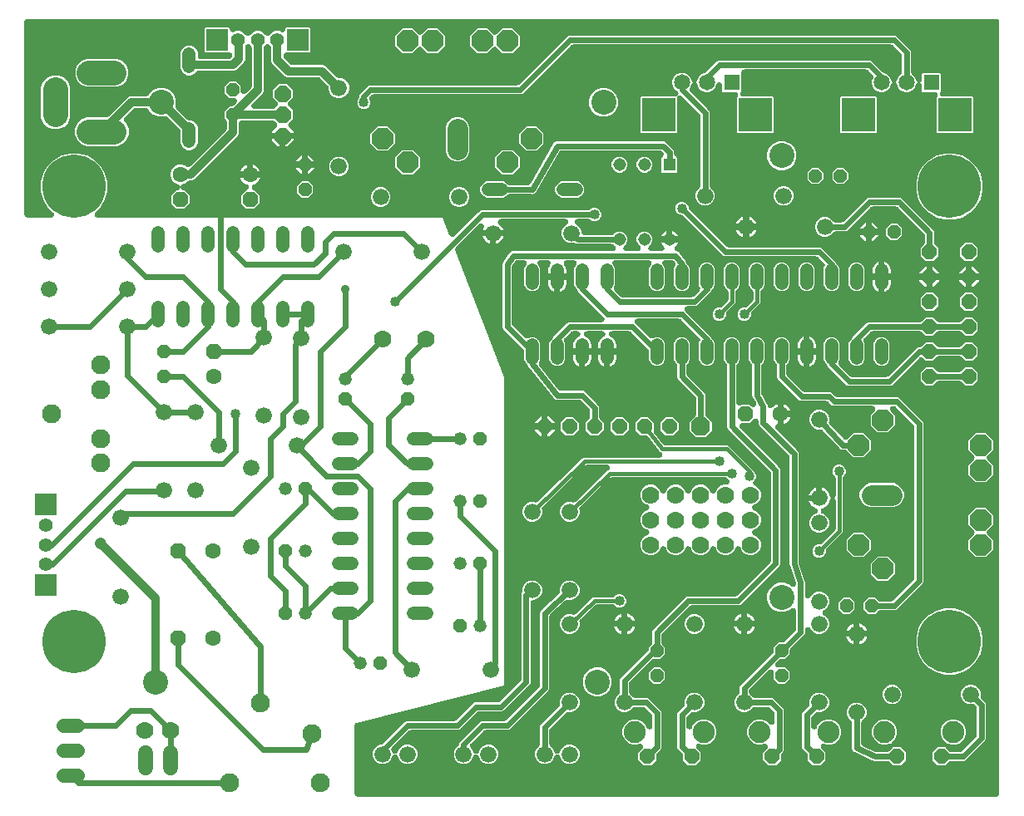
<source format=gbr>
G04 EAGLE Gerber X2 export*
%TF.Part,Single*%
%TF.FileFunction,Copper,L1,Top,Mixed*%
%TF.FilePolarity,Positive*%
%TF.GenerationSoftware,Autodesk,EAGLE,8.7.0*%
%TF.CreationDate,2018-03-11T21:08:06Z*%
G75*
%MOMM*%
%FSLAX34Y34*%
%LPD*%
%AMOC8*
5,1,8,0,0,1.08239X$1,22.5*%
G01*
%ADD10C,1.320800*%
%ADD11C,1.676400*%
%ADD12P,1.429621X8X112.500000*%
%ADD13P,1.429621X8X292.500000*%
%ADD14P,1.429621X8X202.500000*%
%ADD15P,1.649562X8X22.500000*%
%ADD16R,1.308000X1.308000*%
%ADD17C,1.308000*%
%ADD18C,2.100000*%
%ADD19P,2.364373X8X202.500000*%
%ADD20P,1.814519X8X292.500000*%
%ADD21C,2.247900*%
%ADD22P,1.429621X8X22.500000*%
%ADD23C,1.930400*%
%ADD24C,1.778000*%
%ADD25C,1.422400*%
%ADD26R,2.250000X2.250000*%
%ADD27R,1.650000X1.650000*%
%ADD28C,1.650000*%
%ADD29R,3.400000X3.400000*%
%ADD30C,2.540000*%
%ADD31P,1.732040X8X292.500000*%
%ADD32C,1.600200*%
%ADD33P,2.364373X8X112.500000*%
%ADD34C,1.320800*%
%ADD35P,1.732040X8X202.500000*%
%ADD36C,6.451600*%
%ADD37C,1.950000*%
%ADD38P,1.732040X8X112.500000*%
%ADD39C,1.422400*%
%ADD40P,1.649562X8X292.500000*%
%ADD41P,2.089446X8X22.500000*%
%ADD42C,2.540000*%
%ADD43C,1.524000*%
%ADD44C,0.609600*%
%ADD45C,0.914400*%
%ADD46C,0.812800*%
%ADD47C,0.406400*%
%ADD48C,1.016000*%
%ADD49C,1.206400*%

G36*
X993218Y3817D02*
X993218Y3817D01*
X993294Y3815D01*
X993463Y3837D01*
X993634Y3851D01*
X993708Y3869D01*
X993783Y3879D01*
X993947Y3928D01*
X994113Y3969D01*
X994182Y3999D01*
X994256Y4021D01*
X994409Y4097D01*
X994566Y4164D01*
X994630Y4205D01*
X994699Y4238D01*
X994838Y4337D01*
X994982Y4429D01*
X995039Y4480D01*
X995101Y4524D01*
X995222Y4644D01*
X995350Y4758D01*
X995398Y4817D01*
X995452Y4871D01*
X995553Y5009D01*
X995660Y5142D01*
X995697Y5208D01*
X995742Y5269D01*
X995819Y5422D01*
X995904Y5570D01*
X995930Y5642D01*
X995965Y5710D01*
X996016Y5873D01*
X996075Y6033D01*
X996090Y6108D01*
X996113Y6180D01*
X996125Y6285D01*
X996170Y6517D01*
X996177Y6753D01*
X996189Y6858D01*
X996189Y793142D01*
X996185Y793192D01*
X996185Y793201D01*
X996183Y793218D01*
X996185Y793294D01*
X996163Y793463D01*
X996149Y793634D01*
X996131Y793708D01*
X996121Y793783D01*
X996072Y793947D01*
X996031Y794113D01*
X996001Y794182D01*
X995979Y794256D01*
X995903Y794409D01*
X995836Y794566D01*
X995795Y794630D01*
X995762Y794699D01*
X995663Y794838D01*
X995571Y794982D01*
X995520Y795039D01*
X995476Y795101D01*
X995356Y795222D01*
X995242Y795350D01*
X995183Y795398D01*
X995129Y795452D01*
X994991Y795553D01*
X994858Y795660D01*
X994792Y795697D01*
X994731Y795742D01*
X994578Y795819D01*
X994430Y795904D01*
X994358Y795930D01*
X994290Y795965D01*
X994127Y796016D01*
X993967Y796075D01*
X993892Y796090D01*
X993820Y796113D01*
X993715Y796125D01*
X993483Y796170D01*
X993247Y796177D01*
X993142Y796189D01*
X6858Y796189D01*
X6782Y796183D01*
X6706Y796185D01*
X6537Y796163D01*
X6366Y796149D01*
X6292Y796131D01*
X6217Y796121D01*
X6053Y796072D01*
X5887Y796031D01*
X5818Y796001D01*
X5744Y795979D01*
X5591Y795903D01*
X5434Y795836D01*
X5370Y795795D01*
X5301Y795762D01*
X5162Y795663D01*
X5018Y795571D01*
X4961Y795520D01*
X4899Y795476D01*
X4778Y795356D01*
X4650Y795242D01*
X4602Y795183D01*
X4548Y795129D01*
X4447Y794991D01*
X4340Y794858D01*
X4303Y794792D01*
X4258Y794731D01*
X4181Y794578D01*
X4096Y794430D01*
X4070Y794358D01*
X4035Y794290D01*
X3984Y794127D01*
X3925Y793967D01*
X3910Y793892D01*
X3887Y793820D01*
X3875Y793715D01*
X3830Y793483D01*
X3823Y793247D01*
X3811Y793142D01*
X3811Y596900D01*
X3817Y596824D01*
X3815Y596748D01*
X3837Y596579D01*
X3851Y596408D01*
X3869Y596334D01*
X3879Y596259D01*
X3928Y596095D01*
X3969Y595929D01*
X3999Y595860D01*
X4021Y595787D01*
X4097Y595633D01*
X4164Y595476D01*
X4205Y595412D01*
X4238Y595343D01*
X4337Y595204D01*
X4429Y595060D01*
X4480Y595003D01*
X4524Y594941D01*
X4644Y594820D01*
X4758Y594692D01*
X4817Y594644D01*
X4871Y594590D01*
X5009Y594489D01*
X5142Y594382D01*
X5208Y594345D01*
X5269Y594300D01*
X5422Y594223D01*
X5570Y594138D01*
X5642Y594112D01*
X5710Y594077D01*
X5873Y594026D01*
X6033Y593967D01*
X6108Y593952D01*
X6180Y593929D01*
X6285Y593917D01*
X6517Y593872D01*
X6753Y593865D01*
X6858Y593853D01*
X31015Y593853D01*
X31052Y593856D01*
X31091Y593854D01*
X31298Y593876D01*
X31506Y593893D01*
X31543Y593902D01*
X31581Y593906D01*
X31783Y593961D01*
X31985Y594011D01*
X32020Y594026D01*
X32057Y594037D01*
X32247Y594124D01*
X32438Y594206D01*
X32471Y594226D01*
X32505Y594242D01*
X32679Y594359D01*
X32855Y594471D01*
X32883Y594496D01*
X32915Y594518D01*
X33067Y594661D01*
X33222Y594800D01*
X33246Y594829D01*
X33274Y594856D01*
X33401Y595021D01*
X33532Y595184D01*
X33551Y595217D01*
X33574Y595247D01*
X33673Y595431D01*
X33776Y595612D01*
X33790Y595648D01*
X33808Y595682D01*
X33875Y595879D01*
X33948Y596075D01*
X33955Y596112D01*
X33968Y596148D01*
X34003Y596355D01*
X34043Y596559D01*
X34044Y596597D01*
X34050Y596635D01*
X34052Y596844D01*
X34058Y597052D01*
X34053Y597090D01*
X34053Y597128D01*
X34021Y597335D01*
X33994Y597541D01*
X33983Y597578D01*
X33977Y597615D01*
X33911Y597814D01*
X33851Y598014D01*
X33834Y598048D01*
X33822Y598084D01*
X33726Y598269D01*
X33634Y598457D01*
X33612Y598488D01*
X33595Y598522D01*
X33536Y598594D01*
X33349Y598859D01*
X33228Y598981D01*
X33169Y599055D01*
X27567Y604657D01*
X23119Y612360D01*
X20817Y620952D01*
X20817Y629848D01*
X23119Y638440D01*
X27567Y646143D01*
X33857Y652433D01*
X41560Y656881D01*
X50152Y659183D01*
X59048Y659183D01*
X67640Y656881D01*
X75343Y652433D01*
X81633Y646143D01*
X86081Y638440D01*
X88383Y629848D01*
X88383Y620952D01*
X86081Y612360D01*
X81633Y604657D01*
X76031Y599055D01*
X76006Y599026D01*
X75978Y599000D01*
X75847Y598838D01*
X75711Y598679D01*
X75692Y598646D01*
X75668Y598616D01*
X75564Y598435D01*
X75457Y598256D01*
X75443Y598221D01*
X75424Y598188D01*
X75351Y597992D01*
X75274Y597798D01*
X75265Y597761D01*
X75252Y597725D01*
X75212Y597520D01*
X75167Y597317D01*
X75165Y597278D01*
X75157Y597241D01*
X75151Y597033D01*
X75139Y596824D01*
X75143Y596786D01*
X75142Y596748D01*
X75169Y596541D01*
X75191Y596333D01*
X75201Y596297D01*
X75206Y596259D01*
X75267Y596058D01*
X75322Y595858D01*
X75338Y595823D01*
X75349Y595787D01*
X75441Y595599D01*
X75528Y595409D01*
X75549Y595378D01*
X75566Y595343D01*
X75686Y595174D01*
X75803Y595000D01*
X75829Y594972D01*
X75851Y594941D01*
X75998Y594793D01*
X76141Y594640D01*
X76171Y594617D01*
X76198Y594590D01*
X76367Y594467D01*
X76532Y594340D01*
X76566Y594322D01*
X76597Y594300D01*
X76783Y594206D01*
X76967Y594107D01*
X77003Y594095D01*
X77037Y594077D01*
X77236Y594015D01*
X77434Y593947D01*
X77471Y593941D01*
X77508Y593929D01*
X77600Y593919D01*
X77920Y593864D01*
X78092Y593863D01*
X78185Y593853D01*
X429707Y593853D01*
X436546Y576072D01*
X436640Y575875D01*
X436732Y575675D01*
X436748Y575652D01*
X436760Y575628D01*
X436885Y575448D01*
X437008Y575266D01*
X437026Y575246D01*
X437042Y575223D01*
X437195Y575066D01*
X437345Y574907D01*
X437367Y574890D01*
X437387Y574870D01*
X437563Y574740D01*
X437737Y574606D01*
X437761Y574593D01*
X437783Y574577D01*
X437978Y574477D01*
X438172Y574373D01*
X438198Y574364D01*
X438222Y574352D01*
X438430Y574284D01*
X438638Y574213D01*
X438665Y574208D01*
X438692Y574200D01*
X438908Y574167D01*
X439125Y574131D01*
X439152Y574130D01*
X439179Y574126D01*
X439398Y574129D01*
X439618Y574127D01*
X439645Y574132D01*
X439673Y574132D01*
X439888Y574170D01*
X440105Y574204D01*
X440132Y574213D01*
X440159Y574218D01*
X440365Y574290D01*
X440574Y574358D01*
X440598Y574371D01*
X440624Y574380D01*
X440817Y574485D01*
X441011Y574586D01*
X441029Y574600D01*
X441058Y574616D01*
X441447Y574918D01*
X441503Y574978D01*
X441545Y575011D01*
X465595Y599062D01*
X467310Y600777D01*
X468990Y601473D01*
X578170Y601473D01*
X578284Y601482D01*
X578398Y601481D01*
X578529Y601502D01*
X578662Y601513D01*
X578773Y601540D01*
X578885Y601558D01*
X579012Y601599D01*
X579141Y601631D01*
X579246Y601676D01*
X579354Y601712D01*
X579472Y601774D01*
X579594Y601826D01*
X579690Y601887D01*
X579792Y601940D01*
X579865Y601999D01*
X580010Y602091D01*
X580252Y602308D01*
X580325Y602365D01*
X580459Y602499D01*
X582886Y603505D01*
X585514Y603505D01*
X587941Y602499D01*
X589799Y600641D01*
X590805Y598214D01*
X590805Y595586D01*
X589799Y593159D01*
X587941Y591301D01*
X585514Y590295D01*
X582886Y590295D01*
X580459Y591301D01*
X580325Y591435D01*
X580238Y591509D01*
X580158Y591590D01*
X580050Y591668D01*
X579949Y591754D01*
X579851Y591813D01*
X579759Y591880D01*
X579640Y591940D01*
X579526Y592009D01*
X579420Y592051D01*
X579318Y592103D01*
X579192Y592143D01*
X579068Y592192D01*
X578957Y592217D01*
X578848Y592251D01*
X578754Y592261D01*
X578587Y592299D01*
X578262Y592317D01*
X578170Y592327D01*
X566956Y592327D01*
X566814Y592316D01*
X566671Y592314D01*
X566568Y592296D01*
X566464Y592287D01*
X566326Y592253D01*
X566185Y592228D01*
X566087Y592194D01*
X565985Y592169D01*
X565854Y592112D01*
X565720Y592065D01*
X565628Y592015D01*
X565532Y591974D01*
X565412Y591898D01*
X565287Y591829D01*
X565204Y591765D01*
X565116Y591709D01*
X565010Y591614D01*
X564897Y591527D01*
X564826Y591450D01*
X564748Y591380D01*
X564659Y591269D01*
X564562Y591165D01*
X564504Y591078D01*
X564438Y590996D01*
X564368Y590873D01*
X564289Y590754D01*
X564246Y590658D01*
X564194Y590568D01*
X564145Y590434D01*
X564086Y590304D01*
X564059Y590203D01*
X564022Y590105D01*
X563995Y589966D01*
X563958Y589828D01*
X563948Y589723D01*
X563928Y589621D01*
X563923Y589479D01*
X563909Y589337D01*
X563916Y589232D01*
X563912Y589128D01*
X563931Y588987D01*
X563940Y588844D01*
X563963Y588743D01*
X563977Y588639D01*
X564018Y588502D01*
X564050Y588363D01*
X564089Y588267D01*
X564119Y588167D01*
X564182Y588038D01*
X564236Y587906D01*
X564290Y587817D01*
X564336Y587723D01*
X564419Y587607D01*
X564493Y587486D01*
X564561Y587406D01*
X564622Y587321D01*
X564722Y587220D01*
X564815Y587112D01*
X564895Y587044D01*
X564968Y586970D01*
X565084Y586886D01*
X565193Y586795D01*
X565262Y586757D01*
X565367Y586680D01*
X565754Y586484D01*
X565790Y586465D01*
X566312Y586248D01*
X569099Y583462D01*
X570607Y579821D01*
X570607Y579120D01*
X570613Y579044D01*
X570611Y578968D01*
X570633Y578799D01*
X570647Y578628D01*
X570665Y578554D01*
X570675Y578479D01*
X570724Y578315D01*
X570765Y578149D01*
X570795Y578080D01*
X570817Y578006D01*
X570893Y577853D01*
X570960Y577696D01*
X571001Y577632D01*
X571034Y577563D01*
X571133Y577424D01*
X571225Y577280D01*
X571276Y577223D01*
X571320Y577161D01*
X571440Y577040D01*
X571554Y576912D01*
X571613Y576864D01*
X571667Y576810D01*
X571805Y576709D01*
X571938Y576602D01*
X572004Y576565D01*
X572065Y576520D01*
X572218Y576443D01*
X572366Y576358D01*
X572438Y576332D01*
X572506Y576297D01*
X572669Y576246D01*
X572829Y576187D01*
X572904Y576172D01*
X572976Y576149D01*
X573081Y576137D01*
X573313Y576092D01*
X573549Y576085D01*
X573654Y576073D01*
X601505Y576073D01*
X601619Y576082D01*
X601733Y576081D01*
X601865Y576102D01*
X601997Y576113D01*
X602108Y576140D01*
X602221Y576158D01*
X602347Y576199D01*
X602476Y576231D01*
X602581Y576276D01*
X602689Y576312D01*
X602807Y576374D01*
X602929Y576426D01*
X603025Y576487D01*
X603127Y576540D01*
X603200Y576599D01*
X603345Y576691D01*
X603587Y576907D01*
X603660Y576965D01*
X605032Y578337D01*
X607996Y579565D01*
X611204Y579565D01*
X614168Y578337D01*
X616437Y576068D01*
X617665Y573104D01*
X617665Y569896D01*
X616437Y566932D01*
X614270Y564765D01*
X614245Y564736D01*
X614217Y564710D01*
X614086Y564548D01*
X613951Y564389D01*
X613931Y564356D01*
X613907Y564326D01*
X613804Y564145D01*
X613696Y563966D01*
X613682Y563931D01*
X613663Y563898D01*
X613590Y563701D01*
X613513Y563508D01*
X613505Y563471D01*
X613491Y563435D01*
X613451Y563230D01*
X613406Y563026D01*
X613404Y562988D01*
X613397Y562951D01*
X613390Y562743D01*
X613378Y562534D01*
X613382Y562496D01*
X613381Y562458D01*
X613408Y562251D01*
X613431Y562043D01*
X613441Y562007D01*
X613446Y561969D01*
X613506Y561769D01*
X613561Y561568D01*
X613577Y561533D01*
X613588Y561496D01*
X613680Y561308D01*
X613767Y561119D01*
X613788Y561088D01*
X613805Y561053D01*
X613926Y560883D01*
X614042Y560710D01*
X614069Y560682D01*
X614091Y560651D01*
X614237Y560503D01*
X614380Y560350D01*
X614410Y560327D01*
X614437Y560300D01*
X614606Y560177D01*
X614772Y560050D01*
X614805Y560032D01*
X614836Y560010D01*
X615022Y559916D01*
X615206Y559817D01*
X615243Y559804D01*
X615276Y559787D01*
X615475Y559725D01*
X615673Y559657D01*
X615711Y559650D01*
X615747Y559639D01*
X615839Y559629D01*
X616159Y559574D01*
X616331Y559573D01*
X616425Y559563D01*
X628175Y559563D01*
X628213Y559566D01*
X628251Y559564D01*
X628459Y559586D01*
X628667Y559603D01*
X628704Y559612D01*
X628742Y559616D01*
X628943Y559671D01*
X629146Y559721D01*
X629181Y559736D01*
X629218Y559747D01*
X629407Y559834D01*
X629599Y559916D01*
X629631Y559936D01*
X629666Y559952D01*
X629839Y560069D01*
X630015Y560181D01*
X630044Y560206D01*
X630075Y560228D01*
X630228Y560371D01*
X630383Y560510D01*
X630407Y560539D01*
X630435Y560565D01*
X630562Y560732D01*
X630693Y560894D01*
X630712Y560926D01*
X630735Y560957D01*
X630834Y561141D01*
X630937Y561322D01*
X630950Y561358D01*
X630968Y561392D01*
X631036Y561589D01*
X631109Y561785D01*
X631116Y561822D01*
X631128Y561858D01*
X631163Y562065D01*
X631203Y562269D01*
X631205Y562307D01*
X631211Y562345D01*
X631212Y562554D01*
X631219Y562762D01*
X631214Y562800D01*
X631214Y562838D01*
X631182Y563045D01*
X631154Y563251D01*
X631143Y563288D01*
X631137Y563325D01*
X631072Y563524D01*
X631012Y563723D01*
X630995Y563758D01*
X630983Y563794D01*
X630887Y563979D01*
X630795Y564167D01*
X630773Y564198D01*
X630755Y564232D01*
X630697Y564304D01*
X630509Y564569D01*
X630389Y564691D01*
X630330Y564765D01*
X628163Y566932D01*
X626935Y569896D01*
X626935Y573104D01*
X628163Y576068D01*
X630432Y578337D01*
X633396Y579565D01*
X636604Y579565D01*
X639568Y578337D01*
X641837Y576068D01*
X643065Y573104D01*
X643065Y569896D01*
X641837Y566932D01*
X639670Y564765D01*
X639645Y564736D01*
X639617Y564710D01*
X639486Y564548D01*
X639351Y564389D01*
X639331Y564356D01*
X639307Y564326D01*
X639204Y564145D01*
X639096Y563966D01*
X639082Y563931D01*
X639063Y563898D01*
X638990Y563701D01*
X638913Y563508D01*
X638905Y563471D01*
X638891Y563435D01*
X638851Y563230D01*
X638806Y563026D01*
X638804Y562988D01*
X638797Y562951D01*
X638790Y562743D01*
X638778Y562534D01*
X638782Y562496D01*
X638781Y562458D01*
X638808Y562251D01*
X638831Y562043D01*
X638841Y562007D01*
X638846Y561969D01*
X638906Y561769D01*
X638961Y561568D01*
X638977Y561533D01*
X638988Y561496D01*
X639080Y561308D01*
X639167Y561119D01*
X639188Y561088D01*
X639205Y561053D01*
X639326Y560883D01*
X639442Y560710D01*
X639469Y560682D01*
X639491Y560651D01*
X639637Y560503D01*
X639780Y560350D01*
X639810Y560327D01*
X639837Y560300D01*
X640006Y560177D01*
X640172Y560050D01*
X640205Y560032D01*
X640236Y560010D01*
X640422Y559916D01*
X640606Y559817D01*
X640643Y559804D01*
X640676Y559787D01*
X640875Y559725D01*
X641073Y559657D01*
X641111Y559650D01*
X641147Y559639D01*
X641239Y559629D01*
X641559Y559574D01*
X641731Y559573D01*
X641825Y559563D01*
X652138Y559563D01*
X652176Y559566D01*
X652215Y559564D01*
X652423Y559586D01*
X652630Y559603D01*
X652667Y559612D01*
X652705Y559616D01*
X652906Y559671D01*
X653109Y559721D01*
X653144Y559736D01*
X653181Y559747D01*
X653371Y559834D01*
X653562Y559916D01*
X653595Y559936D01*
X653629Y559952D01*
X653802Y560069D01*
X653978Y560181D01*
X654007Y560206D01*
X654039Y560228D01*
X654191Y560370D01*
X654346Y560510D01*
X654370Y560539D01*
X654398Y560566D01*
X654525Y560731D01*
X654656Y560894D01*
X654675Y560927D01*
X654698Y560957D01*
X654797Y561141D01*
X654900Y561322D01*
X654914Y561358D01*
X654932Y561392D01*
X654999Y561589D01*
X655072Y561785D01*
X655079Y561822D01*
X655092Y561858D01*
X655127Y562064D01*
X655167Y562269D01*
X655168Y562307D01*
X655174Y562345D01*
X655175Y562554D01*
X655182Y562762D01*
X655177Y562800D01*
X655177Y562838D01*
X655145Y563045D01*
X655118Y563251D01*
X655107Y563288D01*
X655101Y563325D01*
X655036Y563522D01*
X654975Y563723D01*
X654958Y563758D01*
X654946Y563794D01*
X654850Y563979D01*
X654758Y564167D01*
X654736Y564198D01*
X654718Y564232D01*
X654660Y564304D01*
X654473Y564569D01*
X654352Y564691D01*
X654293Y564765D01*
X653474Y565584D01*
X652633Y566741D01*
X651985Y568014D01*
X651842Y568453D01*
X660400Y568453D01*
X668958Y568453D01*
X668815Y568014D01*
X668167Y566741D01*
X667326Y565584D01*
X666391Y564649D01*
X666274Y564511D01*
X666151Y564379D01*
X666114Y564324D01*
X666071Y564273D01*
X665978Y564118D01*
X665878Y563968D01*
X665851Y563907D01*
X665817Y563850D01*
X665750Y563683D01*
X665676Y563518D01*
X665658Y563454D01*
X665634Y563392D01*
X665595Y563216D01*
X665548Y563042D01*
X665541Y562975D01*
X665527Y562911D01*
X665517Y562730D01*
X665499Y562551D01*
X665503Y562485D01*
X665499Y562418D01*
X665518Y562238D01*
X665530Y562058D01*
X665544Y561994D01*
X665552Y561927D01*
X665599Y561754D01*
X665639Y561577D01*
X665665Y561516D01*
X665682Y561452D01*
X665758Y561287D01*
X665825Y561121D01*
X665860Y561064D01*
X665888Y561003D01*
X665989Y560853D01*
X666083Y560700D01*
X666126Y560649D01*
X666163Y560594D01*
X666287Y560463D01*
X666405Y560326D01*
X666456Y560283D01*
X666501Y560234D01*
X666644Y560125D01*
X666783Y560009D01*
X666829Y559983D01*
X666893Y559934D01*
X667327Y559701D01*
X667359Y559690D01*
X667380Y559679D01*
X667695Y559548D01*
X667700Y559546D01*
X667705Y559544D01*
X667726Y559538D01*
X668165Y559397D01*
X668288Y559378D01*
X668361Y559357D01*
X668399Y559351D01*
X668636Y559203D01*
X669074Y558977D01*
X669079Y558975D01*
X669083Y558973D01*
X669340Y558867D01*
X669368Y558839D01*
X669371Y558836D01*
X669375Y558832D01*
X669393Y558818D01*
X669744Y558520D01*
X669850Y558455D01*
X669909Y558409D01*
X669942Y558388D01*
X670104Y558161D01*
X670423Y557784D01*
X670427Y557781D01*
X670429Y557778D01*
X670627Y557580D01*
X670641Y557544D01*
X670644Y557540D01*
X670645Y557535D01*
X670657Y557515D01*
X670867Y557105D01*
X670940Y557005D01*
X670977Y556939D01*
X676454Y549271D01*
X676773Y548894D01*
X676777Y548891D01*
X676779Y548888D01*
X676977Y548690D01*
X676991Y548654D01*
X676994Y548650D01*
X676995Y548645D01*
X677007Y548625D01*
X677216Y548215D01*
X677290Y548115D01*
X677327Y548049D01*
X677350Y548018D01*
X677384Y547869D01*
X677388Y547855D01*
X677391Y547841D01*
X677463Y547620D01*
X677534Y547399D01*
X677540Y547386D01*
X677545Y547372D01*
X677652Y547167D01*
X677758Y546959D01*
X677766Y546948D01*
X677773Y546935D01*
X677807Y546893D01*
X678049Y546561D01*
X678147Y546465D01*
X678198Y546402D01*
X679991Y544609D01*
X681229Y541621D01*
X681229Y525179D01*
X679991Y522191D01*
X677705Y519905D01*
X674717Y518667D01*
X671483Y518667D01*
X668495Y519905D01*
X666209Y522191D01*
X664971Y525179D01*
X664971Y541621D01*
X666420Y545118D01*
X666485Y545321D01*
X666501Y545367D01*
X666512Y545396D01*
X666513Y545401D01*
X666555Y545523D01*
X666561Y545556D01*
X666571Y545587D01*
X666603Y545799D01*
X666639Y546009D01*
X666640Y546042D01*
X666645Y546075D01*
X666642Y546289D01*
X666644Y546503D01*
X666639Y546535D01*
X666638Y546568D01*
X666601Y546779D01*
X666569Y546990D01*
X666558Y547022D01*
X666553Y547054D01*
X666482Y547256D01*
X666416Y547459D01*
X666403Y547483D01*
X666390Y547520D01*
X666154Y547953D01*
X666108Y548012D01*
X666084Y548055D01*
X665308Y549141D01*
X665232Y549232D01*
X665163Y549329D01*
X665073Y549420D01*
X664990Y549518D01*
X664900Y549595D01*
X664816Y549680D01*
X664712Y549755D01*
X664615Y549839D01*
X664513Y549900D01*
X664417Y549970D01*
X664303Y550028D01*
X664193Y550095D01*
X664083Y550139D01*
X663977Y550193D01*
X663855Y550231D01*
X663736Y550279D01*
X663620Y550305D01*
X663506Y550341D01*
X663415Y550351D01*
X663254Y550387D01*
X662916Y550407D01*
X662829Y550417D01*
X656139Y550417D01*
X656101Y550414D01*
X656063Y550416D01*
X655855Y550394D01*
X655647Y550377D01*
X655610Y550368D01*
X655573Y550364D01*
X655371Y550309D01*
X655169Y550259D01*
X655134Y550244D01*
X655097Y550233D01*
X654907Y550146D01*
X654715Y550064D01*
X654683Y550044D01*
X654648Y550028D01*
X654475Y549911D01*
X654299Y549799D01*
X654271Y549774D01*
X654239Y549752D01*
X654087Y549609D01*
X653931Y549470D01*
X653907Y549441D01*
X653880Y549414D01*
X653752Y549249D01*
X653621Y549086D01*
X653603Y549053D01*
X653579Y549023D01*
X653481Y548839D01*
X653377Y548658D01*
X653364Y548622D01*
X653346Y548588D01*
X653279Y548391D01*
X653206Y548195D01*
X653198Y548158D01*
X653186Y548122D01*
X653151Y547915D01*
X653111Y547711D01*
X653110Y547673D01*
X653104Y547635D01*
X653102Y547426D01*
X653096Y547218D01*
X653101Y547180D01*
X653100Y547142D01*
X653133Y546935D01*
X653160Y546729D01*
X653171Y546692D01*
X653177Y546655D01*
X653242Y546457D01*
X653303Y546257D01*
X653319Y546222D01*
X653331Y546186D01*
X653428Y546001D01*
X653520Y545813D01*
X653542Y545782D01*
X653559Y545748D01*
X653617Y545676D01*
X653805Y545411D01*
X653926Y545289D01*
X653985Y545215D01*
X654591Y544609D01*
X655829Y541621D01*
X655829Y525179D01*
X654591Y522191D01*
X652305Y519905D01*
X649317Y518667D01*
X646083Y518667D01*
X643095Y519905D01*
X640809Y522191D01*
X639571Y525179D01*
X639571Y541621D01*
X640809Y544609D01*
X641415Y545215D01*
X641440Y545244D01*
X641469Y545270D01*
X641600Y545432D01*
X641735Y545591D01*
X641755Y545624D01*
X641779Y545654D01*
X641882Y545835D01*
X641990Y546014D01*
X642004Y546049D01*
X642023Y546082D01*
X642095Y546278D01*
X642173Y546472D01*
X642181Y546509D01*
X642194Y546545D01*
X642234Y546749D01*
X642279Y546953D01*
X642282Y546992D01*
X642289Y547029D01*
X642295Y547237D01*
X642307Y547446D01*
X642303Y547484D01*
X642304Y547522D01*
X642277Y547728D01*
X642255Y547937D01*
X642245Y547973D01*
X642240Y548011D01*
X642179Y548211D01*
X642124Y548412D01*
X642108Y548447D01*
X642097Y548484D01*
X642006Y548671D01*
X641919Y548861D01*
X641897Y548892D01*
X641880Y548927D01*
X641760Y549097D01*
X641643Y549270D01*
X641617Y549298D01*
X641595Y549329D01*
X641448Y549477D01*
X641305Y549630D01*
X641275Y549653D01*
X641248Y549680D01*
X641080Y549803D01*
X640914Y549930D01*
X640880Y549948D01*
X640849Y549970D01*
X640663Y550064D01*
X640479Y550163D01*
X640443Y550175D01*
X640409Y550193D01*
X640210Y550256D01*
X640013Y550323D01*
X639975Y550329D01*
X639939Y550341D01*
X639846Y550351D01*
X639526Y550406D01*
X639354Y550407D01*
X639261Y550417D01*
X605339Y550417D01*
X605301Y550414D01*
X605263Y550416D01*
X605055Y550394D01*
X604847Y550377D01*
X604810Y550368D01*
X604773Y550364D01*
X604571Y550309D01*
X604369Y550259D01*
X604334Y550244D01*
X604297Y550233D01*
X604107Y550146D01*
X603915Y550064D01*
X603883Y550044D01*
X603848Y550028D01*
X603675Y549911D01*
X603499Y549799D01*
X603471Y549774D01*
X603439Y549752D01*
X603287Y549609D01*
X603131Y549470D01*
X603107Y549441D01*
X603080Y549414D01*
X602952Y549249D01*
X602821Y549086D01*
X602803Y549053D01*
X602779Y549023D01*
X602681Y548839D01*
X602577Y548658D01*
X602564Y548622D01*
X602546Y548588D01*
X602479Y548391D01*
X602406Y548195D01*
X602398Y548158D01*
X602386Y548122D01*
X602351Y547915D01*
X602311Y547711D01*
X602310Y547673D01*
X602304Y547635D01*
X602302Y547426D01*
X602296Y547218D01*
X602301Y547180D01*
X602300Y547142D01*
X602333Y546935D01*
X602360Y546729D01*
X602371Y546692D01*
X602377Y546655D01*
X602442Y546457D01*
X602503Y546257D01*
X602519Y546222D01*
X602531Y546186D01*
X602628Y546001D01*
X602720Y545813D01*
X602742Y545782D01*
X602759Y545748D01*
X602817Y545676D01*
X603005Y545411D01*
X603126Y545289D01*
X603185Y545215D01*
X603791Y544609D01*
X605029Y541621D01*
X605029Y525179D01*
X604009Y522718D01*
X603943Y522511D01*
X603871Y522303D01*
X603867Y522275D01*
X603858Y522248D01*
X603826Y522033D01*
X603789Y521817D01*
X603789Y521789D01*
X603784Y521760D01*
X603787Y521543D01*
X603786Y521324D01*
X603790Y521296D01*
X603791Y521267D01*
X603828Y521053D01*
X603862Y520836D01*
X603871Y520809D01*
X603876Y520781D01*
X603948Y520576D01*
X604017Y520368D01*
X604030Y520343D01*
X604039Y520316D01*
X604143Y520124D01*
X604245Y519930D01*
X604259Y519912D01*
X604275Y519882D01*
X604578Y519493D01*
X604637Y519438D01*
X604670Y519397D01*
X610602Y513465D01*
X610689Y513391D01*
X610769Y513310D01*
X610876Y513232D01*
X610978Y513146D01*
X611075Y513087D01*
X611168Y513020D01*
X611286Y512960D01*
X611400Y512891D01*
X611506Y512849D01*
X611608Y512797D01*
X611735Y512757D01*
X611858Y512708D01*
X611969Y512683D01*
X612079Y512649D01*
X612172Y512639D01*
X612340Y512601D01*
X612664Y512583D01*
X612756Y512573D01*
X682644Y512573D01*
X682757Y512582D01*
X682872Y512581D01*
X683003Y512602D01*
X683135Y512613D01*
X683246Y512640D01*
X683359Y512658D01*
X683485Y512699D01*
X683614Y512731D01*
X683719Y512776D01*
X683828Y512812D01*
X683946Y512874D01*
X684068Y512926D01*
X684164Y512987D01*
X684265Y513040D01*
X684339Y513099D01*
X684484Y513191D01*
X684726Y513407D01*
X684798Y513465D01*
X690730Y519397D01*
X690872Y519564D01*
X691016Y519727D01*
X691031Y519751D01*
X691050Y519773D01*
X691163Y519960D01*
X691279Y520145D01*
X691290Y520171D01*
X691304Y520195D01*
X691385Y520398D01*
X691470Y520600D01*
X691477Y520627D01*
X691487Y520654D01*
X691535Y520867D01*
X691586Y521079D01*
X691588Y521107D01*
X691594Y521135D01*
X691606Y521354D01*
X691623Y521571D01*
X691620Y521599D01*
X691622Y521628D01*
X691599Y521845D01*
X691580Y522063D01*
X691573Y522085D01*
X691570Y522118D01*
X691439Y522594D01*
X691405Y522667D01*
X691391Y522718D01*
X690371Y525179D01*
X690371Y541621D01*
X691609Y544609D01*
X693895Y546895D01*
X696883Y548133D01*
X700117Y548133D01*
X703105Y546895D01*
X705391Y544609D01*
X706629Y541621D01*
X706629Y525179D01*
X705391Y522191D01*
X703560Y520360D01*
X703553Y520353D01*
X703546Y520346D01*
X703395Y520166D01*
X703240Y519984D01*
X703235Y519976D01*
X703229Y519968D01*
X703210Y519933D01*
X702986Y519561D01*
X702937Y519440D01*
X702899Y519371D01*
X702377Y518110D01*
X688390Y504123D01*
X686710Y503427D01*
X678796Y503427D01*
X678758Y503424D01*
X678720Y503426D01*
X678512Y503404D01*
X678305Y503387D01*
X678268Y503378D01*
X678230Y503374D01*
X678028Y503319D01*
X677826Y503269D01*
X677791Y503254D01*
X677754Y503243D01*
X677564Y503156D01*
X677372Y503074D01*
X677340Y503054D01*
X677305Y503038D01*
X677132Y502921D01*
X676956Y502809D01*
X676928Y502784D01*
X676896Y502762D01*
X676744Y502619D01*
X676588Y502480D01*
X676564Y502451D01*
X676537Y502424D01*
X676410Y502259D01*
X676278Y502096D01*
X676260Y502063D01*
X676236Y502033D01*
X676138Y501849D01*
X676034Y501668D01*
X676021Y501632D01*
X676003Y501598D01*
X675935Y501401D01*
X675863Y501205D01*
X675856Y501168D01*
X675843Y501132D01*
X675808Y500926D01*
X675768Y500721D01*
X675767Y500683D01*
X675761Y500645D01*
X675759Y500435D01*
X675753Y500228D01*
X675758Y500190D01*
X675758Y500152D01*
X675790Y499946D01*
X675817Y499739D01*
X675828Y499702D01*
X675834Y499665D01*
X675899Y499467D01*
X675960Y499267D01*
X675977Y499232D01*
X675988Y499196D01*
X676085Y499011D01*
X676177Y498823D01*
X676199Y498792D01*
X676216Y498758D01*
X676274Y498685D01*
X676462Y498421D01*
X676583Y498299D01*
X676642Y498225D01*
X677405Y497462D01*
X677405Y497461D01*
X702377Y472490D01*
X702899Y471229D01*
X702904Y471220D01*
X702907Y471211D01*
X703017Y470999D01*
X703124Y470790D01*
X703130Y470782D01*
X703134Y470773D01*
X703160Y470742D01*
X703417Y470393D01*
X703511Y470302D01*
X703560Y470240D01*
X705391Y468409D01*
X706629Y465421D01*
X706629Y448979D01*
X705391Y445991D01*
X703105Y443705D01*
X700117Y442467D01*
X696883Y442467D01*
X693895Y443705D01*
X691609Y445991D01*
X690371Y448979D01*
X690371Y465421D01*
X691391Y467882D01*
X691457Y468089D01*
X691529Y468297D01*
X691533Y468325D01*
X691542Y468352D01*
X691574Y468567D01*
X691611Y468783D01*
X691611Y468811D01*
X691616Y468840D01*
X691613Y469057D01*
X691614Y469276D01*
X691610Y469304D01*
X691609Y469333D01*
X691572Y469548D01*
X691538Y469764D01*
X691529Y469791D01*
X691524Y469819D01*
X691452Y470024D01*
X691383Y470232D01*
X691370Y470257D01*
X691361Y470284D01*
X691257Y470476D01*
X691155Y470670D01*
X691141Y470688D01*
X691125Y470718D01*
X690822Y471107D01*
X690763Y471162D01*
X690730Y471203D01*
X672098Y489835D01*
X672011Y489909D01*
X671931Y489990D01*
X671824Y490068D01*
X671722Y490154D01*
X671625Y490213D01*
X671532Y490280D01*
X671414Y490340D01*
X671300Y490409D01*
X671194Y490451D01*
X671092Y490503D01*
X670965Y490543D01*
X670842Y490592D01*
X670731Y490617D01*
X670621Y490651D01*
X670528Y490661D01*
X670360Y490699D01*
X670036Y490717D01*
X669944Y490727D01*
X627996Y490727D01*
X627958Y490724D01*
X627920Y490726D01*
X627712Y490704D01*
X627505Y490687D01*
X627467Y490678D01*
X627430Y490674D01*
X627228Y490619D01*
X627026Y490569D01*
X626991Y490554D01*
X626954Y490543D01*
X626764Y490456D01*
X626572Y490374D01*
X626540Y490354D01*
X626506Y490338D01*
X626332Y490221D01*
X626156Y490109D01*
X626128Y490084D01*
X626096Y490062D01*
X625944Y489919D01*
X625788Y489780D01*
X625764Y489751D01*
X625737Y489725D01*
X625609Y489559D01*
X625478Y489396D01*
X625460Y489363D01*
X625436Y489333D01*
X625338Y489149D01*
X625234Y488968D01*
X625221Y488932D01*
X625203Y488898D01*
X625135Y488701D01*
X625063Y488505D01*
X625056Y488468D01*
X625043Y488432D01*
X625008Y488225D01*
X624968Y488021D01*
X624967Y487983D01*
X624961Y487945D01*
X624959Y487736D01*
X624953Y487528D01*
X624958Y487490D01*
X624958Y487452D01*
X624990Y487245D01*
X625017Y487039D01*
X625028Y487002D01*
X625034Y486965D01*
X625099Y486766D01*
X625160Y486567D01*
X625177Y486532D01*
X625188Y486496D01*
X625285Y486311D01*
X625377Y486123D01*
X625399Y486092D01*
X625416Y486058D01*
X625474Y485986D01*
X625662Y485721D01*
X625783Y485599D01*
X625842Y485525D01*
X639942Y471425D01*
X640108Y471284D01*
X640272Y471139D01*
X640296Y471124D01*
X640318Y471106D01*
X640506Y470992D01*
X640690Y470877D01*
X640716Y470866D01*
X640740Y470851D01*
X640943Y470770D01*
X641144Y470685D01*
X641172Y470678D01*
X641198Y470668D01*
X641411Y470621D01*
X641624Y470569D01*
X641652Y470567D01*
X641680Y470561D01*
X641898Y470549D01*
X642116Y470533D01*
X642144Y470535D01*
X642173Y470533D01*
X642390Y470557D01*
X642607Y470576D01*
X642630Y470582D01*
X642663Y470586D01*
X643139Y470716D01*
X643212Y470750D01*
X643263Y470764D01*
X646083Y471933D01*
X649317Y471933D01*
X652305Y470695D01*
X654591Y468409D01*
X655829Y465421D01*
X655829Y448979D01*
X654591Y445991D01*
X652305Y443705D01*
X649317Y442467D01*
X646083Y442467D01*
X643095Y443705D01*
X640809Y445991D01*
X639571Y448979D01*
X639571Y457600D01*
X639562Y457713D01*
X639563Y457828D01*
X639542Y457959D01*
X639531Y458091D01*
X639504Y458202D01*
X639486Y458315D01*
X639445Y458441D01*
X639413Y458570D01*
X639368Y458675D01*
X639332Y458784D01*
X639270Y458902D01*
X639218Y459024D01*
X639157Y459120D01*
X639104Y459221D01*
X639045Y459295D01*
X638953Y459440D01*
X638737Y459682D01*
X638679Y459754D01*
X621298Y477135D01*
X621211Y477209D01*
X621131Y477290D01*
X621024Y477368D01*
X620922Y477454D01*
X620825Y477513D01*
X620732Y477580D01*
X620614Y477640D01*
X620500Y477709D01*
X620394Y477751D01*
X620292Y477803D01*
X620165Y477843D01*
X620042Y477892D01*
X619931Y477917D01*
X619821Y477951D01*
X619728Y477961D01*
X619560Y477999D01*
X619236Y478017D01*
X619144Y478027D01*
X601821Y478027D01*
X601798Y478025D01*
X601775Y478027D01*
X601552Y478005D01*
X601329Y477987D01*
X601307Y477982D01*
X601284Y477980D01*
X601067Y477922D01*
X600850Y477869D01*
X600829Y477860D01*
X600807Y477854D01*
X600602Y477762D01*
X600397Y477674D01*
X600378Y477662D01*
X600357Y477652D01*
X600169Y477529D01*
X599981Y477409D01*
X599964Y477394D01*
X599945Y477381D01*
X599780Y477229D01*
X599613Y477080D01*
X599599Y477062D01*
X599582Y477047D01*
X599444Y476870D01*
X599303Y476696D01*
X599292Y476677D01*
X599278Y476659D01*
X599170Y476462D01*
X599059Y476268D01*
X599051Y476246D01*
X599040Y476226D01*
X598965Y476015D01*
X598888Y475805D01*
X598883Y475783D01*
X598876Y475761D01*
X598836Y475540D01*
X598793Y475321D01*
X598792Y475298D01*
X598788Y475276D01*
X598784Y475050D01*
X598778Y474828D01*
X598780Y474805D01*
X598780Y474782D01*
X598813Y474560D01*
X598842Y474339D01*
X598849Y474317D01*
X598852Y474294D01*
X598920Y474081D01*
X598984Y473867D01*
X598994Y473846D01*
X599001Y473824D01*
X599103Y473624D01*
X599201Y473423D01*
X599214Y473405D01*
X599225Y473384D01*
X599357Y473204D01*
X599487Y473021D01*
X599503Y473005D01*
X599516Y472986D01*
X599676Y472830D01*
X599833Y472670D01*
X599852Y472657D01*
X599868Y472641D01*
X599929Y472600D01*
X600232Y472380D01*
X600366Y472312D01*
X600438Y472265D01*
X601693Y471625D01*
X602857Y470779D01*
X603875Y469761D01*
X604721Y468597D01*
X605375Y467314D01*
X605820Y465945D01*
X606045Y464524D01*
X606045Y460247D01*
X596900Y460247D01*
X587755Y460247D01*
X587755Y464524D01*
X587980Y465945D01*
X588425Y467314D01*
X589079Y468597D01*
X589925Y469761D01*
X590943Y470779D01*
X592107Y471625D01*
X593362Y472265D01*
X593382Y472277D01*
X593403Y472286D01*
X593591Y472406D01*
X593782Y472524D01*
X593800Y472539D01*
X593819Y472551D01*
X593986Y472700D01*
X594155Y472847D01*
X594170Y472864D01*
X594187Y472880D01*
X594328Y473054D01*
X594471Y473226D01*
X594482Y473246D01*
X594497Y473264D01*
X594608Y473458D01*
X594721Y473651D01*
X594729Y473672D01*
X594741Y473692D01*
X594818Y473901D01*
X594900Y474111D01*
X594905Y474133D01*
X594912Y474155D01*
X594955Y474374D01*
X595002Y474594D01*
X595003Y474617D01*
X595007Y474639D01*
X595014Y474862D01*
X595024Y475086D01*
X595022Y475109D01*
X595022Y475132D01*
X594993Y475354D01*
X594967Y475577D01*
X594961Y475599D01*
X594958Y475621D01*
X594893Y475836D01*
X594832Y476051D01*
X594822Y476071D01*
X594816Y476094D01*
X594717Y476295D01*
X594622Y476497D01*
X594609Y476516D01*
X594599Y476537D01*
X594469Y476719D01*
X594342Y476904D01*
X594326Y476920D01*
X594313Y476939D01*
X594156Y477098D01*
X594001Y477260D01*
X593983Y477274D01*
X593967Y477290D01*
X593785Y477422D01*
X593607Y477556D01*
X593586Y477567D01*
X593568Y477580D01*
X593367Y477681D01*
X593169Y477785D01*
X593148Y477792D01*
X593127Y477803D01*
X592913Y477870D01*
X592701Y477940D01*
X592679Y477944D01*
X592657Y477951D01*
X592584Y477959D01*
X592214Y478018D01*
X592065Y478018D01*
X591979Y478027D01*
X576421Y478027D01*
X576398Y478025D01*
X576375Y478027D01*
X576152Y478005D01*
X575929Y477987D01*
X575907Y477982D01*
X575884Y477980D01*
X575667Y477922D01*
X575450Y477869D01*
X575429Y477860D01*
X575407Y477854D01*
X575202Y477762D01*
X574997Y477674D01*
X574978Y477662D01*
X574957Y477652D01*
X574769Y477529D01*
X574581Y477409D01*
X574564Y477394D01*
X574545Y477381D01*
X574380Y477229D01*
X574213Y477080D01*
X574199Y477062D01*
X574182Y477047D01*
X574044Y476870D01*
X573903Y476696D01*
X573892Y476677D01*
X573878Y476659D01*
X573770Y476462D01*
X573659Y476268D01*
X573651Y476246D01*
X573640Y476226D01*
X573565Y476015D01*
X573488Y475805D01*
X573483Y475783D01*
X573476Y475761D01*
X573436Y475540D01*
X573393Y475321D01*
X573392Y475298D01*
X573388Y475276D01*
X573384Y475050D01*
X573378Y474828D01*
X573380Y474805D01*
X573380Y474782D01*
X573413Y474560D01*
X573442Y474339D01*
X573449Y474317D01*
X573452Y474294D01*
X573520Y474081D01*
X573584Y473867D01*
X573594Y473846D01*
X573601Y473824D01*
X573703Y473624D01*
X573801Y473423D01*
X573814Y473405D01*
X573825Y473384D01*
X573957Y473204D01*
X574087Y473021D01*
X574103Y473005D01*
X574116Y472986D01*
X574276Y472830D01*
X574433Y472670D01*
X574452Y472657D01*
X574468Y472641D01*
X574529Y472600D01*
X574832Y472380D01*
X574966Y472312D01*
X575038Y472265D01*
X576293Y471625D01*
X577457Y470779D01*
X578475Y469761D01*
X579321Y468597D01*
X579975Y467314D01*
X580420Y465945D01*
X580645Y464524D01*
X580645Y460247D01*
X571500Y460247D01*
X562355Y460247D01*
X562355Y464524D01*
X562580Y465945D01*
X563025Y467314D01*
X563679Y468597D01*
X564525Y469761D01*
X565543Y470779D01*
X566707Y471625D01*
X567962Y472265D01*
X567982Y472277D01*
X568003Y472286D01*
X568191Y472406D01*
X568382Y472524D01*
X568400Y472539D01*
X568419Y472551D01*
X568586Y472700D01*
X568755Y472847D01*
X568770Y472864D01*
X568787Y472880D01*
X568928Y473054D01*
X569071Y473226D01*
X569082Y473246D01*
X569097Y473264D01*
X569208Y473458D01*
X569321Y473651D01*
X569329Y473672D01*
X569341Y473692D01*
X569418Y473901D01*
X569500Y474111D01*
X569505Y474133D01*
X569512Y474155D01*
X569555Y474374D01*
X569602Y474594D01*
X569603Y474617D01*
X569607Y474639D01*
X569614Y474862D01*
X569624Y475086D01*
X569622Y475109D01*
X569622Y475132D01*
X569593Y475354D01*
X569567Y475577D01*
X569561Y475599D01*
X569558Y475621D01*
X569493Y475836D01*
X569432Y476051D01*
X569422Y476071D01*
X569416Y476094D01*
X569317Y476295D01*
X569222Y476497D01*
X569209Y476516D01*
X569199Y476537D01*
X569069Y476719D01*
X568942Y476904D01*
X568926Y476920D01*
X568913Y476939D01*
X568756Y477098D01*
X568601Y477260D01*
X568583Y477274D01*
X568567Y477290D01*
X568385Y477422D01*
X568207Y477556D01*
X568186Y477567D01*
X568168Y477580D01*
X567967Y477681D01*
X567769Y477785D01*
X567748Y477792D01*
X567727Y477803D01*
X567513Y477870D01*
X567301Y477940D01*
X567279Y477944D01*
X567257Y477951D01*
X567184Y477959D01*
X566814Y478018D01*
X566665Y478018D01*
X566579Y478027D01*
X561956Y478027D01*
X561843Y478018D01*
X561728Y478019D01*
X561597Y477998D01*
X561465Y477987D01*
X561354Y477960D01*
X561241Y477942D01*
X561115Y477901D01*
X560986Y477869D01*
X560881Y477824D01*
X560772Y477788D01*
X560654Y477726D01*
X560532Y477674D01*
X560436Y477613D01*
X560335Y477560D01*
X560261Y477501D01*
X560116Y477409D01*
X559874Y477193D01*
X559802Y477135D01*
X553870Y471203D01*
X553728Y471036D01*
X553584Y470873D01*
X553569Y470849D01*
X553550Y470827D01*
X553437Y470640D01*
X553321Y470455D01*
X553310Y470429D01*
X553296Y470405D01*
X553215Y470202D01*
X553130Y470000D01*
X553123Y469973D01*
X553113Y469946D01*
X553065Y469733D01*
X553014Y469521D01*
X553012Y469493D01*
X553006Y469465D01*
X552994Y469246D01*
X552977Y469029D01*
X552980Y469001D01*
X552978Y468972D01*
X553001Y468755D01*
X553020Y468537D01*
X553027Y468515D01*
X553030Y468482D01*
X553161Y468006D01*
X553195Y467933D01*
X553209Y467882D01*
X554229Y465421D01*
X554229Y448979D01*
X552991Y445991D01*
X550705Y443705D01*
X547717Y442467D01*
X544483Y442467D01*
X541495Y443705D01*
X539209Y445991D01*
X537971Y448979D01*
X537971Y465421D01*
X539209Y468409D01*
X541040Y470240D01*
X541047Y470247D01*
X541054Y470254D01*
X541205Y470434D01*
X541360Y470616D01*
X541365Y470624D01*
X541371Y470632D01*
X541390Y470667D01*
X541614Y471039D01*
X541663Y471160D01*
X541701Y471229D01*
X542223Y472490D01*
X556210Y486477D01*
X557890Y487173D01*
X591204Y487173D01*
X591242Y487176D01*
X591280Y487174D01*
X591488Y487196D01*
X591695Y487213D01*
X591733Y487222D01*
X591770Y487226D01*
X591972Y487281D01*
X592174Y487331D01*
X592209Y487346D01*
X592246Y487357D01*
X592436Y487444D01*
X592628Y487526D01*
X592660Y487546D01*
X592694Y487562D01*
X592868Y487679D01*
X593044Y487791D01*
X593072Y487816D01*
X593104Y487838D01*
X593256Y487981D01*
X593412Y488120D01*
X593436Y488149D01*
X593463Y488175D01*
X593591Y488341D01*
X593722Y488504D01*
X593740Y488537D01*
X593764Y488567D01*
X593862Y488751D01*
X593966Y488932D01*
X593979Y488968D01*
X593997Y489002D01*
X594065Y489199D01*
X594137Y489395D01*
X594144Y489432D01*
X594157Y489468D01*
X594192Y489675D01*
X594232Y489879D01*
X594233Y489917D01*
X594239Y489955D01*
X594241Y490164D01*
X594247Y490372D01*
X594242Y490410D01*
X594242Y490448D01*
X594210Y490655D01*
X594183Y490861D01*
X594172Y490898D01*
X594166Y490935D01*
X594101Y491134D01*
X594040Y491333D01*
X594023Y491368D01*
X594012Y491404D01*
X593915Y491589D01*
X593823Y491777D01*
X593801Y491808D01*
X593784Y491842D01*
X593726Y491914D01*
X593538Y492179D01*
X593417Y492301D01*
X593358Y492375D01*
X569338Y516395D01*
X567623Y518110D01*
X567101Y519371D01*
X567096Y519380D01*
X567093Y519389D01*
X566983Y519601D01*
X566876Y519810D01*
X566870Y519818D01*
X566866Y519827D01*
X566840Y519858D01*
X566583Y520207D01*
X566489Y520299D01*
X566440Y520360D01*
X564609Y522191D01*
X563371Y525179D01*
X563371Y541621D01*
X564609Y544609D01*
X565215Y545215D01*
X565240Y545244D01*
X565269Y545270D01*
X565400Y545432D01*
X565535Y545591D01*
X565555Y545624D01*
X565579Y545654D01*
X565682Y545835D01*
X565790Y546014D01*
X565804Y546049D01*
X565823Y546082D01*
X565895Y546278D01*
X565973Y546472D01*
X565981Y546509D01*
X565994Y546545D01*
X566034Y546749D01*
X566079Y546953D01*
X566082Y546992D01*
X566089Y547029D01*
X566095Y547237D01*
X566107Y547446D01*
X566103Y547484D01*
X566104Y547522D01*
X566077Y547728D01*
X566055Y547937D01*
X566045Y547973D01*
X566040Y548011D01*
X565979Y548211D01*
X565924Y548412D01*
X565908Y548447D01*
X565897Y548484D01*
X565806Y548671D01*
X565719Y548861D01*
X565697Y548892D01*
X565680Y548927D01*
X565560Y549097D01*
X565443Y549270D01*
X565417Y549298D01*
X565395Y549329D01*
X565248Y549477D01*
X565105Y549630D01*
X565075Y549653D01*
X565048Y549680D01*
X564880Y549803D01*
X564714Y549930D01*
X564680Y549948D01*
X564649Y549970D01*
X564463Y550064D01*
X564279Y550163D01*
X564243Y550175D01*
X564209Y550193D01*
X564010Y550256D01*
X563813Y550323D01*
X563775Y550329D01*
X563739Y550341D01*
X563646Y550351D01*
X563326Y550406D01*
X563154Y550407D01*
X563061Y550417D01*
X555818Y550417D01*
X555773Y550414D01*
X555727Y550416D01*
X555527Y550394D01*
X555327Y550377D01*
X555282Y550366D01*
X555237Y550361D01*
X555043Y550307D01*
X554848Y550259D01*
X554806Y550240D01*
X554762Y550228D01*
X554579Y550143D01*
X554394Y550064D01*
X554356Y550040D01*
X554314Y550020D01*
X554148Y549907D01*
X553978Y549799D01*
X553944Y549769D01*
X553906Y549743D01*
X553760Y549604D01*
X553611Y549470D01*
X553582Y549435D01*
X553549Y549403D01*
X553427Y549243D01*
X553301Y549086D01*
X553278Y549047D01*
X553250Y549010D01*
X553156Y548833D01*
X553057Y548658D01*
X553041Y548615D01*
X553019Y548574D01*
X552955Y548384D01*
X552885Y548195D01*
X552876Y548150D01*
X552862Y548107D01*
X552829Y547908D01*
X552790Y547711D01*
X552789Y547665D01*
X552781Y547620D01*
X552781Y547418D01*
X552775Y547218D01*
X552781Y547173D01*
X552781Y547127D01*
X552813Y546928D01*
X552839Y546729D01*
X552853Y546685D01*
X552860Y546640D01*
X552924Y546449D01*
X552982Y546257D01*
X553002Y546215D01*
X553016Y546172D01*
X553065Y546086D01*
X553199Y545813D01*
X553305Y545664D01*
X553353Y545579D01*
X553921Y544797D01*
X554575Y543514D01*
X555020Y542145D01*
X555245Y540724D01*
X555245Y536447D01*
X546100Y536447D01*
X536955Y536447D01*
X536955Y540724D01*
X537180Y542145D01*
X537625Y543514D01*
X538279Y544797D01*
X538847Y545579D01*
X538871Y545618D01*
X538899Y545654D01*
X538999Y545828D01*
X539104Y546000D01*
X539121Y546043D01*
X539143Y546082D01*
X539213Y546271D01*
X539289Y546457D01*
X539299Y546502D01*
X539315Y546545D01*
X539354Y546742D01*
X539398Y546938D01*
X539401Y546984D01*
X539410Y547029D01*
X539416Y547229D01*
X539428Y547431D01*
X539424Y547477D01*
X539425Y547522D01*
X539399Y547721D01*
X539379Y547922D01*
X539367Y547966D01*
X539361Y548011D01*
X539303Y548204D01*
X539250Y548398D01*
X539231Y548440D01*
X539218Y548484D01*
X539130Y548664D01*
X539047Y548847D01*
X539021Y548886D01*
X539001Y548927D01*
X538885Y549091D01*
X538773Y549258D01*
X538742Y549292D01*
X538716Y549329D01*
X538575Y549472D01*
X538437Y549619D01*
X538401Y549647D01*
X538369Y549680D01*
X538207Y549798D01*
X538048Y549922D01*
X538007Y549943D01*
X537970Y549970D01*
X537791Y550061D01*
X537614Y550157D01*
X537571Y550172D01*
X537530Y550193D01*
X537338Y550253D01*
X537148Y550319D01*
X537103Y550327D01*
X537059Y550341D01*
X536961Y550352D01*
X536662Y550404D01*
X536478Y550406D01*
X536382Y550417D01*
X529139Y550417D01*
X529101Y550414D01*
X529063Y550416D01*
X528855Y550394D01*
X528647Y550377D01*
X528610Y550368D01*
X528573Y550364D01*
X528371Y550309D01*
X528169Y550259D01*
X528134Y550244D01*
X528097Y550233D01*
X527907Y550146D01*
X527715Y550064D01*
X527683Y550044D01*
X527648Y550028D01*
X527475Y549911D01*
X527299Y549799D01*
X527271Y549774D01*
X527239Y549752D01*
X527087Y549609D01*
X526931Y549470D01*
X526907Y549441D01*
X526880Y549414D01*
X526752Y549249D01*
X526621Y549086D01*
X526603Y549053D01*
X526579Y549023D01*
X526481Y548839D01*
X526377Y548658D01*
X526364Y548622D01*
X526346Y548588D01*
X526279Y548391D01*
X526206Y548195D01*
X526198Y548158D01*
X526186Y548122D01*
X526151Y547915D01*
X526111Y547711D01*
X526110Y547673D01*
X526104Y547635D01*
X526102Y547426D01*
X526096Y547218D01*
X526101Y547180D01*
X526100Y547142D01*
X526133Y546935D01*
X526160Y546729D01*
X526171Y546692D01*
X526177Y546655D01*
X526242Y546457D01*
X526303Y546257D01*
X526319Y546222D01*
X526331Y546186D01*
X526428Y546001D01*
X526520Y545813D01*
X526542Y545782D01*
X526559Y545748D01*
X526617Y545676D01*
X526805Y545411D01*
X526926Y545289D01*
X526985Y545215D01*
X527591Y544609D01*
X528829Y541621D01*
X528829Y525179D01*
X527591Y522191D01*
X525305Y519905D01*
X522317Y518667D01*
X519083Y518667D01*
X516095Y519905D01*
X513809Y522191D01*
X512571Y525179D01*
X512571Y541621D01*
X513809Y544609D01*
X514415Y545215D01*
X514440Y545244D01*
X514469Y545270D01*
X514600Y545432D01*
X514735Y545591D01*
X514755Y545624D01*
X514779Y545654D01*
X514882Y545835D01*
X514990Y546014D01*
X515004Y546049D01*
X515023Y546082D01*
X515095Y546278D01*
X515173Y546472D01*
X515181Y546509D01*
X515194Y546545D01*
X515234Y546749D01*
X515279Y546953D01*
X515282Y546992D01*
X515289Y547029D01*
X515295Y547237D01*
X515307Y547446D01*
X515303Y547484D01*
X515304Y547522D01*
X515277Y547728D01*
X515255Y547937D01*
X515245Y547973D01*
X515240Y548011D01*
X515179Y548211D01*
X515124Y548412D01*
X515108Y548447D01*
X515097Y548484D01*
X515006Y548671D01*
X514919Y548861D01*
X514897Y548892D01*
X514880Y548927D01*
X514760Y549097D01*
X514643Y549270D01*
X514617Y549298D01*
X514595Y549329D01*
X514448Y549477D01*
X514305Y549630D01*
X514275Y549653D01*
X514248Y549680D01*
X514080Y549803D01*
X513914Y549930D01*
X513880Y549948D01*
X513849Y549970D01*
X513663Y550064D01*
X513479Y550163D01*
X513443Y550175D01*
X513409Y550193D01*
X513210Y550256D01*
X513013Y550323D01*
X512975Y550329D01*
X512939Y550341D01*
X512846Y550351D01*
X512526Y550406D01*
X512354Y550407D01*
X512261Y550417D01*
X505571Y550417D01*
X505453Y550408D01*
X505334Y550408D01*
X505207Y550388D01*
X505080Y550377D01*
X504964Y550349D01*
X504847Y550330D01*
X504725Y550289D01*
X504601Y550259D01*
X504492Y550212D01*
X504379Y550174D01*
X504265Y550115D01*
X504147Y550064D01*
X504047Y550000D01*
X503942Y549945D01*
X503839Y549868D01*
X503731Y549799D01*
X503643Y549720D01*
X503548Y549648D01*
X503487Y549580D01*
X503364Y549470D01*
X503151Y549207D01*
X503092Y549141D01*
X500440Y545429D01*
X500384Y545335D01*
X500320Y545247D01*
X500258Y545124D01*
X500187Y545006D01*
X500147Y544904D01*
X500097Y544806D01*
X500056Y544675D01*
X500005Y544547D01*
X499982Y544440D01*
X499949Y544336D01*
X499938Y544240D01*
X499900Y544065D01*
X499884Y543754D01*
X499873Y543658D01*
X499873Y485756D01*
X499882Y485643D01*
X499881Y485528D01*
X499902Y485397D01*
X499913Y485265D01*
X499940Y485154D01*
X499958Y485041D01*
X499999Y484915D01*
X500031Y484786D01*
X500076Y484681D01*
X500112Y484572D01*
X500174Y484454D01*
X500226Y484332D01*
X500287Y484236D01*
X500340Y484135D01*
X500399Y484061D01*
X500491Y483916D01*
X500707Y483674D01*
X500765Y483602D01*
X512942Y471425D01*
X513108Y471284D01*
X513272Y471139D01*
X513296Y471124D01*
X513318Y471106D01*
X513506Y470992D01*
X513690Y470877D01*
X513716Y470866D01*
X513740Y470851D01*
X513944Y470770D01*
X514144Y470685D01*
X514172Y470678D01*
X514198Y470668D01*
X514411Y470621D01*
X514624Y470569D01*
X514652Y470567D01*
X514680Y470561D01*
X514899Y470549D01*
X515116Y470533D01*
X515144Y470535D01*
X515173Y470533D01*
X515390Y470557D01*
X515607Y470576D01*
X515630Y470582D01*
X515663Y470586D01*
X516139Y470716D01*
X516212Y470750D01*
X516263Y470764D01*
X519083Y471933D01*
X522317Y471933D01*
X525305Y470695D01*
X527591Y468409D01*
X528829Y465421D01*
X528829Y448979D01*
X527520Y445820D01*
X527505Y445772D01*
X527483Y445727D01*
X527429Y445538D01*
X527369Y445350D01*
X527361Y445301D01*
X527348Y445253D01*
X527325Y445057D01*
X527295Y444862D01*
X527296Y444812D01*
X527290Y444763D01*
X527299Y444565D01*
X527301Y444369D01*
X527310Y444320D01*
X527312Y444270D01*
X527353Y444077D01*
X527387Y443883D01*
X527404Y443836D01*
X527414Y443787D01*
X527485Y443603D01*
X527550Y443418D01*
X527574Y443374D01*
X527592Y443327D01*
X527646Y443241D01*
X527786Y442984D01*
X527903Y442834D01*
X527956Y442750D01*
X547383Y418466D01*
X547407Y418440D01*
X547428Y418411D01*
X547576Y418261D01*
X547721Y418107D01*
X547750Y418086D01*
X547775Y418060D01*
X547945Y417936D01*
X548113Y417808D01*
X548145Y417791D01*
X548174Y417770D01*
X548362Y417675D01*
X548548Y417575D01*
X548582Y417563D01*
X548614Y417547D01*
X548816Y417484D01*
X549015Y417416D01*
X549050Y417410D01*
X549085Y417399D01*
X549175Y417389D01*
X549502Y417334D01*
X549670Y417333D01*
X549762Y417323D01*
X572410Y417323D01*
X574090Y416627D01*
X586362Y404355D01*
X588077Y402640D01*
X588773Y400960D01*
X588773Y390622D01*
X588782Y390508D01*
X588781Y390394D01*
X588802Y390263D01*
X588813Y390130D01*
X588840Y390020D01*
X588858Y389907D01*
X588899Y389780D01*
X588931Y389652D01*
X588976Y389547D01*
X589012Y389438D01*
X589074Y389320D01*
X589126Y389198D01*
X589187Y389102D01*
X589240Y389001D01*
X589299Y388927D01*
X589391Y388782D01*
X589607Y388540D01*
X589665Y388467D01*
X593345Y384788D01*
X593345Y377212D01*
X587988Y371855D01*
X580412Y371855D01*
X575055Y377212D01*
X575055Y384788D01*
X578735Y388467D01*
X578809Y388554D01*
X578890Y388635D01*
X578968Y388742D01*
X579054Y388843D01*
X579113Y388941D01*
X579180Y389033D01*
X579240Y389152D01*
X579309Y389266D01*
X579351Y389372D01*
X579403Y389474D01*
X579443Y389601D01*
X579492Y389724D01*
X579517Y389835D01*
X579551Y389944D01*
X579561Y390038D01*
X579599Y390206D01*
X579617Y390530D01*
X579627Y390622D01*
X579627Y396894D01*
X579618Y397007D01*
X579619Y397122D01*
X579598Y397253D01*
X579587Y397385D01*
X579560Y397496D01*
X579542Y397609D01*
X579501Y397735D01*
X579469Y397864D01*
X579424Y397969D01*
X579388Y398078D01*
X579326Y398196D01*
X579274Y398318D01*
X579213Y398414D01*
X579160Y398515D01*
X579101Y398589D01*
X579009Y398734D01*
X578941Y398810D01*
X578902Y398865D01*
X578796Y398972D01*
X578793Y398976D01*
X578735Y399048D01*
X570498Y407285D01*
X570411Y407359D01*
X570331Y407440D01*
X570224Y407518D01*
X570122Y407604D01*
X570025Y407663D01*
X569932Y407730D01*
X569814Y407790D01*
X569700Y407859D01*
X569594Y407901D01*
X569492Y407953D01*
X569365Y407993D01*
X569242Y408042D01*
X569131Y408067D01*
X569021Y408101D01*
X568928Y408111D01*
X568760Y408149D01*
X568436Y408167D01*
X568344Y408177D01*
X547182Y408177D01*
X547094Y408170D01*
X547006Y408172D01*
X546904Y408155D01*
X546690Y408137D01*
X546540Y408100D01*
X546014Y408159D01*
X545782Y408166D01*
X545678Y408177D01*
X545171Y408177D01*
X545084Y408197D01*
X544880Y408263D01*
X544727Y408286D01*
X544264Y408541D01*
X544052Y408636D01*
X543960Y408687D01*
X543492Y408881D01*
X543419Y408932D01*
X543256Y409071D01*
X543123Y409151D01*
X542793Y409564D01*
X542634Y409733D01*
X542568Y409815D01*
X542209Y410174D01*
X542162Y410249D01*
X542064Y410440D01*
X541910Y410649D01*
X541854Y410738D01*
X517393Y441314D01*
X517234Y441483D01*
X517168Y441565D01*
X516810Y441924D01*
X516762Y441999D01*
X516664Y442190D01*
X516573Y442314D01*
X516425Y442822D01*
X516342Y443040D01*
X516313Y443141D01*
X516300Y443173D01*
X516296Y443181D01*
X516293Y443189D01*
X516266Y443243D01*
X516250Y443283D01*
X516194Y443381D01*
X516183Y443401D01*
X516075Y443612D01*
X516070Y443619D01*
X516066Y443627D01*
X516042Y443656D01*
X516005Y443706D01*
X516003Y443710D01*
X515997Y443717D01*
X515782Y444008D01*
X515689Y444099D01*
X515640Y444160D01*
X513809Y445991D01*
X512571Y448979D01*
X512571Y457600D01*
X512562Y457713D01*
X512563Y457828D01*
X512542Y457959D01*
X512531Y458091D01*
X512504Y458202D01*
X512486Y458315D01*
X512445Y458441D01*
X512413Y458570D01*
X512368Y458675D01*
X512332Y458784D01*
X512270Y458902D01*
X512218Y459024D01*
X512157Y459120D01*
X512104Y459221D01*
X512045Y459295D01*
X511953Y459440D01*
X511737Y459682D01*
X511679Y459754D01*
X491423Y480010D01*
X490727Y481690D01*
X490727Y545469D01*
X490687Y545961D01*
X490686Y545966D01*
X490686Y545970D01*
X490640Y546245D01*
X490649Y546283D01*
X490649Y546288D01*
X490651Y546293D01*
X490654Y546316D01*
X490721Y546771D01*
X490719Y546896D01*
X490727Y546971D01*
X490727Y547010D01*
X490834Y547267D01*
X490985Y547737D01*
X490986Y547742D01*
X490987Y547746D01*
X491050Y548018D01*
X491073Y548049D01*
X491076Y548054D01*
X491079Y548057D01*
X491090Y548078D01*
X491326Y548473D01*
X491372Y548588D01*
X491409Y548654D01*
X491423Y548690D01*
X491621Y548887D01*
X491940Y549263D01*
X491943Y549268D01*
X491946Y549271D01*
X497423Y556939D01*
X497425Y556944D01*
X497429Y556947D01*
X497440Y556968D01*
X497676Y557363D01*
X497722Y557478D01*
X497759Y557544D01*
X497773Y557580D01*
X497971Y557778D01*
X498290Y558153D01*
X498293Y558158D01*
X498296Y558161D01*
X498458Y558388D01*
X498491Y558409D01*
X498495Y558411D01*
X498499Y558414D01*
X498517Y558428D01*
X498887Y558703D01*
X498973Y558792D01*
X499032Y558839D01*
X499060Y558867D01*
X499317Y558973D01*
X499756Y559198D01*
X499761Y559202D01*
X499764Y559203D01*
X500001Y559351D01*
X500039Y559357D01*
X500044Y559359D01*
X500049Y559359D01*
X500072Y559366D01*
X500518Y559478D01*
X500632Y559527D01*
X500705Y559548D01*
X500740Y559563D01*
X501019Y559563D01*
X501511Y559603D01*
X501516Y559604D01*
X501520Y559604D01*
X501795Y559650D01*
X501833Y559641D01*
X501838Y559641D01*
X501843Y559639D01*
X501866Y559636D01*
X502321Y559569D01*
X502446Y559571D01*
X502521Y559563D01*
X602775Y559563D01*
X602813Y559566D01*
X602851Y559564D01*
X603059Y559586D01*
X603267Y559603D01*
X603304Y559612D01*
X603342Y559616D01*
X603543Y559671D01*
X603746Y559721D01*
X603781Y559736D01*
X603818Y559747D01*
X604007Y559833D01*
X604199Y559916D01*
X604231Y559936D01*
X604266Y559952D01*
X604440Y560069D01*
X604615Y560181D01*
X604644Y560206D01*
X604675Y560228D01*
X604828Y560371D01*
X604983Y560510D01*
X605007Y560539D01*
X605035Y560566D01*
X605162Y560731D01*
X605293Y560894D01*
X605312Y560927D01*
X605335Y560957D01*
X605434Y561141D01*
X605537Y561322D01*
X605550Y561358D01*
X605568Y561392D01*
X605636Y561589D01*
X605709Y561785D01*
X605716Y561822D01*
X605728Y561858D01*
X605763Y562065D01*
X605803Y562269D01*
X605805Y562307D01*
X605811Y562345D01*
X605812Y562554D01*
X605819Y562762D01*
X605814Y562800D01*
X605814Y562838D01*
X605781Y563045D01*
X605754Y563251D01*
X605743Y563288D01*
X605737Y563325D01*
X605672Y563522D01*
X605612Y563723D01*
X605595Y563758D01*
X605583Y563794D01*
X605487Y563979D01*
X605395Y564167D01*
X605373Y564198D01*
X605355Y564232D01*
X605297Y564304D01*
X605109Y564569D01*
X604989Y564691D01*
X604930Y564765D01*
X603660Y566035D01*
X603573Y566109D01*
X603493Y566190D01*
X603385Y566268D01*
X603284Y566354D01*
X603186Y566413D01*
X603094Y566480D01*
X602975Y566540D01*
X602861Y566609D01*
X602755Y566651D01*
X602653Y566703D01*
X602527Y566743D01*
X602403Y566792D01*
X602292Y566817D01*
X602183Y566851D01*
X602090Y566861D01*
X601922Y566899D01*
X601598Y566917D01*
X601505Y566927D01*
X566140Y566927D01*
X564248Y567711D01*
X564238Y567714D01*
X564230Y567719D01*
X564002Y567791D01*
X563778Y567863D01*
X563769Y567864D01*
X563759Y567867D01*
X563719Y567871D01*
X563290Y567936D01*
X563159Y567934D01*
X563081Y567943D01*
X558729Y567943D01*
X555088Y569451D01*
X552301Y572238D01*
X550793Y575879D01*
X550793Y579821D01*
X552301Y583462D01*
X555088Y586248D01*
X555610Y586465D01*
X555737Y586530D01*
X555868Y586586D01*
X555956Y586642D01*
X556049Y586690D01*
X556164Y586775D01*
X556284Y586851D01*
X556362Y586921D01*
X556446Y586983D01*
X556546Y587085D01*
X556652Y587180D01*
X556718Y587261D01*
X556791Y587336D01*
X556872Y587453D01*
X556962Y587564D01*
X557014Y587654D01*
X557074Y587740D01*
X557135Y587868D01*
X557206Y587992D01*
X557242Y588090D01*
X557288Y588185D01*
X557328Y588321D01*
X557378Y588455D01*
X557398Y588557D01*
X557427Y588658D01*
X557445Y588799D01*
X557472Y588939D01*
X557475Y589043D01*
X557488Y589147D01*
X557483Y589290D01*
X557488Y589432D01*
X557474Y589536D01*
X557470Y589640D01*
X557442Y589780D01*
X557423Y589921D01*
X557393Y590021D01*
X557372Y590124D01*
X557322Y590257D01*
X557281Y590394D01*
X557235Y590487D01*
X557198Y590585D01*
X557126Y590709D01*
X557064Y590837D01*
X557003Y590922D01*
X556951Y591012D01*
X556861Y591123D01*
X556778Y591239D01*
X556705Y591313D01*
X556639Y591394D01*
X556532Y591489D01*
X556432Y591590D01*
X556347Y591651D01*
X556269Y591721D01*
X556148Y591797D01*
X556033Y591880D01*
X555940Y591927D01*
X555851Y591983D01*
X555719Y592038D01*
X555592Y592103D01*
X555493Y592134D01*
X555396Y592175D01*
X555258Y592208D01*
X555122Y592251D01*
X555044Y592260D01*
X554917Y592290D01*
X554484Y592323D01*
X554444Y592327D01*
X488735Y592327D01*
X488705Y592325D01*
X488674Y592327D01*
X488459Y592305D01*
X488243Y592287D01*
X488214Y592280D01*
X488183Y592277D01*
X487975Y592221D01*
X487765Y592169D01*
X487737Y592157D01*
X487707Y592149D01*
X487510Y592059D01*
X487311Y591974D01*
X487285Y591958D01*
X487258Y591945D01*
X487077Y591825D01*
X486895Y591709D01*
X486872Y591689D01*
X486847Y591672D01*
X486688Y591524D01*
X486527Y591380D01*
X486508Y591356D01*
X486486Y591336D01*
X486353Y591165D01*
X486217Y590996D01*
X486202Y590970D01*
X486183Y590946D01*
X486080Y590755D01*
X485973Y590568D01*
X485963Y590539D01*
X485948Y590512D01*
X485877Y590307D01*
X485802Y590105D01*
X485796Y590075D01*
X485786Y590046D01*
X485748Y589833D01*
X485707Y589621D01*
X485706Y589591D01*
X485701Y589560D01*
X485698Y589343D01*
X485692Y589128D01*
X485696Y589098D01*
X485695Y589067D01*
X485728Y588853D01*
X485756Y588639D01*
X485765Y588610D01*
X485769Y588579D01*
X485836Y588374D01*
X485899Y588167D01*
X485912Y588139D01*
X485921Y588110D01*
X486020Y587918D01*
X486115Y587723D01*
X486133Y587698D01*
X486147Y587671D01*
X486276Y587498D01*
X486401Y587321D01*
X486422Y587299D01*
X486441Y587275D01*
X486503Y587218D01*
X486748Y586970D01*
X486877Y586876D01*
X486944Y586815D01*
X487816Y586181D01*
X489031Y584966D01*
X490042Y583575D01*
X490823Y582043D01*
X491195Y580897D01*
X480700Y580897D01*
X470205Y580897D01*
X470577Y582043D01*
X471263Y583388D01*
X471269Y583402D01*
X471277Y583415D01*
X471362Y583628D01*
X471451Y583844D01*
X471454Y583859D01*
X471460Y583873D01*
X471510Y584098D01*
X471562Y584325D01*
X471563Y584340D01*
X471567Y584355D01*
X471580Y584587D01*
X471595Y584817D01*
X471593Y584832D01*
X471594Y584848D01*
X471570Y585078D01*
X471547Y585308D01*
X471544Y585323D01*
X471542Y585338D01*
X471481Y585561D01*
X471422Y585785D01*
X471415Y585799D01*
X471411Y585814D01*
X471314Y586025D01*
X471220Y586236D01*
X471212Y586248D01*
X471206Y586262D01*
X471077Y586454D01*
X470949Y586648D01*
X470939Y586659D01*
X470930Y586672D01*
X470772Y586840D01*
X470615Y587011D01*
X470603Y587020D01*
X470592Y587031D01*
X470410Y587171D01*
X470226Y587315D01*
X470213Y587322D01*
X470201Y587331D01*
X469998Y587440D01*
X469794Y587552D01*
X469780Y587557D01*
X469766Y587565D01*
X469547Y587640D01*
X469329Y587717D01*
X469314Y587720D01*
X469300Y587725D01*
X469071Y587764D01*
X468843Y587804D01*
X468828Y587805D01*
X468813Y587807D01*
X468581Y587809D01*
X468350Y587812D01*
X468335Y587810D01*
X468320Y587810D01*
X468091Y587774D01*
X467862Y587741D01*
X467848Y587736D01*
X467832Y587734D01*
X467612Y587661D01*
X467392Y587591D01*
X467378Y587584D01*
X467364Y587579D01*
X467158Y587472D01*
X466952Y587368D01*
X466940Y587359D01*
X466926Y587352D01*
X466882Y587317D01*
X466554Y587076D01*
X466457Y586977D01*
X466393Y586926D01*
X443222Y563755D01*
X443106Y563618D01*
X442983Y563487D01*
X442946Y563431D01*
X442903Y563379D01*
X442810Y563225D01*
X442710Y563076D01*
X442683Y563015D01*
X442648Y562957D01*
X442581Y562790D01*
X442507Y562626D01*
X442490Y562561D01*
X442465Y562499D01*
X442426Y562324D01*
X442379Y562150D01*
X442373Y562083D01*
X442358Y562017D01*
X442348Y561838D01*
X442330Y561659D01*
X442334Y561592D01*
X442330Y561524D01*
X442349Y561345D01*
X442361Y561167D01*
X442374Y561115D01*
X442383Y561034D01*
X442513Y560558D01*
X442527Y560528D01*
X442533Y560507D01*
X492253Y431234D01*
X492253Y116679D01*
X342161Y79156D01*
X341975Y79093D01*
X341787Y79037D01*
X341741Y79014D01*
X341694Y78998D01*
X341520Y78906D01*
X341343Y78820D01*
X341302Y78791D01*
X341258Y78767D01*
X341101Y78648D01*
X340941Y78534D01*
X340905Y78499D01*
X340865Y78468D01*
X340730Y78325D01*
X340590Y78187D01*
X340560Y78147D01*
X340526Y78110D01*
X340415Y77948D01*
X340300Y77789D01*
X340277Y77744D01*
X340249Y77702D01*
X340166Y77523D01*
X340077Y77348D01*
X340062Y77300D01*
X340041Y77255D01*
X339988Y77065D01*
X339929Y76878D01*
X339925Y76837D01*
X339908Y76779D01*
X339854Y76289D01*
X339857Y76236D01*
X339853Y76200D01*
X339853Y6858D01*
X339859Y6782D01*
X339857Y6706D01*
X339879Y6537D01*
X339893Y6366D01*
X339911Y6292D01*
X339921Y6217D01*
X339970Y6053D01*
X340011Y5887D01*
X340041Y5818D01*
X340063Y5744D01*
X340139Y5591D01*
X340206Y5434D01*
X340247Y5370D01*
X340280Y5301D01*
X340379Y5162D01*
X340471Y5018D01*
X340522Y4961D01*
X340566Y4899D01*
X340686Y4778D01*
X340800Y4650D01*
X340859Y4602D01*
X340913Y4548D01*
X341051Y4447D01*
X341184Y4340D01*
X341250Y4303D01*
X341311Y4258D01*
X341464Y4181D01*
X341612Y4096D01*
X341684Y4070D01*
X341752Y4035D01*
X341915Y3984D01*
X342075Y3925D01*
X342150Y3910D01*
X342222Y3887D01*
X342327Y3875D01*
X342559Y3830D01*
X342795Y3823D01*
X342900Y3811D01*
X993142Y3811D01*
X993218Y3817D01*
G37*
%LPC*%
G36*
X634006Y35559D02*
X634006Y35559D01*
X628649Y40916D01*
X628649Y48492D01*
X632593Y52435D01*
X632685Y52544D01*
X632785Y52646D01*
X632845Y52732D01*
X632912Y52811D01*
X632986Y52933D01*
X633068Y53050D01*
X633113Y53145D01*
X633167Y53234D01*
X633220Y53366D01*
X633282Y53495D01*
X633311Y53595D01*
X633350Y53692D01*
X633381Y53831D01*
X633421Y53968D01*
X633434Y54072D01*
X633457Y54174D01*
X633465Y54316D01*
X633483Y54457D01*
X633479Y54562D01*
X633484Y54666D01*
X633469Y54808D01*
X633464Y54950D01*
X633443Y55053D01*
X633432Y55157D01*
X633395Y55294D01*
X633366Y55434D01*
X633329Y55532D01*
X633302Y55633D01*
X633242Y55762D01*
X633192Y55895D01*
X633140Y55986D01*
X633096Y56081D01*
X633016Y56199D01*
X632945Y56323D01*
X632879Y56403D01*
X632821Y56490D01*
X632723Y56594D01*
X632633Y56704D01*
X632554Y56774D01*
X632483Y56850D01*
X632370Y56937D01*
X632263Y57031D01*
X632174Y57087D01*
X632091Y57150D01*
X631966Y57217D01*
X631845Y57293D01*
X631749Y57334D01*
X631657Y57383D01*
X631522Y57430D01*
X631390Y57485D01*
X631289Y57509D01*
X631190Y57543D01*
X631049Y57567D01*
X630911Y57601D01*
X630807Y57608D01*
X630703Y57626D01*
X630561Y57627D01*
X630419Y57637D01*
X630315Y57628D01*
X630210Y57629D01*
X630069Y57607D01*
X629927Y57594D01*
X629852Y57573D01*
X629723Y57552D01*
X629310Y57417D01*
X629272Y57405D01*
X627887Y56832D01*
X622809Y56832D01*
X618118Y58775D01*
X614527Y62366D01*
X612584Y67057D01*
X612584Y72135D01*
X614527Y76826D01*
X618118Y80417D01*
X622809Y82360D01*
X627887Y82360D01*
X632578Y80417D01*
X636169Y76826D01*
X637265Y74181D01*
X637330Y74054D01*
X637386Y73923D01*
X637442Y73835D01*
X637490Y73742D01*
X637575Y73627D01*
X637651Y73507D01*
X637721Y73429D01*
X637783Y73345D01*
X637885Y73245D01*
X637980Y73139D01*
X638061Y73074D01*
X638136Y73001D01*
X638253Y72919D01*
X638364Y72829D01*
X638454Y72778D01*
X638540Y72718D01*
X638668Y72656D01*
X638792Y72585D01*
X638890Y72549D01*
X638985Y72504D01*
X639121Y72463D01*
X639255Y72414D01*
X639357Y72394D01*
X639458Y72364D01*
X639599Y72346D01*
X639739Y72319D01*
X639843Y72316D01*
X639947Y72303D01*
X640090Y72308D01*
X640232Y72304D01*
X640336Y72317D01*
X640440Y72321D01*
X640580Y72349D01*
X640721Y72368D01*
X640821Y72398D01*
X640924Y72419D01*
X641057Y72469D01*
X641194Y72511D01*
X641287Y72557D01*
X641385Y72594D01*
X641509Y72665D01*
X641637Y72727D01*
X641722Y72788D01*
X641812Y72840D01*
X641923Y72931D01*
X642039Y73013D01*
X642113Y73086D01*
X642194Y73153D01*
X642289Y73260D01*
X642390Y73360D01*
X642451Y73444D01*
X642521Y73523D01*
X642597Y73643D01*
X642680Y73758D01*
X642727Y73852D01*
X642783Y73940D01*
X642838Y74072D01*
X642903Y74199D01*
X642934Y74298D01*
X642975Y74395D01*
X643008Y74533D01*
X643051Y74669D01*
X643060Y74747D01*
X643090Y74874D01*
X643123Y75307D01*
X643127Y75347D01*
X643127Y85744D01*
X643118Y85857D01*
X643119Y85972D01*
X643098Y86103D01*
X643087Y86235D01*
X643060Y86346D01*
X643042Y86459D01*
X643001Y86585D01*
X642969Y86714D01*
X642924Y86819D01*
X642888Y86928D01*
X642826Y87046D01*
X642774Y87168D01*
X642713Y87264D01*
X642660Y87365D01*
X642601Y87439D01*
X642509Y87584D01*
X642293Y87826D01*
X642235Y87898D01*
X635898Y94235D01*
X635811Y94309D01*
X635731Y94390D01*
X635624Y94468D01*
X635522Y94554D01*
X635425Y94613D01*
X635332Y94680D01*
X635214Y94740D01*
X635100Y94809D01*
X634994Y94851D01*
X634892Y94903D01*
X634765Y94943D01*
X634642Y94992D01*
X634531Y95017D01*
X634421Y95051D01*
X634328Y95061D01*
X634160Y95099D01*
X633836Y95117D01*
X633744Y95127D01*
X625380Y95127D01*
X625266Y95118D01*
X625152Y95119D01*
X625020Y95098D01*
X624888Y95087D01*
X624777Y95060D01*
X624664Y95042D01*
X624538Y95001D01*
X624409Y94969D01*
X624304Y94924D01*
X624196Y94888D01*
X624078Y94826D01*
X623956Y94774D01*
X623860Y94713D01*
X623758Y94660D01*
X623685Y94601D01*
X623540Y94509D01*
X623298Y94293D01*
X623225Y94235D01*
X620292Y91301D01*
X616651Y89793D01*
X612709Y89793D01*
X609068Y91301D01*
X606281Y94088D01*
X604773Y97729D01*
X604773Y101671D01*
X606281Y105312D01*
X609215Y108245D01*
X609289Y108332D01*
X609370Y108412D01*
X609448Y108520D01*
X609534Y108621D01*
X609593Y108719D01*
X609660Y108811D01*
X609720Y108930D01*
X609789Y109043D01*
X609831Y109149D01*
X609883Y109251D01*
X609923Y109378D01*
X609972Y109502D01*
X609997Y109613D01*
X610031Y109722D01*
X610041Y109815D01*
X610079Y109983D01*
X610086Y110112D01*
X610088Y110123D01*
X610090Y110186D01*
X610097Y110307D01*
X610107Y110400D01*
X610107Y122830D01*
X610803Y124510D01*
X638679Y152386D01*
X638753Y152473D01*
X638834Y152553D01*
X638912Y152660D01*
X638998Y152762D01*
X639057Y152859D01*
X639124Y152952D01*
X639184Y153070D01*
X639253Y153184D01*
X639295Y153290D01*
X639347Y153392D01*
X639387Y153519D01*
X639436Y153642D01*
X639461Y153753D01*
X639495Y153863D01*
X639505Y153956D01*
X639543Y154124D01*
X639561Y154448D01*
X639571Y154540D01*
X639571Y155767D01*
X642235Y158431D01*
X642309Y158517D01*
X642390Y158598D01*
X642468Y158705D01*
X642554Y158806D01*
X642613Y158904D01*
X642680Y158997D01*
X642740Y159115D01*
X642809Y159229D01*
X642851Y159335D01*
X642903Y159437D01*
X642943Y159564D01*
X642992Y159687D01*
X643017Y159798D01*
X643051Y159907D01*
X643061Y160001D01*
X643099Y160169D01*
X643117Y160493D01*
X643127Y160585D01*
X643127Y172360D01*
X643823Y174040D01*
X676860Y207077D01*
X678540Y207773D01*
X727094Y207773D01*
X727207Y207782D01*
X727322Y207781D01*
X727453Y207802D01*
X727585Y207813D01*
X727696Y207840D01*
X727809Y207858D01*
X727935Y207899D01*
X728064Y207931D01*
X728169Y207976D01*
X728278Y208012D01*
X728396Y208074D01*
X728518Y208126D01*
X728614Y208187D01*
X728715Y208240D01*
X728789Y208299D01*
X728934Y208391D01*
X729176Y208607D01*
X729248Y208665D01*
X762885Y242302D01*
X762959Y242389D01*
X763040Y242469D01*
X763118Y242576D01*
X763204Y242678D01*
X763263Y242775D01*
X763330Y242868D01*
X763390Y242986D01*
X763459Y243100D01*
X763501Y243206D01*
X763553Y243308D01*
X763593Y243435D01*
X763642Y243558D01*
X763667Y243669D01*
X763701Y243779D01*
X763711Y243872D01*
X763749Y244040D01*
X763758Y244200D01*
X763758Y244202D01*
X763758Y244215D01*
X763767Y244364D01*
X763777Y244456D01*
X763777Y333394D01*
X763768Y333507D01*
X763769Y333622D01*
X763748Y333753D01*
X763737Y333885D01*
X763710Y333996D01*
X763692Y334109D01*
X763651Y334235D01*
X763619Y334364D01*
X763574Y334469D01*
X763538Y334578D01*
X763476Y334696D01*
X763424Y334818D01*
X763363Y334914D01*
X763310Y335015D01*
X763251Y335089D01*
X763159Y335234D01*
X762943Y335476D01*
X762885Y335548D01*
X720023Y378410D01*
X719327Y380090D01*
X719327Y442411D01*
X719318Y442524D01*
X719319Y442639D01*
X719298Y442770D01*
X719287Y442902D01*
X719260Y443013D01*
X719242Y443126D01*
X719201Y443252D01*
X719169Y443381D01*
X719124Y443486D01*
X719088Y443595D01*
X719026Y443713D01*
X718974Y443835D01*
X718913Y443931D01*
X718860Y444032D01*
X718801Y444106D01*
X718709Y444251D01*
X718493Y444493D01*
X718435Y444565D01*
X717009Y445991D01*
X715771Y448979D01*
X715771Y465421D01*
X717009Y468409D01*
X719295Y470695D01*
X722283Y471933D01*
X725517Y471933D01*
X728505Y470695D01*
X730791Y468409D01*
X732029Y465421D01*
X732029Y448979D01*
X730791Y445991D01*
X729365Y444565D01*
X729291Y444479D01*
X729210Y444398D01*
X729132Y444291D01*
X729046Y444190D01*
X728987Y444092D01*
X728920Y443999D01*
X728860Y443881D01*
X728791Y443767D01*
X728749Y443661D01*
X728697Y443559D01*
X728657Y443432D01*
X728608Y443309D01*
X728583Y443198D01*
X728549Y443088D01*
X728539Y442995D01*
X728501Y442827D01*
X728483Y442503D01*
X728473Y442411D01*
X728473Y405131D01*
X728476Y405093D01*
X728474Y405055D01*
X728496Y404847D01*
X728513Y404639D01*
X728522Y404602D01*
X728526Y404564D01*
X728581Y404363D01*
X728631Y404160D01*
X728646Y404125D01*
X728657Y404088D01*
X728743Y403899D01*
X728826Y403707D01*
X728846Y403675D01*
X728862Y403640D01*
X728979Y403466D01*
X729091Y403291D01*
X729116Y403262D01*
X729138Y403231D01*
X729281Y403078D01*
X729420Y402923D01*
X729449Y402899D01*
X729476Y402871D01*
X729641Y402744D01*
X729804Y402613D01*
X729837Y402594D01*
X729867Y402571D01*
X730051Y402472D01*
X730232Y402369D01*
X730268Y402356D01*
X730302Y402338D01*
X730499Y402270D01*
X730695Y402197D01*
X730732Y402190D01*
X730768Y402178D01*
X730975Y402143D01*
X731179Y402103D01*
X731217Y402102D01*
X731255Y402095D01*
X731464Y402094D01*
X731672Y402087D01*
X731710Y402092D01*
X731748Y402092D01*
X731955Y402125D01*
X732161Y402152D01*
X732198Y402163D01*
X732235Y402169D01*
X732433Y402234D01*
X732633Y402294D01*
X732668Y402311D01*
X732704Y402323D01*
X732889Y402419D01*
X733077Y402511D01*
X733108Y402533D01*
X733142Y402551D01*
X733214Y402609D01*
X733479Y402797D01*
X733601Y402918D01*
X733675Y402976D01*
X733924Y403226D01*
X741816Y403226D01*
X743406Y401635D01*
X743459Y401590D01*
X743507Y401539D01*
X743647Y401431D01*
X743782Y401316D01*
X743842Y401280D01*
X743897Y401237D01*
X744053Y401152D01*
X744205Y401061D01*
X744269Y401035D01*
X744331Y401002D01*
X744498Y400944D01*
X744663Y400878D01*
X744731Y400863D01*
X744797Y400840D01*
X744971Y400810D01*
X745144Y400771D01*
X745214Y400767D01*
X745283Y400755D01*
X745460Y400754D01*
X745637Y400744D01*
X745706Y400751D01*
X745776Y400750D01*
X745952Y400777D01*
X746127Y400796D01*
X746195Y400814D01*
X746264Y400825D01*
X746433Y400880D01*
X746603Y400927D01*
X746667Y400956D01*
X746733Y400977D01*
X746891Y401059D01*
X747052Y401132D01*
X747110Y401171D01*
X747172Y401203D01*
X747314Y401309D01*
X747461Y401408D01*
X747512Y401456D01*
X747568Y401497D01*
X747691Y401624D01*
X747820Y401746D01*
X747863Y401801D01*
X747912Y401851D01*
X748013Y401996D01*
X748121Y402137D01*
X748154Y402199D01*
X748194Y402256D01*
X748270Y402416D01*
X748354Y402572D01*
X748377Y402638D01*
X748407Y402701D01*
X748456Y402871D01*
X748514Y403038D01*
X748526Y403107D01*
X748545Y403174D01*
X748567Y403350D01*
X748596Y403525D01*
X748597Y403595D01*
X748605Y403664D01*
X748598Y403841D01*
X748600Y404018D01*
X748589Y404087D01*
X748586Y404157D01*
X748550Y404330D01*
X748523Y404505D01*
X748501Y404572D01*
X748487Y404640D01*
X748446Y404738D01*
X748369Y404974D01*
X748265Y405173D01*
X748225Y405270D01*
X745821Y409596D01*
X745775Y409665D01*
X745737Y409738D01*
X745672Y409820D01*
X745547Y410007D01*
X745438Y410124D01*
X745242Y410597D01*
X745131Y410813D01*
X745091Y410911D01*
X744854Y411337D01*
X744827Y411431D01*
X744783Y411652D01*
X744727Y411801D01*
X744727Y412314D01*
X744708Y412556D01*
X744707Y412661D01*
X744652Y413146D01*
X744663Y413243D01*
X744707Y413464D01*
X744715Y413712D01*
X744727Y413817D01*
X744727Y442411D01*
X744718Y442524D01*
X744719Y442639D01*
X744698Y442770D01*
X744687Y442902D01*
X744660Y443013D01*
X744642Y443126D01*
X744601Y443252D01*
X744569Y443381D01*
X744524Y443486D01*
X744488Y443595D01*
X744426Y443713D01*
X744374Y443835D01*
X744313Y443931D01*
X744260Y444032D01*
X744201Y444106D01*
X744109Y444251D01*
X743893Y444493D01*
X743835Y444565D01*
X742409Y445991D01*
X741171Y448979D01*
X741171Y465421D01*
X742409Y468409D01*
X744695Y470695D01*
X747683Y471933D01*
X750917Y471933D01*
X753905Y470695D01*
X756191Y468409D01*
X757429Y465421D01*
X757429Y448979D01*
X756191Y445991D01*
X754765Y444565D01*
X754691Y444479D01*
X754610Y444398D01*
X754532Y444291D01*
X754446Y444190D01*
X754387Y444092D01*
X754320Y443999D01*
X754260Y443881D01*
X754191Y443767D01*
X754149Y443661D01*
X754097Y443559D01*
X754057Y443432D01*
X754008Y443309D01*
X753983Y443198D01*
X753949Y443088D01*
X753939Y442995D01*
X753901Y442827D01*
X753883Y442503D01*
X753873Y442411D01*
X753873Y414725D01*
X753888Y414541D01*
X753895Y414358D01*
X753908Y414296D01*
X753913Y414233D01*
X753957Y414054D01*
X753994Y413874D01*
X754013Y413828D01*
X754031Y413754D01*
X754226Y413301D01*
X754246Y413269D01*
X754256Y413245D01*
X759129Y404474D01*
X759175Y404405D01*
X759213Y404332D01*
X759278Y404250D01*
X759403Y404063D01*
X759512Y403946D01*
X759708Y403473D01*
X759819Y403257D01*
X759859Y403159D01*
X760096Y402733D01*
X760123Y402639D01*
X760167Y402418D01*
X760254Y402185D01*
X760283Y402084D01*
X760345Y401935D01*
X760381Y401787D01*
X760396Y401752D01*
X760407Y401715D01*
X760493Y401526D01*
X760576Y401334D01*
X760596Y401302D01*
X760612Y401267D01*
X760729Y401093D01*
X760841Y400918D01*
X760866Y400889D01*
X760888Y400858D01*
X761031Y400705D01*
X761170Y400550D01*
X761199Y400526D01*
X761226Y400498D01*
X761391Y400371D01*
X761554Y400240D01*
X761587Y400221D01*
X761617Y400198D01*
X761801Y400099D01*
X761982Y399996D01*
X762018Y399983D01*
X762052Y399965D01*
X762249Y399897D01*
X762445Y399824D01*
X762482Y399817D01*
X762518Y399805D01*
X762725Y399770D01*
X762929Y399730D01*
X762967Y399728D01*
X763005Y399722D01*
X763214Y399721D01*
X763422Y399714D01*
X763460Y399719D01*
X763498Y399719D01*
X763705Y399752D01*
X763911Y399779D01*
X763948Y399790D01*
X763985Y399796D01*
X764183Y399861D01*
X764383Y399921D01*
X764418Y399938D01*
X764454Y399950D01*
X764639Y400046D01*
X764827Y400138D01*
X764858Y400160D01*
X764892Y400178D01*
X764964Y400236D01*
X765229Y400424D01*
X765351Y400544D01*
X765425Y400603D01*
X766562Y401741D01*
X767905Y402716D01*
X769383Y403469D01*
X770383Y403794D01*
X770383Y393700D01*
X770383Y383347D01*
X770357Y383341D01*
X770326Y383338D01*
X770118Y383280D01*
X769908Y383227D01*
X769880Y383215D01*
X769850Y383207D01*
X769654Y383117D01*
X769455Y383030D01*
X769430Y383014D01*
X769402Y383001D01*
X769223Y382881D01*
X769041Y382763D01*
X769018Y382743D01*
X768993Y382726D01*
X768835Y382578D01*
X768674Y382433D01*
X768655Y382409D01*
X768633Y382388D01*
X768502Y382216D01*
X768366Y382047D01*
X768351Y382021D01*
X768333Y381997D01*
X768231Y381806D01*
X768125Y381617D01*
X768114Y381589D01*
X768100Y381562D01*
X768029Y381357D01*
X767955Y381154D01*
X767950Y381124D01*
X767940Y381095D01*
X767903Y380881D01*
X767863Y380669D01*
X767862Y380639D01*
X767857Y380609D01*
X767856Y380392D01*
X767850Y380176D01*
X767854Y380146D01*
X767854Y380115D01*
X767888Y379901D01*
X767917Y379687D01*
X767926Y379658D01*
X767931Y379628D01*
X767998Y379423D01*
X768062Y379216D01*
X768075Y379188D01*
X768085Y379160D01*
X768185Y378968D01*
X768281Y378774D01*
X768299Y378749D01*
X768313Y378722D01*
X768366Y378656D01*
X768568Y378373D01*
X768682Y378259D01*
X768738Y378189D01*
X789562Y357365D01*
X791277Y355650D01*
X791973Y353970D01*
X791973Y242537D01*
X791985Y242388D01*
X791987Y242240D01*
X792003Y242167D01*
X792013Y242045D01*
X792125Y241590D01*
X792129Y241573D01*
X798003Y223953D01*
X798056Y223828D01*
X798078Y223750D01*
X798356Y223080D01*
X798363Y222995D01*
X798382Y222918D01*
X798330Y222196D01*
X798332Y222060D01*
X798323Y221980D01*
X798323Y208826D01*
X798334Y208684D01*
X798336Y208541D01*
X798354Y208438D01*
X798363Y208334D01*
X798397Y208196D01*
X798422Y208055D01*
X798456Y207957D01*
X798481Y207855D01*
X798538Y207724D01*
X798585Y207590D01*
X798635Y207498D01*
X798676Y207402D01*
X798752Y207282D01*
X798821Y207157D01*
X798885Y207074D01*
X798941Y206986D01*
X799036Y206880D01*
X799123Y206767D01*
X799200Y206696D01*
X799270Y206618D01*
X799381Y206529D01*
X799485Y206431D01*
X799572Y206374D01*
X799654Y206308D01*
X799777Y206238D01*
X799896Y206159D01*
X799991Y206116D01*
X800082Y206064D01*
X800216Y206014D01*
X800346Y205956D01*
X800447Y205929D01*
X800545Y205892D01*
X800685Y205865D01*
X800822Y205828D01*
X800927Y205818D01*
X801029Y205798D01*
X801171Y205793D01*
X801313Y205779D01*
X801418Y205786D01*
X801522Y205782D01*
X801663Y205801D01*
X801806Y205810D01*
X801908Y205833D01*
X802011Y205847D01*
X802148Y205888D01*
X802287Y205920D01*
X802383Y205959D01*
X802483Y205989D01*
X802612Y206052D01*
X802744Y206106D01*
X802833Y206160D01*
X802927Y206206D01*
X803043Y206289D01*
X803164Y206363D01*
X803244Y206431D01*
X803329Y206492D01*
X803430Y206592D01*
X803538Y206685D01*
X803606Y206765D01*
X803680Y206838D01*
X803764Y206954D01*
X803855Y207063D01*
X803893Y207132D01*
X803970Y207237D01*
X804166Y207624D01*
X804185Y207660D01*
X804402Y208182D01*
X807188Y210969D01*
X810829Y212477D01*
X814771Y212477D01*
X818412Y210969D01*
X821199Y208182D01*
X822707Y204541D01*
X822707Y200599D01*
X821199Y196958D01*
X818412Y194171D01*
X817878Y193950D01*
X817844Y193933D01*
X817808Y193920D01*
X817625Y193820D01*
X817439Y193725D01*
X817408Y193703D01*
X817375Y193684D01*
X817210Y193556D01*
X817042Y193432D01*
X817015Y193405D01*
X816985Y193382D01*
X816843Y193229D01*
X816697Y193079D01*
X816675Y193048D01*
X816650Y193020D01*
X816534Y192847D01*
X816414Y192675D01*
X816398Y192641D01*
X816377Y192609D01*
X816291Y192419D01*
X816200Y192231D01*
X816190Y192194D01*
X816174Y192159D01*
X816120Y191958D01*
X816061Y191757D01*
X816056Y191719D01*
X816046Y191683D01*
X816025Y191475D01*
X816000Y191268D01*
X816001Y191230D01*
X815997Y191192D01*
X816010Y190983D01*
X816018Y190775D01*
X816026Y190737D01*
X816028Y190699D01*
X816074Y190496D01*
X816116Y190291D01*
X816129Y190256D01*
X816138Y190218D01*
X816216Y190025D01*
X816290Y189830D01*
X816309Y189797D01*
X816324Y189762D01*
X816433Y189583D01*
X816537Y189403D01*
X816561Y189373D01*
X816581Y189341D01*
X816717Y189182D01*
X816849Y189021D01*
X816878Y188996D01*
X816903Y188967D01*
X817063Y188833D01*
X817219Y188694D01*
X817252Y188674D01*
X817281Y188650D01*
X817362Y188605D01*
X817637Y188432D01*
X817795Y188365D01*
X817878Y188320D01*
X818412Y188099D01*
X821199Y185312D01*
X822707Y181671D01*
X822707Y177729D01*
X821199Y174088D01*
X818412Y171301D01*
X814771Y169793D01*
X810829Y169793D01*
X807188Y171301D01*
X804402Y174088D01*
X804185Y174610D01*
X804120Y174737D01*
X804064Y174868D01*
X804008Y174956D01*
X803960Y175049D01*
X803875Y175164D01*
X803799Y175284D01*
X803729Y175362D01*
X803667Y175446D01*
X803565Y175546D01*
X803470Y175652D01*
X803389Y175718D01*
X803314Y175791D01*
X803197Y175873D01*
X803086Y175962D01*
X802996Y176014D01*
X802910Y176074D01*
X802781Y176136D01*
X802658Y176206D01*
X802560Y176242D01*
X802466Y176288D01*
X802329Y176328D01*
X802195Y176378D01*
X802093Y176398D01*
X801992Y176427D01*
X801851Y176445D01*
X801711Y176472D01*
X801607Y176475D01*
X801503Y176488D01*
X801360Y176483D01*
X801218Y176488D01*
X801114Y176474D01*
X801010Y176470D01*
X800870Y176442D01*
X800729Y176423D01*
X800629Y176393D01*
X800526Y176372D01*
X800393Y176322D01*
X800256Y176281D01*
X800162Y176235D01*
X800065Y176198D01*
X799942Y176127D01*
X799813Y176064D01*
X799728Y176003D01*
X799638Y175951D01*
X799527Y175861D01*
X799411Y175778D01*
X799337Y175705D01*
X799256Y175639D01*
X799161Y175532D01*
X799060Y175432D01*
X798999Y175347D01*
X798929Y175269D01*
X798854Y175148D01*
X798770Y175033D01*
X798723Y174939D01*
X798667Y174851D01*
X798612Y174720D01*
X798547Y174592D01*
X798516Y174493D01*
X798475Y174396D01*
X798442Y174258D01*
X798399Y174122D01*
X798390Y174044D01*
X798360Y173917D01*
X798327Y173484D01*
X798323Y173444D01*
X798323Y170540D01*
X797627Y168860D01*
X783721Y154954D01*
X783647Y154867D01*
X783566Y154787D01*
X783488Y154680D01*
X783402Y154578D01*
X783343Y154481D01*
X783276Y154388D01*
X783216Y154270D01*
X783147Y154156D01*
X783105Y154050D01*
X783053Y153948D01*
X783013Y153821D01*
X782964Y153698D01*
X782939Y153587D01*
X782905Y153477D01*
X782895Y153384D01*
X782857Y153216D01*
X782839Y152892D01*
X782829Y152800D01*
X782829Y149033D01*
X778067Y144271D01*
X774300Y144271D01*
X774187Y144262D01*
X774072Y144263D01*
X773941Y144242D01*
X773809Y144231D01*
X773698Y144204D01*
X773585Y144186D01*
X773459Y144145D01*
X773330Y144113D01*
X773225Y144068D01*
X773116Y144032D01*
X772999Y143971D01*
X772876Y143918D01*
X772780Y143857D01*
X772679Y143804D01*
X772605Y143745D01*
X772460Y143653D01*
X772218Y143437D01*
X772146Y143379D01*
X769098Y140331D01*
X769073Y140302D01*
X769044Y140276D01*
X768914Y140114D01*
X768778Y139955D01*
X768758Y139922D01*
X768734Y139892D01*
X768631Y139711D01*
X768523Y139532D01*
X768509Y139497D01*
X768490Y139464D01*
X768418Y139268D01*
X768340Y139074D01*
X768332Y139037D01*
X768319Y139001D01*
X768279Y138796D01*
X768234Y138592D01*
X768231Y138554D01*
X768224Y138517D01*
X768218Y138309D01*
X768206Y138100D01*
X768210Y138062D01*
X768209Y138024D01*
X768236Y137817D01*
X768258Y137609D01*
X768268Y137573D01*
X768273Y137535D01*
X768334Y137334D01*
X768389Y137134D01*
X768405Y137099D01*
X768416Y137062D01*
X768508Y136875D01*
X768595Y136685D01*
X768616Y136654D01*
X768633Y136619D01*
X768753Y136449D01*
X768870Y136276D01*
X768896Y136248D01*
X768918Y136217D01*
X769065Y136068D01*
X769208Y135916D01*
X769238Y135893D01*
X769265Y135866D01*
X769434Y135743D01*
X769599Y135616D01*
X769633Y135598D01*
X769664Y135576D01*
X769850Y135482D01*
X770034Y135383D01*
X770070Y135370D01*
X770104Y135353D01*
X770303Y135291D01*
X770501Y135223D01*
X770538Y135217D01*
X770575Y135205D01*
X770667Y135195D01*
X770987Y135140D01*
X771159Y135139D01*
X771252Y135129D01*
X778067Y135129D01*
X782829Y130367D01*
X782829Y123633D01*
X778067Y118871D01*
X771333Y118871D01*
X766571Y123633D01*
X766571Y130448D01*
X766568Y130486D01*
X766570Y130524D01*
X766548Y130732D01*
X766531Y130939D01*
X766522Y130977D01*
X766518Y131014D01*
X766463Y131216D01*
X766413Y131418D01*
X766398Y131453D01*
X766387Y131490D01*
X766300Y131680D01*
X766218Y131872D01*
X766198Y131904D01*
X766182Y131938D01*
X766065Y132112D01*
X765953Y132288D01*
X765928Y132316D01*
X765906Y132348D01*
X765763Y132500D01*
X765624Y132656D01*
X765595Y132680D01*
X765569Y132707D01*
X765403Y132835D01*
X765240Y132966D01*
X765207Y132984D01*
X765177Y133008D01*
X764993Y133106D01*
X764812Y133210D01*
X764776Y133223D01*
X764742Y133241D01*
X764545Y133309D01*
X764349Y133381D01*
X764312Y133388D01*
X764276Y133401D01*
X764069Y133436D01*
X763865Y133476D01*
X763827Y133477D01*
X763789Y133483D01*
X763580Y133485D01*
X763372Y133491D01*
X763334Y133486D01*
X763296Y133486D01*
X763089Y133454D01*
X762883Y133427D01*
X762846Y133416D01*
X762809Y133410D01*
X762610Y133345D01*
X762411Y133284D01*
X762376Y133267D01*
X762340Y133256D01*
X762155Y133159D01*
X761967Y133067D01*
X761936Y133045D01*
X761902Y133028D01*
X761830Y132970D01*
X761565Y132782D01*
X761443Y132661D01*
X761369Y132602D01*
X742065Y113298D01*
X741991Y113211D01*
X741910Y113131D01*
X741832Y113024D01*
X741746Y112922D01*
X741687Y112825D01*
X741620Y112732D01*
X741560Y112614D01*
X741491Y112500D01*
X741449Y112394D01*
X741397Y112292D01*
X741357Y112165D01*
X741308Y112042D01*
X741283Y111930D01*
X741249Y111821D01*
X741239Y111728D01*
X741201Y111560D01*
X741183Y111236D01*
X741173Y111144D01*
X741173Y110400D01*
X741177Y110342D01*
X741177Y110312D01*
X741182Y110272D01*
X741181Y110172D01*
X741202Y110040D01*
X741213Y109908D01*
X741240Y109797D01*
X741258Y109684D01*
X741299Y109558D01*
X741331Y109429D01*
X741376Y109324D01*
X741412Y109216D01*
X741474Y109098D01*
X741526Y108976D01*
X741587Y108880D01*
X741640Y108778D01*
X741699Y108705D01*
X741791Y108560D01*
X742007Y108318D01*
X742065Y108245D01*
X745145Y105165D01*
X745232Y105091D01*
X745312Y105010D01*
X745420Y104932D01*
X745521Y104846D01*
X745619Y104787D01*
X745711Y104720D01*
X745829Y104660D01*
X745943Y104591D01*
X746050Y104549D01*
X746151Y104497D01*
X746278Y104457D01*
X746402Y104408D01*
X746513Y104383D01*
X746622Y104349D01*
X746715Y104339D01*
X746883Y104301D01*
X747207Y104283D01*
X747300Y104273D01*
X764810Y104273D01*
X766490Y103577D01*
X776037Y94030D01*
X776733Y92350D01*
X776733Y51160D01*
X776037Y49480D01*
X774831Y48274D01*
X774757Y48187D01*
X774676Y48107D01*
X774598Y48000D01*
X774512Y47898D01*
X774453Y47801D01*
X774386Y47708D01*
X774326Y47590D01*
X774257Y47476D01*
X774215Y47370D01*
X774163Y47268D01*
X774123Y47141D01*
X774074Y47018D01*
X774049Y46907D01*
X774015Y46797D01*
X774005Y46704D01*
X773967Y46536D01*
X773949Y46212D01*
X773939Y46120D01*
X773939Y40916D01*
X768582Y35559D01*
X761006Y35559D01*
X755649Y40916D01*
X755649Y48492D01*
X759593Y52435D01*
X759685Y52544D01*
X759785Y52646D01*
X759845Y52732D01*
X759912Y52811D01*
X759986Y52933D01*
X760068Y53050D01*
X760113Y53145D01*
X760167Y53234D01*
X760220Y53366D01*
X760282Y53495D01*
X760311Y53595D01*
X760350Y53692D01*
X760381Y53831D01*
X760421Y53968D01*
X760434Y54072D01*
X760457Y54174D01*
X760465Y54316D01*
X760483Y54457D01*
X760479Y54562D01*
X760484Y54666D01*
X760469Y54808D01*
X760464Y54950D01*
X760443Y55053D01*
X760432Y55157D01*
X760395Y55294D01*
X760366Y55434D01*
X760329Y55532D01*
X760302Y55633D01*
X760242Y55762D01*
X760192Y55895D01*
X760140Y55986D01*
X760096Y56081D01*
X760016Y56199D01*
X759945Y56323D01*
X759879Y56403D01*
X759821Y56490D01*
X759723Y56594D01*
X759633Y56704D01*
X759554Y56774D01*
X759483Y56850D01*
X759370Y56937D01*
X759263Y57031D01*
X759174Y57087D01*
X759091Y57150D01*
X758966Y57217D01*
X758845Y57293D01*
X758749Y57334D01*
X758657Y57383D01*
X758522Y57430D01*
X758390Y57485D01*
X758289Y57509D01*
X758190Y57543D01*
X758049Y57567D01*
X757911Y57601D01*
X757807Y57608D01*
X757703Y57626D01*
X757561Y57627D01*
X757419Y57637D01*
X757315Y57628D01*
X757210Y57629D01*
X757069Y57607D01*
X756927Y57594D01*
X756852Y57573D01*
X756723Y57552D01*
X756310Y57417D01*
X756272Y57405D01*
X754887Y56832D01*
X749809Y56832D01*
X745118Y58775D01*
X741527Y62366D01*
X739584Y67057D01*
X739584Y72135D01*
X741527Y76826D01*
X745118Y80417D01*
X749809Y82360D01*
X754887Y82360D01*
X759578Y80417D01*
X762385Y77610D01*
X762414Y77585D01*
X762440Y77557D01*
X762602Y77426D01*
X762761Y77291D01*
X762794Y77271D01*
X762824Y77247D01*
X763005Y77144D01*
X763184Y77036D01*
X763219Y77022D01*
X763252Y77003D01*
X763448Y76930D01*
X763642Y76853D01*
X763679Y76845D01*
X763715Y76831D01*
X763920Y76791D01*
X764124Y76746D01*
X764162Y76744D01*
X764199Y76737D01*
X764407Y76730D01*
X764616Y76718D01*
X764654Y76723D01*
X764692Y76721D01*
X764899Y76749D01*
X765107Y76771D01*
X765143Y76781D01*
X765181Y76786D01*
X765381Y76846D01*
X765582Y76901D01*
X765617Y76917D01*
X765654Y76928D01*
X765841Y77020D01*
X766031Y77107D01*
X766062Y77128D01*
X766097Y77145D01*
X766267Y77266D01*
X766440Y77382D01*
X766468Y77409D01*
X766499Y77431D01*
X766648Y77577D01*
X766800Y77720D01*
X766823Y77750D01*
X766850Y77777D01*
X766973Y77946D01*
X767100Y78112D01*
X767118Y78145D01*
X767140Y78176D01*
X767234Y78362D01*
X767333Y78546D01*
X767346Y78583D01*
X767363Y78617D01*
X767425Y78815D01*
X767493Y79013D01*
X767499Y79051D01*
X767511Y79087D01*
X767521Y79179D01*
X767576Y79499D01*
X767577Y79671D01*
X767587Y79765D01*
X767587Y88284D01*
X767578Y88397D01*
X767579Y88512D01*
X767558Y88643D01*
X767547Y88775D01*
X767520Y88886D01*
X767502Y88999D01*
X767461Y89125D01*
X767429Y89254D01*
X767384Y89359D01*
X767348Y89468D01*
X767286Y89586D01*
X767234Y89708D01*
X767173Y89804D01*
X767120Y89905D01*
X767061Y89979D01*
X766969Y90124D01*
X766753Y90366D01*
X766695Y90438D01*
X762898Y94235D01*
X762811Y94309D01*
X762731Y94390D01*
X762624Y94468D01*
X762522Y94554D01*
X762425Y94613D01*
X762332Y94680D01*
X762214Y94740D01*
X762100Y94809D01*
X761994Y94851D01*
X761892Y94903D01*
X761765Y94943D01*
X761642Y94992D01*
X761531Y95017D01*
X761421Y95051D01*
X761328Y95061D01*
X761160Y95099D01*
X760836Y95117D01*
X760744Y95127D01*
X747300Y95127D01*
X747186Y95118D01*
X747072Y95119D01*
X746940Y95098D01*
X746808Y95087D01*
X746697Y95060D01*
X746584Y95042D01*
X746458Y95001D01*
X746329Y94969D01*
X746224Y94924D01*
X746116Y94888D01*
X745998Y94826D01*
X745876Y94774D01*
X745780Y94713D01*
X745678Y94660D01*
X745605Y94601D01*
X745460Y94509D01*
X745218Y94293D01*
X745145Y94235D01*
X742212Y91301D01*
X738571Y89793D01*
X734629Y89793D01*
X730988Y91301D01*
X728201Y94088D01*
X726693Y97729D01*
X726693Y101671D01*
X728201Y105312D01*
X731135Y108245D01*
X731209Y108332D01*
X731290Y108412D01*
X731368Y108520D01*
X731454Y108621D01*
X731513Y108719D01*
X731580Y108811D01*
X731640Y108929D01*
X731709Y109043D01*
X731751Y109150D01*
X731803Y109251D01*
X731843Y109378D01*
X731892Y109502D01*
X731917Y109613D01*
X731951Y109722D01*
X731961Y109815D01*
X731999Y109983D01*
X732006Y110112D01*
X732008Y110123D01*
X732010Y110186D01*
X732017Y110307D01*
X732027Y110400D01*
X732027Y115210D01*
X732723Y116890D01*
X765679Y149846D01*
X765753Y149933D01*
X765834Y150013D01*
X765912Y150120D01*
X765998Y150222D01*
X766057Y150319D01*
X766124Y150412D01*
X766184Y150530D01*
X766253Y150644D01*
X766295Y150750D01*
X766347Y150852D01*
X766387Y150979D01*
X766436Y151102D01*
X766461Y151213D01*
X766495Y151323D01*
X766505Y151416D01*
X766543Y151584D01*
X766561Y151908D01*
X766571Y152000D01*
X766571Y155767D01*
X771333Y160529D01*
X775100Y160529D01*
X775213Y160538D01*
X775328Y160537D01*
X775459Y160558D01*
X775591Y160569D01*
X775702Y160596D01*
X775815Y160614D01*
X775941Y160655D01*
X776070Y160687D01*
X776175Y160732D01*
X776284Y160768D01*
X776402Y160830D01*
X776524Y160882D01*
X776620Y160943D01*
X776721Y160996D01*
X776795Y161055D01*
X776940Y161147D01*
X777182Y161363D01*
X777254Y161421D01*
X788285Y172452D01*
X788359Y172539D01*
X788440Y172619D01*
X788518Y172726D01*
X788604Y172828D01*
X788663Y172925D01*
X788730Y173018D01*
X788790Y173136D01*
X788859Y173250D01*
X788901Y173356D01*
X788953Y173458D01*
X788993Y173585D01*
X789042Y173708D01*
X789067Y173819D01*
X789101Y173929D01*
X789111Y174022D01*
X789149Y174190D01*
X789167Y174514D01*
X789177Y174606D01*
X789177Y193085D01*
X789174Y193123D01*
X789176Y193161D01*
X789154Y193369D01*
X789137Y193577D01*
X789128Y193614D01*
X789124Y193652D01*
X789069Y193853D01*
X789019Y194056D01*
X789004Y194091D01*
X788993Y194128D01*
X788907Y194317D01*
X788824Y194509D01*
X788804Y194541D01*
X788788Y194576D01*
X788671Y194750D01*
X788559Y194925D01*
X788534Y194954D01*
X788512Y194985D01*
X788369Y195138D01*
X788230Y195293D01*
X788201Y195317D01*
X788174Y195345D01*
X788009Y195472D01*
X787846Y195603D01*
X787813Y195622D01*
X787783Y195645D01*
X787599Y195744D01*
X787418Y195847D01*
X787382Y195860D01*
X787348Y195878D01*
X787151Y195946D01*
X786955Y196019D01*
X786918Y196026D01*
X786882Y196038D01*
X786675Y196073D01*
X786471Y196113D01*
X786433Y196115D01*
X786395Y196121D01*
X786186Y196122D01*
X785978Y196129D01*
X785940Y196124D01*
X785902Y196124D01*
X785695Y196092D01*
X785489Y196064D01*
X785452Y196053D01*
X785415Y196047D01*
X785217Y195982D01*
X785017Y195922D01*
X784982Y195905D01*
X784946Y195893D01*
X784761Y195797D01*
X784573Y195705D01*
X784542Y195683D01*
X784508Y195665D01*
X784436Y195607D01*
X784171Y195420D01*
X784049Y195299D01*
X783975Y195240D01*
X783045Y194310D01*
X777631Y192067D01*
X771769Y192067D01*
X766355Y194310D01*
X762210Y198455D01*
X759967Y203869D01*
X759967Y209731D01*
X762210Y215145D01*
X766355Y219290D01*
X771769Y221533D01*
X777631Y221533D01*
X783045Y219290D01*
X783975Y218360D01*
X784004Y218335D01*
X784030Y218307D01*
X784192Y218176D01*
X784351Y218040D01*
X784384Y218021D01*
X784414Y217997D01*
X784595Y217894D01*
X784774Y217786D01*
X784809Y217772D01*
X784842Y217753D01*
X785038Y217680D01*
X785232Y217603D01*
X785269Y217595D01*
X785305Y217581D01*
X785509Y217541D01*
X785713Y217496D01*
X785752Y217494D01*
X785789Y217487D01*
X785997Y217480D01*
X786206Y217468D01*
X786244Y217472D01*
X786282Y217471D01*
X786488Y217498D01*
X786697Y217521D01*
X786733Y217531D01*
X786771Y217536D01*
X786971Y217596D01*
X787172Y217651D01*
X787207Y217667D01*
X787244Y217678D01*
X787431Y217770D01*
X787621Y217857D01*
X787652Y217878D01*
X787687Y217895D01*
X787857Y218016D01*
X788030Y218132D01*
X788058Y218158D01*
X788089Y218180D01*
X788237Y218327D01*
X788390Y218470D01*
X788413Y218500D01*
X788440Y218527D01*
X788563Y218696D01*
X788690Y218862D01*
X788708Y218895D01*
X788730Y218926D01*
X788824Y219112D01*
X788923Y219296D01*
X788935Y219332D01*
X788953Y219366D01*
X789016Y219566D01*
X789083Y219763D01*
X789089Y219800D01*
X789101Y219837D01*
X789111Y219930D01*
X789166Y220249D01*
X789167Y220421D01*
X789177Y220515D01*
X789177Y221013D01*
X789165Y221161D01*
X789163Y221310D01*
X789147Y221383D01*
X789137Y221505D01*
X789025Y221960D01*
X789021Y221977D01*
X783147Y239597D01*
X783094Y239722D01*
X783072Y239800D01*
X782794Y240470D01*
X782787Y240555D01*
X782768Y240632D01*
X782820Y241354D01*
X782818Y241490D01*
X782827Y241570D01*
X782827Y349904D01*
X782818Y350017D01*
X782819Y350132D01*
X782798Y350263D01*
X782787Y350395D01*
X782760Y350506D01*
X782742Y350619D01*
X782701Y350745D01*
X782669Y350874D01*
X782624Y350979D01*
X782588Y351088D01*
X782526Y351206D01*
X782474Y351328D01*
X782413Y351424D01*
X782360Y351525D01*
X782301Y351599D01*
X782209Y351744D01*
X781993Y351986D01*
X781935Y352058D01*
X751773Y382220D01*
X751077Y383900D01*
X751077Y386079D01*
X751074Y386117D01*
X751076Y386155D01*
X751054Y386363D01*
X751037Y386571D01*
X751028Y386608D01*
X751024Y386646D01*
X750969Y386847D01*
X750919Y387050D01*
X750904Y387085D01*
X750893Y387122D01*
X750806Y387312D01*
X750724Y387503D01*
X750704Y387535D01*
X750688Y387570D01*
X750571Y387743D01*
X750459Y387919D01*
X750434Y387948D01*
X750412Y387979D01*
X750269Y388131D01*
X750130Y388287D01*
X750101Y388311D01*
X750075Y388339D01*
X749909Y388466D01*
X749746Y388597D01*
X749713Y388616D01*
X749683Y388639D01*
X749499Y388738D01*
X749318Y388841D01*
X749282Y388854D01*
X749248Y388872D01*
X749051Y388940D01*
X748855Y389013D01*
X748818Y389020D01*
X748782Y389032D01*
X748575Y389067D01*
X748371Y389107D01*
X748333Y389108D01*
X748295Y389115D01*
X748086Y389116D01*
X747878Y389123D01*
X747840Y389118D01*
X747802Y389118D01*
X747595Y389085D01*
X747389Y389058D01*
X747352Y389047D01*
X747315Y389041D01*
X747116Y388976D01*
X746917Y388916D01*
X746882Y388899D01*
X746846Y388887D01*
X746661Y388790D01*
X746473Y388699D01*
X746442Y388677D01*
X746408Y388659D01*
X746336Y388601D01*
X746071Y388413D01*
X745949Y388293D01*
X745875Y388234D01*
X741816Y384174D01*
X734549Y384174D01*
X734511Y384171D01*
X734473Y384173D01*
X734265Y384151D01*
X734058Y384134D01*
X734020Y384125D01*
X733983Y384121D01*
X733781Y384066D01*
X733579Y384016D01*
X733544Y384001D01*
X733507Y383990D01*
X733317Y383903D01*
X733125Y383821D01*
X733093Y383801D01*
X733059Y383785D01*
X732885Y383668D01*
X732709Y383556D01*
X732681Y383531D01*
X732649Y383509D01*
X732497Y383366D01*
X732341Y383227D01*
X732317Y383198D01*
X732290Y383172D01*
X732162Y383006D01*
X732031Y382843D01*
X732013Y382810D01*
X731989Y382780D01*
X731891Y382596D01*
X731787Y382415D01*
X731774Y382379D01*
X731756Y382345D01*
X731688Y382148D01*
X731616Y381952D01*
X731609Y381915D01*
X731596Y381879D01*
X731561Y381672D01*
X731521Y381468D01*
X731520Y381430D01*
X731514Y381392D01*
X731512Y381183D01*
X731506Y380975D01*
X731511Y380937D01*
X731511Y380899D01*
X731543Y380692D01*
X731570Y380486D01*
X731581Y380449D01*
X731587Y380412D01*
X731652Y380213D01*
X731713Y380014D01*
X731730Y379979D01*
X731741Y379943D01*
X731838Y379758D01*
X731930Y379570D01*
X731952Y379539D01*
X731969Y379505D01*
X732027Y379433D01*
X732215Y379168D01*
X732336Y379046D01*
X732395Y378972D01*
X770512Y340855D01*
X772227Y339140D01*
X772923Y337460D01*
X772923Y240390D01*
X772227Y238710D01*
X770512Y236995D01*
X734555Y201038D01*
X732840Y199323D01*
X731160Y198627D01*
X682606Y198627D01*
X682493Y198618D01*
X682378Y198619D01*
X682247Y198598D01*
X682115Y198587D01*
X682004Y198560D01*
X681891Y198542D01*
X681765Y198501D01*
X681636Y198469D01*
X681531Y198424D01*
X681422Y198388D01*
X681304Y198326D01*
X681182Y198274D01*
X681086Y198213D01*
X680985Y198160D01*
X680911Y198101D01*
X680766Y198009D01*
X680524Y197793D01*
X680452Y197735D01*
X653165Y170448D01*
X653091Y170361D01*
X653010Y170281D01*
X652932Y170174D01*
X652846Y170072D01*
X652787Y169975D01*
X652720Y169882D01*
X652660Y169764D01*
X652591Y169650D01*
X652549Y169544D01*
X652497Y169442D01*
X652457Y169315D01*
X652408Y169192D01*
X652383Y169081D01*
X652349Y168971D01*
X652339Y168878D01*
X652301Y168710D01*
X652283Y168386D01*
X652273Y168294D01*
X652273Y160585D01*
X652282Y160472D01*
X652281Y160357D01*
X652302Y160226D01*
X652313Y160094D01*
X652340Y159983D01*
X652358Y159870D01*
X652399Y159744D01*
X652431Y159615D01*
X652476Y159510D01*
X652512Y159401D01*
X652574Y159283D01*
X652626Y159161D01*
X652687Y159065D01*
X652740Y158964D01*
X652799Y158890D01*
X652891Y158745D01*
X653107Y158503D01*
X653165Y158431D01*
X655829Y155767D01*
X655829Y149033D01*
X651067Y144271D01*
X644760Y144271D01*
X644647Y144262D01*
X644532Y144263D01*
X644401Y144242D01*
X644269Y144231D01*
X644158Y144204D01*
X644045Y144186D01*
X643919Y144145D01*
X643790Y144113D01*
X643685Y144068D01*
X643576Y144032D01*
X643458Y143970D01*
X643336Y143918D01*
X643240Y143857D01*
X643139Y143804D01*
X643065Y143745D01*
X642920Y143653D01*
X642678Y143437D01*
X642606Y143379D01*
X620145Y120918D01*
X620071Y120831D01*
X619990Y120751D01*
X619912Y120644D01*
X619826Y120542D01*
X619767Y120445D01*
X619700Y120352D01*
X619640Y120234D01*
X619571Y120120D01*
X619529Y120014D01*
X619477Y119912D01*
X619437Y119785D01*
X619388Y119662D01*
X619363Y119551D01*
X619329Y119441D01*
X619319Y119348D01*
X619281Y119180D01*
X619263Y118856D01*
X619253Y118764D01*
X619253Y110400D01*
X619257Y110342D01*
X619257Y110312D01*
X619262Y110272D01*
X619261Y110172D01*
X619282Y110040D01*
X619293Y109908D01*
X619320Y109797D01*
X619338Y109684D01*
X619379Y109558D01*
X619411Y109429D01*
X619456Y109324D01*
X619492Y109216D01*
X619554Y109098D01*
X619606Y108976D01*
X619667Y108880D01*
X619720Y108778D01*
X619779Y108705D01*
X619871Y108560D01*
X620087Y108318D01*
X620145Y108245D01*
X623225Y105165D01*
X623312Y105091D01*
X623392Y105010D01*
X623500Y104932D01*
X623601Y104846D01*
X623699Y104787D01*
X623791Y104720D01*
X623909Y104660D01*
X624023Y104591D01*
X624130Y104549D01*
X624231Y104497D01*
X624358Y104457D01*
X624482Y104408D01*
X624593Y104383D01*
X624702Y104349D01*
X624795Y104339D01*
X624963Y104301D01*
X625287Y104283D01*
X625380Y104273D01*
X637810Y104273D01*
X639490Y103577D01*
X651577Y91490D01*
X652273Y89810D01*
X652273Y53700D01*
X651577Y52020D01*
X649862Y50305D01*
X647831Y48274D01*
X647757Y48187D01*
X647676Y48107D01*
X647598Y48000D01*
X647512Y47898D01*
X647453Y47801D01*
X647386Y47708D01*
X647326Y47590D01*
X647257Y47476D01*
X647215Y47370D01*
X647163Y47268D01*
X647123Y47141D01*
X647074Y47018D01*
X647049Y46906D01*
X647015Y46797D01*
X647005Y46704D01*
X646967Y46536D01*
X646949Y46212D01*
X646939Y46120D01*
X646939Y40916D01*
X641582Y35559D01*
X634006Y35559D01*
G37*
%LPD*%
%LPC*%
G36*
X639278Y249935D02*
X639278Y249935D01*
X635451Y251521D01*
X632521Y254451D01*
X630935Y258278D01*
X630935Y262422D01*
X632521Y266249D01*
X635450Y269179D01*
X637999Y270235D01*
X638033Y270252D01*
X638069Y270265D01*
X638252Y270365D01*
X638438Y270460D01*
X638468Y270482D01*
X638502Y270501D01*
X638667Y270629D01*
X638835Y270753D01*
X638861Y270780D01*
X638892Y270803D01*
X639034Y270957D01*
X639179Y271106D01*
X639201Y271137D01*
X639227Y271165D01*
X639343Y271339D01*
X639462Y271510D01*
X639479Y271544D01*
X639500Y271576D01*
X639586Y271766D01*
X639676Y271955D01*
X639687Y271991D01*
X639703Y272026D01*
X639757Y272228D01*
X639816Y272428D01*
X639820Y272465D01*
X639830Y272502D01*
X639851Y272711D01*
X639877Y272917D01*
X639876Y272955D01*
X639879Y272993D01*
X639866Y273202D01*
X639859Y273410D01*
X639851Y273448D01*
X639849Y273486D01*
X639802Y273690D01*
X639761Y273894D01*
X639747Y273929D01*
X639739Y273967D01*
X639660Y274160D01*
X639586Y274355D01*
X639567Y274388D01*
X639553Y274424D01*
X639444Y274602D01*
X639340Y274782D01*
X639315Y274812D01*
X639296Y274844D01*
X639159Y275003D01*
X639027Y275164D01*
X638999Y275189D01*
X638974Y275218D01*
X638814Y275353D01*
X638657Y275491D01*
X638625Y275511D01*
X638596Y275535D01*
X638514Y275580D01*
X638240Y275753D01*
X638081Y275820D01*
X637999Y275865D01*
X635450Y276921D01*
X632521Y279851D01*
X630935Y283678D01*
X630935Y287822D01*
X632521Y291649D01*
X635450Y294579D01*
X637999Y295635D01*
X638033Y295652D01*
X638069Y295665D01*
X638252Y295765D01*
X638438Y295860D01*
X638469Y295882D01*
X638502Y295901D01*
X638666Y296028D01*
X638835Y296153D01*
X638861Y296180D01*
X638891Y296203D01*
X639033Y296356D01*
X639179Y296506D01*
X639201Y296537D01*
X639227Y296565D01*
X639343Y296739D01*
X639462Y296910D01*
X639479Y296944D01*
X639500Y296976D01*
X639586Y297167D01*
X639676Y297354D01*
X639687Y297391D01*
X639703Y297426D01*
X639757Y297628D01*
X639816Y297828D01*
X639820Y297866D01*
X639830Y297902D01*
X639851Y298110D01*
X639877Y298317D01*
X639876Y298355D01*
X639879Y298393D01*
X639866Y298602D01*
X639859Y298810D01*
X639851Y298848D01*
X639849Y298886D01*
X639802Y299089D01*
X639761Y299294D01*
X639747Y299329D01*
X639739Y299367D01*
X639660Y299560D01*
X639586Y299755D01*
X639567Y299788D01*
X639553Y299824D01*
X639444Y300002D01*
X639340Y300182D01*
X639315Y300212D01*
X639296Y300244D01*
X639159Y300403D01*
X639027Y300564D01*
X638999Y300589D01*
X638974Y300618D01*
X638814Y300752D01*
X638657Y300891D01*
X638625Y300911D01*
X638596Y300935D01*
X638514Y300980D01*
X638240Y301153D01*
X638081Y301220D01*
X637999Y301265D01*
X635450Y302321D01*
X632521Y305251D01*
X630935Y309078D01*
X630935Y313222D01*
X632521Y317049D01*
X635451Y319979D01*
X639278Y321565D01*
X643422Y321565D01*
X647249Y319979D01*
X650179Y317050D01*
X651235Y314501D01*
X651252Y314467D01*
X651265Y314431D01*
X651365Y314248D01*
X651460Y314062D01*
X651482Y314031D01*
X651501Y313998D01*
X651628Y313834D01*
X651753Y313665D01*
X651780Y313639D01*
X651803Y313609D01*
X651956Y313467D01*
X652106Y313321D01*
X652137Y313299D01*
X652165Y313273D01*
X652339Y313157D01*
X652510Y313038D01*
X652544Y313021D01*
X652576Y313000D01*
X652767Y312914D01*
X652954Y312824D01*
X652991Y312813D01*
X653026Y312797D01*
X653228Y312743D01*
X653428Y312684D01*
X653466Y312680D01*
X653502Y312670D01*
X653710Y312649D01*
X653917Y312623D01*
X653955Y312624D01*
X653993Y312621D01*
X654202Y312634D01*
X654410Y312641D01*
X654448Y312649D01*
X654486Y312651D01*
X654689Y312698D01*
X654894Y312739D01*
X654929Y312753D01*
X654967Y312761D01*
X655160Y312840D01*
X655355Y312914D01*
X655388Y312933D01*
X655424Y312947D01*
X655602Y313056D01*
X655782Y313160D01*
X655812Y313185D01*
X655844Y313204D01*
X656003Y313341D01*
X656164Y313473D01*
X656189Y313501D01*
X656218Y313526D01*
X656352Y313686D01*
X656491Y313843D01*
X656511Y313875D01*
X656535Y313904D01*
X656580Y313986D01*
X656753Y314260D01*
X656820Y314419D01*
X656865Y314501D01*
X657921Y317050D01*
X660851Y319979D01*
X664678Y321565D01*
X668822Y321565D01*
X672649Y319979D01*
X675579Y317050D01*
X676635Y314501D01*
X676652Y314467D01*
X676665Y314431D01*
X676764Y314249D01*
X676860Y314062D01*
X676882Y314031D01*
X676901Y313998D01*
X677028Y313834D01*
X677153Y313665D01*
X677180Y313639D01*
X677203Y313609D01*
X677356Y313467D01*
X677506Y313321D01*
X677537Y313299D01*
X677565Y313273D01*
X677739Y313158D01*
X677910Y313038D01*
X677944Y313021D01*
X677976Y313000D01*
X678166Y312915D01*
X678354Y312824D01*
X678391Y312813D01*
X678426Y312797D01*
X678627Y312743D01*
X678828Y312684D01*
X678866Y312680D01*
X678902Y312670D01*
X679110Y312649D01*
X679317Y312623D01*
X679355Y312624D01*
X679393Y312621D01*
X679602Y312634D01*
X679810Y312641D01*
X679848Y312649D01*
X679886Y312651D01*
X680089Y312698D01*
X680294Y312739D01*
X680330Y312753D01*
X680367Y312761D01*
X680560Y312840D01*
X680755Y312914D01*
X680788Y312933D01*
X680823Y312947D01*
X681002Y313056D01*
X681182Y313160D01*
X681212Y313185D01*
X681244Y313204D01*
X681402Y313341D01*
X681564Y313473D01*
X681589Y313501D01*
X681618Y313526D01*
X681752Y313686D01*
X681891Y313843D01*
X681911Y313875D01*
X681935Y313904D01*
X681980Y313985D01*
X682153Y314260D01*
X682220Y314419D01*
X682265Y314501D01*
X683321Y317049D01*
X686251Y319979D01*
X690078Y321565D01*
X694222Y321565D01*
X698049Y319979D01*
X700979Y317050D01*
X702035Y314501D01*
X702052Y314467D01*
X702065Y314431D01*
X702164Y314249D01*
X702260Y314062D01*
X702282Y314031D01*
X702301Y313998D01*
X702428Y313834D01*
X702553Y313665D01*
X702580Y313639D01*
X702603Y313609D01*
X702756Y313467D01*
X702906Y313321D01*
X702937Y313299D01*
X702965Y313273D01*
X703139Y313158D01*
X703310Y313038D01*
X703344Y313021D01*
X703376Y313000D01*
X703566Y312915D01*
X703754Y312824D01*
X703791Y312813D01*
X703826Y312797D01*
X704027Y312743D01*
X704228Y312684D01*
X704266Y312680D01*
X704302Y312670D01*
X704510Y312649D01*
X704717Y312623D01*
X704755Y312624D01*
X704793Y312621D01*
X705002Y312634D01*
X705210Y312641D01*
X705248Y312649D01*
X705286Y312651D01*
X705489Y312698D01*
X705694Y312739D01*
X705730Y312753D01*
X705767Y312761D01*
X705960Y312840D01*
X706155Y312914D01*
X706188Y312933D01*
X706223Y312947D01*
X706402Y313056D01*
X706582Y313160D01*
X706612Y313185D01*
X706644Y313204D01*
X706802Y313341D01*
X706964Y313473D01*
X706989Y313501D01*
X707018Y313526D01*
X707152Y313686D01*
X707291Y313843D01*
X707311Y313875D01*
X707335Y313904D01*
X707380Y313985D01*
X707553Y314260D01*
X707620Y314419D01*
X707665Y314501D01*
X708721Y317049D01*
X711651Y319979D01*
X715478Y321565D01*
X718378Y321565D01*
X718416Y321568D01*
X718454Y321566D01*
X718662Y321588D01*
X718870Y321605D01*
X718907Y321614D01*
X718945Y321618D01*
X719146Y321673D01*
X719349Y321723D01*
X719384Y321738D01*
X719420Y321749D01*
X719610Y321835D01*
X719802Y321918D01*
X719834Y321938D01*
X719869Y321954D01*
X720042Y322071D01*
X720218Y322183D01*
X720246Y322208D01*
X720278Y322230D01*
X720430Y322373D01*
X720586Y322512D01*
X720610Y322541D01*
X720638Y322568D01*
X720765Y322733D01*
X720896Y322896D01*
X720915Y322929D01*
X720938Y322959D01*
X721037Y323143D01*
X721140Y323324D01*
X721153Y323360D01*
X721171Y323394D01*
X721239Y323591D01*
X721311Y323787D01*
X721319Y323824D01*
X721331Y323860D01*
X721366Y324067D01*
X721406Y324271D01*
X721407Y324309D01*
X721414Y324347D01*
X721415Y324556D01*
X721422Y324764D01*
X721417Y324802D01*
X721417Y324840D01*
X721384Y325047D01*
X721357Y325253D01*
X721346Y325290D01*
X721340Y325327D01*
X721275Y325525D01*
X721215Y325725D01*
X721198Y325760D01*
X721186Y325796D01*
X721090Y325981D01*
X720998Y326169D01*
X720976Y326200D01*
X720958Y326234D01*
X720900Y326306D01*
X720712Y326571D01*
X720591Y326693D01*
X720533Y326767D01*
X719009Y328291D01*
X718922Y328365D01*
X718841Y328446D01*
X718734Y328524D01*
X718633Y328610D01*
X718535Y328669D01*
X718443Y328736D01*
X718324Y328796D01*
X718210Y328865D01*
X718104Y328907D01*
X718002Y328959D01*
X717876Y328999D01*
X717752Y329048D01*
X717641Y329073D01*
X717532Y329107D01*
X717438Y329117D01*
X717270Y329155D01*
X716946Y329173D01*
X716854Y329183D01*
X602083Y329183D01*
X602006Y329177D01*
X601928Y329179D01*
X601760Y329157D01*
X601592Y329143D01*
X601516Y329125D01*
X601439Y329114D01*
X601277Y329065D01*
X601113Y329025D01*
X601041Y328994D01*
X600967Y328971D01*
X600815Y328897D01*
X600659Y328830D01*
X600594Y328788D01*
X600524Y328754D01*
X600440Y328690D01*
X600243Y328565D01*
X600065Y328406D01*
X599981Y328342D01*
X569459Y299247D01*
X569454Y299241D01*
X569447Y299236D01*
X569290Y299057D01*
X569131Y298879D01*
X569126Y298872D01*
X569121Y298866D01*
X568993Y298662D01*
X568866Y298462D01*
X568863Y298455D01*
X568858Y298448D01*
X568765Y298227D01*
X568672Y298009D01*
X568670Y298001D01*
X568667Y297993D01*
X568611Y297761D01*
X568554Y297530D01*
X568553Y297522D01*
X568551Y297514D01*
X568533Y297273D01*
X568514Y297038D01*
X568515Y297030D01*
X568514Y297022D01*
X568535Y296784D01*
X568555Y296546D01*
X568557Y296538D01*
X568557Y296530D01*
X568567Y296497D01*
X568674Y296068D01*
X568707Y295992D01*
X568707Y292029D01*
X567199Y288388D01*
X564412Y285601D01*
X560771Y284093D01*
X556829Y284093D01*
X553188Y285601D01*
X550401Y288388D01*
X548893Y292029D01*
X548893Y295971D01*
X550401Y299612D01*
X553188Y302399D01*
X556829Y303907D01*
X560771Y303907D01*
X561215Y303723D01*
X561389Y303667D01*
X561559Y303604D01*
X561623Y303591D01*
X561685Y303571D01*
X561865Y303544D01*
X562044Y303509D01*
X562108Y303507D01*
X562173Y303498D01*
X562355Y303500D01*
X562537Y303494D01*
X562601Y303503D01*
X562666Y303504D01*
X562845Y303535D01*
X563026Y303559D01*
X563088Y303578D01*
X563152Y303589D01*
X563323Y303650D01*
X563498Y303702D01*
X563556Y303731D01*
X563617Y303752D01*
X563777Y303839D01*
X563941Y303920D01*
X563982Y303951D01*
X564051Y303988D01*
X564440Y304291D01*
X564464Y304317D01*
X564484Y304332D01*
X596929Y335261D01*
X596958Y335293D01*
X596982Y335312D01*
X597457Y335787D01*
X597992Y335994D01*
X598154Y336071D01*
X598318Y336142D01*
X598375Y336178D01*
X598437Y336208D01*
X598583Y336311D01*
X598734Y336407D01*
X598785Y336452D01*
X598840Y336491D01*
X598968Y336616D01*
X599102Y336736D01*
X599145Y336789D01*
X599193Y336836D01*
X599299Y336980D01*
X599412Y337120D01*
X599445Y337179D01*
X599486Y337233D01*
X599567Y337393D01*
X599656Y337548D01*
X599679Y337612D01*
X599710Y337673D01*
X599765Y337843D01*
X599827Y338011D01*
X599840Y338078D01*
X599861Y338142D01*
X599888Y338320D01*
X599922Y338495D01*
X599924Y338563D01*
X599934Y338630D01*
X599932Y338810D01*
X599937Y338988D01*
X599928Y339055D01*
X599928Y339124D01*
X599896Y339300D01*
X599873Y339477D01*
X599853Y339542D01*
X599841Y339609D01*
X599782Y339778D01*
X599730Y339950D01*
X599701Y340011D01*
X599678Y340075D01*
X599592Y340232D01*
X599514Y340393D01*
X599474Y340448D01*
X599442Y340508D01*
X599332Y340649D01*
X599228Y340795D01*
X599180Y340843D01*
X599138Y340897D01*
X599007Y341019D01*
X598881Y341146D01*
X598826Y341186D01*
X598776Y341232D01*
X598627Y341331D01*
X598483Y341436D01*
X598422Y341467D01*
X598365Y341505D01*
X598202Y341578D01*
X598042Y341659D01*
X597977Y341679D01*
X597915Y341707D01*
X597743Y341753D01*
X597572Y341807D01*
X597518Y341813D01*
X597439Y341834D01*
X596948Y341883D01*
X596916Y341881D01*
X596894Y341883D01*
X576706Y341883D01*
X576619Y341876D01*
X576533Y341878D01*
X576374Y341856D01*
X576214Y341843D01*
X576130Y341822D01*
X576044Y341811D01*
X575891Y341763D01*
X575735Y341725D01*
X575656Y341690D01*
X575573Y341665D01*
X575429Y341593D01*
X575282Y341530D01*
X575209Y341484D01*
X575131Y341445D01*
X575049Y341382D01*
X574866Y341265D01*
X574674Y341094D01*
X574590Y341029D01*
X531319Y299300D01*
X531124Y299079D01*
X530994Y298931D01*
X530994Y298930D01*
X530993Y298930D01*
X530835Y298678D01*
X530731Y298513D01*
X530731Y298512D01*
X530616Y298240D01*
X530540Y298058D01*
X530539Y298057D01*
X530477Y297798D01*
X530424Y297579D01*
X530424Y297578D01*
X530403Y297294D01*
X530387Y297087D01*
X530387Y297086D01*
X530410Y296826D01*
X530430Y296595D01*
X530431Y296595D01*
X530431Y296594D01*
X530553Y296116D01*
X530599Y296009D01*
X530607Y295984D01*
X530607Y292029D01*
X529099Y288388D01*
X526312Y285601D01*
X522671Y284093D01*
X518729Y284093D01*
X515088Y285601D01*
X512301Y288388D01*
X510793Y292029D01*
X510793Y295971D01*
X512301Y299612D01*
X515088Y302399D01*
X518729Y303907D01*
X522671Y303907D01*
X523049Y303750D01*
X523231Y303691D01*
X523411Y303626D01*
X523466Y303616D01*
X523519Y303598D01*
X523708Y303570D01*
X523895Y303535D01*
X523951Y303533D01*
X524007Y303525D01*
X524198Y303527D01*
X524389Y303523D01*
X524444Y303530D01*
X524500Y303531D01*
X524688Y303564D01*
X524877Y303590D01*
X524931Y303607D01*
X524986Y303617D01*
X525166Y303680D01*
X525349Y303736D01*
X525399Y303761D01*
X525452Y303780D01*
X525619Y303871D01*
X525790Y303956D01*
X525826Y303983D01*
X525885Y304016D01*
X526274Y304318D01*
X526306Y304352D01*
X526331Y304372D01*
X571528Y347959D01*
X571550Y347983D01*
X571567Y347997D01*
X572049Y348479D01*
X572683Y348728D01*
X572712Y348742D01*
X572734Y348749D01*
X573364Y349010D01*
X574044Y348997D01*
X574077Y348999D01*
X574099Y348997D01*
X650140Y348997D01*
X650339Y349013D01*
X650539Y349023D01*
X650585Y349033D01*
X650632Y349037D01*
X650826Y349085D01*
X651022Y349127D01*
X651065Y349144D01*
X651111Y349155D01*
X651295Y349234D01*
X651481Y349307D01*
X651521Y349331D01*
X651564Y349350D01*
X651733Y349457D01*
X651905Y349560D01*
X651941Y349590D01*
X651980Y349615D01*
X652129Y349748D01*
X652283Y349877D01*
X652313Y349912D01*
X652348Y349944D01*
X652474Y350099D01*
X652604Y350251D01*
X652629Y350291D01*
X652658Y350328D01*
X652757Y350501D01*
X652861Y350672D01*
X652879Y350715D01*
X652902Y350756D01*
X652972Y350944D01*
X653047Y351129D01*
X653057Y351175D01*
X653074Y351219D01*
X653112Y351415D01*
X653157Y351610D01*
X653159Y351657D01*
X653168Y351703D01*
X653175Y351902D01*
X653187Y352102D01*
X653182Y352149D01*
X653184Y352196D01*
X653158Y352394D01*
X653138Y352593D01*
X653126Y352639D01*
X653119Y352685D01*
X653062Y352877D01*
X653010Y353070D01*
X652991Y353112D01*
X652977Y353157D01*
X652889Y353337D01*
X652807Y353519D01*
X652781Y353558D01*
X652760Y353601D01*
X652644Y353764D01*
X652534Y353930D01*
X652502Y353965D01*
X652475Y354003D01*
X652334Y354145D01*
X652198Y354292D01*
X652167Y354314D01*
X652128Y354354D01*
X651729Y354644D01*
X651678Y354670D01*
X651647Y354693D01*
X651379Y354845D01*
X651130Y354961D01*
X651039Y355011D01*
X650723Y355142D01*
X650713Y355150D01*
X650520Y355314D01*
X650430Y355368D01*
X650225Y355632D01*
X650039Y355835D01*
X649974Y355916D01*
X649733Y356157D01*
X649726Y356168D01*
X649610Y356394D01*
X649480Y356571D01*
X649425Y356660D01*
X638522Y370679D01*
X638483Y370721D01*
X638450Y370767D01*
X638317Y370902D01*
X638188Y371042D01*
X638144Y371078D01*
X638104Y371118D01*
X637950Y371230D01*
X637801Y371348D01*
X637751Y371375D01*
X637705Y371408D01*
X637535Y371494D01*
X637369Y371586D01*
X637315Y371605D01*
X637265Y371631D01*
X637083Y371688D01*
X636904Y371752D01*
X636848Y371762D01*
X636794Y371779D01*
X636691Y371791D01*
X636419Y371840D01*
X636217Y371844D01*
X636116Y371855D01*
X631212Y371855D01*
X625855Y377212D01*
X625855Y384788D01*
X631212Y390145D01*
X638788Y390145D01*
X644145Y384788D01*
X644145Y376081D01*
X644159Y375910D01*
X644164Y375739D01*
X644179Y375665D01*
X644185Y375590D01*
X644226Y375423D01*
X644259Y375255D01*
X644285Y375184D01*
X644303Y375111D01*
X644371Y374953D01*
X644431Y374792D01*
X644462Y374742D01*
X644498Y374657D01*
X644763Y374241D01*
X644778Y374224D01*
X644787Y374210D01*
X653605Y362873D01*
X653643Y362831D01*
X653676Y362785D01*
X653810Y362650D01*
X653938Y362510D01*
X653982Y362475D01*
X654022Y362434D01*
X654176Y362322D01*
X654326Y362204D01*
X654375Y362177D01*
X654421Y362144D01*
X654591Y362058D01*
X654758Y361966D01*
X654811Y361947D01*
X654862Y361921D01*
X655043Y361864D01*
X655222Y361800D01*
X655278Y361790D01*
X655332Y361773D01*
X655435Y361761D01*
X655708Y361712D01*
X655909Y361708D01*
X656010Y361697D01*
X719527Y361697D01*
X720835Y361155D01*
X744695Y337295D01*
X745007Y336541D01*
X745012Y336533D01*
X745015Y336523D01*
X745124Y336314D01*
X745232Y336102D01*
X745238Y336094D01*
X745243Y336086D01*
X745268Y336055D01*
X745525Y335705D01*
X745619Y335614D01*
X745668Y335553D01*
X747279Y333941D01*
X748285Y331514D01*
X748285Y328886D01*
X747279Y326459D01*
X746382Y325562D01*
X746265Y325424D01*
X746143Y325292D01*
X746106Y325236D01*
X746063Y325186D01*
X745970Y325031D01*
X745870Y324881D01*
X745842Y324820D01*
X745808Y324763D01*
X745741Y324596D01*
X745667Y324431D01*
X745650Y324367D01*
X745625Y324305D01*
X745586Y324129D01*
X745539Y323955D01*
X745533Y323888D01*
X745518Y323823D01*
X745508Y323643D01*
X745490Y323464D01*
X745494Y323397D01*
X745491Y323331D01*
X745510Y323151D01*
X745521Y322971D01*
X745536Y322907D01*
X745543Y322840D01*
X745591Y322666D01*
X745631Y322490D01*
X745656Y322429D01*
X745673Y322365D01*
X745749Y322201D01*
X745817Y322033D01*
X745851Y321977D01*
X745879Y321916D01*
X745980Y321767D01*
X746074Y321612D01*
X746117Y321562D01*
X746155Y321507D01*
X746278Y321375D01*
X746396Y321239D01*
X746447Y321196D01*
X746492Y321147D01*
X746636Y321037D01*
X746774Y320922D01*
X746820Y320896D01*
X746884Y320847D01*
X747319Y320614D01*
X747350Y320603D01*
X747371Y320592D01*
X748850Y319979D01*
X751779Y317049D01*
X753365Y313222D01*
X753365Y309078D01*
X751779Y305251D01*
X748850Y302321D01*
X746301Y301265D01*
X746267Y301248D01*
X746231Y301235D01*
X746048Y301135D01*
X745862Y301040D01*
X745831Y301018D01*
X745798Y300999D01*
X745634Y300872D01*
X745465Y300747D01*
X745439Y300720D01*
X745409Y300697D01*
X745267Y300544D01*
X745121Y300394D01*
X745099Y300363D01*
X745073Y300335D01*
X744957Y300161D01*
X744838Y299990D01*
X744821Y299956D01*
X744800Y299924D01*
X744714Y299733D01*
X744624Y299546D01*
X744613Y299509D01*
X744597Y299474D01*
X744543Y299272D01*
X744484Y299072D01*
X744480Y299034D01*
X744470Y298998D01*
X744449Y298790D01*
X744423Y298583D01*
X744424Y298545D01*
X744421Y298507D01*
X744434Y298298D01*
X744441Y298090D01*
X744449Y298052D01*
X744451Y298014D01*
X744498Y297811D01*
X744539Y297606D01*
X744553Y297571D01*
X744561Y297533D01*
X744640Y297340D01*
X744714Y297145D01*
X744733Y297112D01*
X744747Y297076D01*
X744856Y296898D01*
X744960Y296718D01*
X744985Y296688D01*
X745004Y296656D01*
X745141Y296497D01*
X745273Y296336D01*
X745301Y296311D01*
X745326Y296282D01*
X745486Y296148D01*
X745643Y296009D01*
X745675Y295989D01*
X745704Y295965D01*
X745786Y295920D01*
X746060Y295747D01*
X746219Y295680D01*
X746301Y295635D01*
X748850Y294579D01*
X751779Y291649D01*
X753365Y287822D01*
X753365Y283678D01*
X751779Y279851D01*
X748850Y276921D01*
X746301Y275865D01*
X746267Y275848D01*
X746231Y275835D01*
X746048Y275735D01*
X745862Y275640D01*
X745831Y275618D01*
X745798Y275599D01*
X745634Y275472D01*
X745465Y275347D01*
X745439Y275320D01*
X745409Y275297D01*
X745267Y275144D01*
X745121Y274994D01*
X745099Y274963D01*
X745073Y274935D01*
X744957Y274761D01*
X744838Y274590D01*
X744821Y274556D01*
X744800Y274524D01*
X744714Y274333D01*
X744624Y274146D01*
X744613Y274109D01*
X744597Y274074D01*
X744543Y273872D01*
X744484Y273672D01*
X744480Y273634D01*
X744470Y273598D01*
X744449Y273390D01*
X744423Y273183D01*
X744424Y273145D01*
X744421Y273107D01*
X744434Y272898D01*
X744441Y272690D01*
X744449Y272652D01*
X744451Y272614D01*
X744498Y272411D01*
X744539Y272206D01*
X744553Y272171D01*
X744561Y272133D01*
X744640Y271940D01*
X744714Y271745D01*
X744733Y271712D01*
X744747Y271676D01*
X744856Y271498D01*
X744960Y271318D01*
X744985Y271288D01*
X745004Y271256D01*
X745141Y271097D01*
X745273Y270936D01*
X745301Y270911D01*
X745326Y270882D01*
X745486Y270748D01*
X745643Y270609D01*
X745675Y270589D01*
X745704Y270565D01*
X745786Y270520D01*
X746060Y270347D01*
X746219Y270280D01*
X746301Y270235D01*
X748850Y269179D01*
X751779Y266249D01*
X753365Y262422D01*
X753365Y258278D01*
X751779Y254451D01*
X748849Y251521D01*
X745022Y249935D01*
X740878Y249935D01*
X737051Y251521D01*
X734121Y254450D01*
X733065Y256999D01*
X733048Y257033D01*
X733035Y257069D01*
X732935Y257252D01*
X732840Y257438D01*
X732818Y257468D01*
X732799Y257502D01*
X732671Y257667D01*
X732547Y257835D01*
X732520Y257861D01*
X732497Y257892D01*
X732343Y258034D01*
X732194Y258179D01*
X732163Y258201D01*
X732135Y258227D01*
X731961Y258343D01*
X731790Y258462D01*
X731756Y258479D01*
X731724Y258500D01*
X731534Y258586D01*
X731345Y258676D01*
X731309Y258687D01*
X731274Y258703D01*
X731072Y258757D01*
X730872Y258816D01*
X730835Y258820D01*
X730798Y258830D01*
X730589Y258851D01*
X730383Y258877D01*
X730345Y258876D01*
X730307Y258879D01*
X730098Y258866D01*
X729890Y258859D01*
X729852Y258851D01*
X729814Y258849D01*
X729610Y258802D01*
X729406Y258761D01*
X729371Y258747D01*
X729333Y258739D01*
X729140Y258660D01*
X728945Y258586D01*
X728912Y258567D01*
X728876Y258553D01*
X728698Y258444D01*
X728518Y258340D01*
X728488Y258315D01*
X728456Y258296D01*
X728297Y258159D01*
X728136Y258027D01*
X728111Y257999D01*
X728082Y257974D01*
X727947Y257814D01*
X727809Y257657D01*
X727789Y257625D01*
X727765Y257596D01*
X727720Y257514D01*
X727547Y257240D01*
X727480Y257081D01*
X727435Y256999D01*
X726379Y254450D01*
X723449Y251521D01*
X719622Y249935D01*
X715478Y249935D01*
X711651Y251521D01*
X708721Y254450D01*
X707665Y256999D01*
X707648Y257033D01*
X707635Y257069D01*
X707535Y257252D01*
X707440Y257438D01*
X707418Y257469D01*
X707399Y257502D01*
X707272Y257666D01*
X707147Y257835D01*
X707120Y257861D01*
X707097Y257891D01*
X706944Y258033D01*
X706794Y258179D01*
X706763Y258201D01*
X706735Y258227D01*
X706561Y258343D01*
X706390Y258462D01*
X706356Y258479D01*
X706324Y258500D01*
X706133Y258586D01*
X705946Y258676D01*
X705909Y258687D01*
X705874Y258703D01*
X705672Y258757D01*
X705472Y258816D01*
X705434Y258820D01*
X705398Y258830D01*
X705190Y258851D01*
X704983Y258877D01*
X704945Y258876D01*
X704907Y258879D01*
X704698Y258866D01*
X704490Y258859D01*
X704452Y258851D01*
X704414Y258849D01*
X704211Y258802D01*
X704006Y258761D01*
X703971Y258747D01*
X703933Y258739D01*
X703740Y258660D01*
X703545Y258586D01*
X703512Y258567D01*
X703476Y258553D01*
X703298Y258444D01*
X703118Y258340D01*
X703088Y258315D01*
X703056Y258296D01*
X702897Y258159D01*
X702736Y258027D01*
X702711Y257999D01*
X702682Y257974D01*
X702548Y257814D01*
X702409Y257657D01*
X702389Y257625D01*
X702365Y257596D01*
X702320Y257514D01*
X702147Y257240D01*
X702080Y257081D01*
X702035Y256999D01*
X700979Y254450D01*
X698049Y251521D01*
X694222Y249935D01*
X690078Y249935D01*
X686251Y251521D01*
X683321Y254450D01*
X682265Y256999D01*
X682248Y257033D01*
X682235Y257069D01*
X682135Y257252D01*
X682040Y257438D01*
X682018Y257469D01*
X681999Y257502D01*
X681872Y257666D01*
X681747Y257835D01*
X681720Y257861D01*
X681697Y257891D01*
X681544Y258033D01*
X681394Y258179D01*
X681363Y258201D01*
X681335Y258227D01*
X681161Y258343D01*
X680990Y258462D01*
X680956Y258479D01*
X680924Y258500D01*
X680733Y258586D01*
X680546Y258676D01*
X680509Y258687D01*
X680474Y258703D01*
X680272Y258757D01*
X680072Y258816D01*
X680034Y258820D01*
X679998Y258830D01*
X679790Y258851D01*
X679583Y258877D01*
X679545Y258876D01*
X679507Y258879D01*
X679298Y258866D01*
X679090Y258859D01*
X679052Y258851D01*
X679014Y258849D01*
X678811Y258802D01*
X678606Y258761D01*
X678571Y258747D01*
X678533Y258739D01*
X678340Y258660D01*
X678145Y258586D01*
X678112Y258567D01*
X678076Y258553D01*
X677898Y258444D01*
X677718Y258340D01*
X677688Y258315D01*
X677656Y258296D01*
X677497Y258159D01*
X677336Y258027D01*
X677311Y257999D01*
X677282Y257974D01*
X677148Y257814D01*
X677009Y257657D01*
X676989Y257625D01*
X676965Y257596D01*
X676920Y257514D01*
X676747Y257240D01*
X676680Y257081D01*
X676635Y256999D01*
X675579Y254450D01*
X672649Y251521D01*
X668822Y249935D01*
X664678Y249935D01*
X660851Y251521D01*
X657921Y254450D01*
X656865Y256999D01*
X656848Y257033D01*
X656835Y257069D01*
X656735Y257252D01*
X656640Y257438D01*
X656618Y257469D01*
X656599Y257502D01*
X656472Y257666D01*
X656347Y257835D01*
X656320Y257861D01*
X656297Y257891D01*
X656144Y258033D01*
X655994Y258179D01*
X655963Y258201D01*
X655935Y258227D01*
X655761Y258343D01*
X655590Y258462D01*
X655556Y258479D01*
X655524Y258500D01*
X655333Y258586D01*
X655146Y258676D01*
X655109Y258687D01*
X655074Y258703D01*
X654872Y258757D01*
X654672Y258816D01*
X654634Y258820D01*
X654598Y258830D01*
X654390Y258851D01*
X654183Y258877D01*
X654145Y258876D01*
X654107Y258879D01*
X653898Y258866D01*
X653690Y258859D01*
X653652Y258851D01*
X653614Y258849D01*
X653411Y258802D01*
X653206Y258761D01*
X653171Y258747D01*
X653133Y258739D01*
X652940Y258660D01*
X652745Y258586D01*
X652712Y258567D01*
X652676Y258553D01*
X652498Y258444D01*
X652318Y258340D01*
X652288Y258315D01*
X652256Y258296D01*
X652097Y258159D01*
X651936Y258027D01*
X651911Y257999D01*
X651882Y257974D01*
X651748Y257814D01*
X651609Y257657D01*
X651589Y257625D01*
X651565Y257596D01*
X651520Y257514D01*
X651347Y257240D01*
X651280Y257081D01*
X651235Y256999D01*
X650179Y254450D01*
X647249Y251521D01*
X643422Y249935D01*
X639278Y249935D01*
G37*
%LPD*%
%LPC*%
G36*
X158614Y602614D02*
X158614Y602614D01*
X153034Y608194D01*
X153034Y616086D01*
X158614Y621666D01*
X159345Y621666D01*
X159487Y621677D01*
X159629Y621679D01*
X159732Y621697D01*
X159837Y621706D01*
X159975Y621740D01*
X160115Y621765D01*
X160214Y621799D01*
X160315Y621824D01*
X160446Y621881D01*
X160581Y621928D01*
X160673Y621978D01*
X160769Y622019D01*
X160889Y622095D01*
X161014Y622164D01*
X161097Y622228D01*
X161185Y622284D01*
X161291Y622379D01*
X161404Y622466D01*
X161475Y622543D01*
X161553Y622613D01*
X161642Y622724D01*
X161739Y622828D01*
X161797Y622915D01*
X161863Y622997D01*
X161933Y623120D01*
X162012Y623239D01*
X162055Y623335D01*
X162107Y623425D01*
X162156Y623559D01*
X162215Y623689D01*
X162242Y623790D01*
X162278Y623888D01*
X162306Y624028D01*
X162343Y624165D01*
X162353Y624269D01*
X162373Y624372D01*
X162377Y624514D01*
X162392Y624656D01*
X162385Y624761D01*
X162388Y624865D01*
X162370Y625006D01*
X162361Y625149D01*
X162338Y625250D01*
X162324Y625354D01*
X162283Y625491D01*
X162251Y625630D01*
X162212Y625726D01*
X162181Y625826D01*
X162119Y625955D01*
X162065Y626087D01*
X162011Y626176D01*
X161965Y626270D01*
X161882Y626386D01*
X161808Y626507D01*
X161740Y626587D01*
X161679Y626672D01*
X161579Y626773D01*
X161486Y626881D01*
X161406Y626949D01*
X161332Y627023D01*
X161217Y627107D01*
X161108Y627198D01*
X161039Y627236D01*
X160934Y627313D01*
X160546Y627509D01*
X160511Y627528D01*
X156876Y629034D01*
X154054Y631856D01*
X152526Y635544D01*
X152526Y639536D01*
X154054Y643224D01*
X156876Y646046D01*
X160564Y647574D01*
X164556Y647574D01*
X168244Y646046D01*
X168269Y646021D01*
X168327Y645971D01*
X168379Y645916D01*
X168515Y645812D01*
X168645Y645701D01*
X168710Y645662D01*
X168771Y645616D01*
X168921Y645535D01*
X169068Y645447D01*
X169139Y645418D01*
X169206Y645382D01*
X169367Y645327D01*
X169526Y645264D01*
X169600Y645247D01*
X169672Y645222D01*
X169841Y645194D01*
X170007Y645157D01*
X170083Y645152D01*
X170159Y645140D01*
X170329Y645139D01*
X170500Y645129D01*
X170576Y645137D01*
X170652Y645137D01*
X170821Y645163D01*
X170991Y645181D01*
X171064Y645201D01*
X171139Y645213D01*
X171302Y645267D01*
X171466Y645312D01*
X171535Y645344D01*
X171608Y645368D01*
X171759Y645446D01*
X171915Y645518D01*
X171978Y645560D01*
X172045Y645595D01*
X172128Y645661D01*
X172324Y645793D01*
X172496Y645955D01*
X172579Y646021D01*
X208911Y682353D01*
X208985Y682440D01*
X209066Y682520D01*
X209144Y682628D01*
X209230Y682729D01*
X209289Y682827D01*
X209356Y682919D01*
X209416Y683037D01*
X209485Y683151D01*
X209527Y683258D01*
X209579Y683359D01*
X209619Y683486D01*
X209668Y683609D01*
X209693Y683721D01*
X209727Y683830D01*
X209737Y683923D01*
X209775Y684091D01*
X209793Y684415D01*
X209803Y684508D01*
X209803Y691120D01*
X209794Y691234D01*
X209795Y691348D01*
X209774Y691480D01*
X209763Y691612D01*
X209736Y691723D01*
X209718Y691836D01*
X209677Y691962D01*
X209645Y692091D01*
X209600Y692196D01*
X209564Y692304D01*
X209502Y692422D01*
X209450Y692544D01*
X209389Y692641D01*
X209336Y692742D01*
X209277Y692815D01*
X209185Y692960D01*
X208969Y693202D01*
X208911Y693275D01*
X207263Y694923D01*
X207263Y702077D01*
X212323Y707137D01*
X214652Y707137D01*
X214766Y707146D01*
X214880Y707145D01*
X215012Y707166D01*
X215144Y707177D01*
X215255Y707204D01*
X215368Y707222D01*
X215494Y707263D01*
X215623Y707295D01*
X215728Y707340D01*
X215836Y707376D01*
X215954Y707437D01*
X216076Y707490D01*
X216173Y707551D01*
X216274Y707604D01*
X216347Y707663D01*
X216492Y707755D01*
X216734Y707971D01*
X216807Y708029D01*
X219347Y710569D01*
X219372Y710598D01*
X219400Y710624D01*
X219531Y710786D01*
X219667Y710945D01*
X219686Y710978D01*
X219710Y711008D01*
X219813Y711189D01*
X219921Y711368D01*
X219935Y711403D01*
X219954Y711436D01*
X220027Y711632D01*
X220104Y711826D01*
X220113Y711863D01*
X220126Y711899D01*
X220166Y712103D01*
X220211Y712308D01*
X220213Y712346D01*
X220221Y712383D01*
X220227Y712591D01*
X220239Y712800D01*
X220235Y712838D01*
X220236Y712876D01*
X220209Y713083D01*
X220187Y713291D01*
X220177Y713327D01*
X220172Y713365D01*
X220111Y713565D01*
X220056Y713766D01*
X220040Y713801D01*
X220029Y713838D01*
X219937Y714025D01*
X219850Y714215D01*
X219829Y714246D01*
X219812Y714281D01*
X219692Y714451D01*
X219575Y714624D01*
X219549Y714652D01*
X219527Y714683D01*
X219380Y714831D01*
X219237Y714984D01*
X219207Y715007D01*
X219180Y715034D01*
X219012Y715157D01*
X218846Y715284D01*
X218812Y715302D01*
X218781Y715324D01*
X218595Y715418D01*
X218411Y715517D01*
X218375Y715530D01*
X218341Y715547D01*
X218142Y715609D01*
X217944Y715677D01*
X217907Y715684D01*
X217870Y715695D01*
X217778Y715705D01*
X217458Y715760D01*
X217286Y715761D01*
X217192Y715771D01*
X212533Y715771D01*
X207771Y720533D01*
X207771Y727267D01*
X212533Y732029D01*
X219267Y732029D01*
X224029Y727267D01*
X224029Y722608D01*
X224032Y722570D01*
X224030Y722531D01*
X224052Y722324D01*
X224069Y722116D01*
X224078Y722079D01*
X224082Y722041D01*
X224137Y721840D01*
X224187Y721637D01*
X224202Y721602D01*
X224213Y721565D01*
X224300Y721375D01*
X224382Y721184D01*
X224402Y721151D01*
X224418Y721117D01*
X224535Y720943D01*
X224647Y720768D01*
X224672Y720739D01*
X224694Y720707D01*
X224837Y720555D01*
X224976Y720400D01*
X225005Y720376D01*
X225031Y720348D01*
X225197Y720221D01*
X225360Y720090D01*
X225393Y720071D01*
X225423Y720048D01*
X225607Y719949D01*
X225788Y719846D01*
X225824Y719832D01*
X225858Y719814D01*
X226055Y719747D01*
X226251Y719674D01*
X226288Y719667D01*
X226324Y719654D01*
X226531Y719619D01*
X226735Y719579D01*
X226773Y719578D01*
X226811Y719572D01*
X227020Y719571D01*
X227228Y719564D01*
X227266Y719569D01*
X227304Y719569D01*
X227511Y719601D01*
X227717Y719628D01*
X227754Y719639D01*
X227791Y719645D01*
X227990Y719711D01*
X228189Y719771D01*
X228224Y719788D01*
X228260Y719800D01*
X228445Y719896D01*
X228633Y719988D01*
X228664Y720010D01*
X228698Y720028D01*
X228770Y720086D01*
X229035Y720273D01*
X229157Y720394D01*
X229231Y720453D01*
X234311Y725533D01*
X234385Y725620D01*
X234466Y725700D01*
X234544Y725808D01*
X234630Y725909D01*
X234689Y726007D01*
X234756Y726099D01*
X234816Y726218D01*
X234885Y726331D01*
X234927Y726437D01*
X234979Y726539D01*
X235019Y726666D01*
X235068Y726789D01*
X235093Y726901D01*
X235127Y727010D01*
X235137Y727103D01*
X235175Y727271D01*
X235193Y727595D01*
X235203Y727688D01*
X235203Y766602D01*
X235194Y766716D01*
X235195Y766830D01*
X235174Y766961D01*
X235163Y767094D01*
X235136Y767204D01*
X235118Y767317D01*
X235077Y767444D01*
X235045Y767572D01*
X235000Y767677D01*
X234964Y767786D01*
X234902Y767904D01*
X234850Y768026D01*
X234789Y768122D01*
X234736Y768223D01*
X234677Y768297D01*
X234585Y768442D01*
X234369Y768684D01*
X234311Y768757D01*
X233549Y769519D01*
X233520Y769543D01*
X233494Y769572D01*
X233332Y769703D01*
X233173Y769838D01*
X233140Y769858D01*
X233110Y769882D01*
X232930Y769985D01*
X232750Y770093D01*
X232715Y770107D01*
X232682Y770126D01*
X232486Y770198D01*
X232292Y770276D01*
X232255Y770284D01*
X232219Y770297D01*
X232014Y770337D01*
X231810Y770383D01*
X231772Y770385D01*
X231735Y770392D01*
X231527Y770399D01*
X231318Y770410D01*
X231280Y770406D01*
X231242Y770407D01*
X231035Y770380D01*
X230827Y770358D01*
X230791Y770348D01*
X230753Y770343D01*
X230553Y770283D01*
X230352Y770227D01*
X230317Y770212D01*
X230280Y770201D01*
X230093Y770109D01*
X229903Y770022D01*
X229871Y770000D01*
X229837Y769984D01*
X229667Y769863D01*
X229494Y769746D01*
X229466Y769720D01*
X229435Y769698D01*
X229286Y769551D01*
X229134Y769408D01*
X229111Y769378D01*
X229084Y769351D01*
X228961Y769183D01*
X228834Y769017D01*
X228816Y768984D01*
X228794Y768953D01*
X228700Y768766D01*
X228601Y768582D01*
X228589Y768546D01*
X228571Y768512D01*
X228509Y768313D01*
X228441Y768116D01*
X228435Y768078D01*
X228423Y768042D01*
X228413Y767949D01*
X228358Y767629D01*
X228357Y767457D01*
X228347Y767364D01*
X228347Y754437D01*
X227419Y752196D01*
X225275Y750053D01*
X221497Y746275D01*
X219354Y744131D01*
X217113Y743203D01*
X180834Y743203D01*
X180720Y743194D01*
X180606Y743195D01*
X180474Y743174D01*
X180342Y743163D01*
X180231Y743136D01*
X180118Y743118D01*
X179992Y743077D01*
X179863Y743045D01*
X179758Y743000D01*
X179650Y742964D01*
X179532Y742902D01*
X179410Y742850D01*
X179314Y742789D01*
X179212Y742736D01*
X179139Y742677D01*
X178994Y742585D01*
X178751Y742369D01*
X178679Y742311D01*
X176342Y739974D01*
X173168Y738659D01*
X169732Y738659D01*
X166558Y739974D01*
X164128Y742404D01*
X162813Y745578D01*
X162813Y762222D01*
X164128Y765396D01*
X166558Y767826D01*
X169732Y769141D01*
X173168Y769141D01*
X176342Y767826D01*
X178772Y765396D01*
X180087Y762222D01*
X180087Y758444D01*
X180093Y758368D01*
X180091Y758292D01*
X180113Y758123D01*
X180127Y757952D01*
X180145Y757878D01*
X180155Y757803D01*
X180204Y757639D01*
X180245Y757473D01*
X180275Y757404D01*
X180297Y757330D01*
X180373Y757177D01*
X180440Y757020D01*
X180481Y756956D01*
X180514Y756887D01*
X180613Y756748D01*
X180705Y756604D01*
X180756Y756547D01*
X180800Y756485D01*
X180920Y756364D01*
X181034Y756236D01*
X181093Y756188D01*
X181147Y756134D01*
X181285Y756033D01*
X181418Y755926D01*
X181484Y755889D01*
X181545Y755844D01*
X181698Y755767D01*
X181846Y755682D01*
X181918Y755656D01*
X181986Y755621D01*
X182149Y755570D01*
X182309Y755511D01*
X182384Y755496D01*
X182456Y755473D01*
X182561Y755461D01*
X182793Y755416D01*
X183029Y755409D01*
X183134Y755397D01*
X212112Y755397D01*
X212226Y755406D01*
X212340Y755405D01*
X212472Y755426D01*
X212604Y755437D01*
X212715Y755464D01*
X212828Y755482D01*
X212954Y755523D01*
X213083Y755555D01*
X213188Y755600D01*
X213296Y755636D01*
X213414Y755698D01*
X213536Y755750D01*
X213633Y755811D01*
X213734Y755864D01*
X213807Y755923D01*
X213952Y756015D01*
X214194Y756231D01*
X214267Y756289D01*
X214701Y756723D01*
X214726Y756752D01*
X214754Y756778D01*
X214885Y756940D01*
X215021Y757099D01*
X215040Y757132D01*
X215064Y757162D01*
X215167Y757343D01*
X215275Y757522D01*
X215289Y757557D01*
X215308Y757590D01*
X215381Y757786D01*
X215458Y757980D01*
X215467Y758017D01*
X215480Y758053D01*
X215520Y758258D01*
X215565Y758461D01*
X215567Y758500D01*
X215575Y758537D01*
X215581Y758745D01*
X215593Y758954D01*
X215589Y758992D01*
X215590Y759030D01*
X215563Y759237D01*
X215541Y759445D01*
X215530Y759481D01*
X215526Y759519D01*
X215465Y759719D01*
X215410Y759920D01*
X215394Y759955D01*
X215383Y759992D01*
X215291Y760179D01*
X215204Y760369D01*
X215183Y760400D01*
X215166Y760435D01*
X215045Y760605D01*
X214929Y760778D01*
X214903Y760806D01*
X214881Y760837D01*
X214734Y760985D01*
X214591Y761138D01*
X214561Y761161D01*
X214534Y761188D01*
X214365Y761311D01*
X214200Y761438D01*
X214166Y761456D01*
X214135Y761478D01*
X213949Y761572D01*
X213765Y761671D01*
X213729Y761683D01*
X213695Y761701D01*
X213496Y761763D01*
X213298Y761831D01*
X213261Y761837D01*
X213224Y761849D01*
X213132Y761859D01*
X212812Y761914D01*
X212640Y761915D01*
X212546Y761925D01*
X188418Y761925D01*
X187525Y762818D01*
X187525Y786582D01*
X188418Y787475D01*
X212182Y787475D01*
X213075Y786582D01*
X213075Y785752D01*
X213089Y785572D01*
X213096Y785391D01*
X213109Y785326D01*
X213115Y785260D01*
X213158Y785085D01*
X213194Y784908D01*
X213217Y784846D01*
X213233Y784781D01*
X213305Y784615D01*
X213368Y784446D01*
X213402Y784389D01*
X213428Y784328D01*
X213525Y784176D01*
X213615Y784019D01*
X213657Y783968D01*
X213693Y783912D01*
X213813Y783777D01*
X213928Y783637D01*
X213977Y783593D01*
X214022Y783544D01*
X214162Y783430D01*
X214297Y783311D01*
X214354Y783276D01*
X214406Y783234D01*
X214562Y783145D01*
X214715Y783049D01*
X214777Y783023D01*
X214834Y782990D01*
X215004Y782927D01*
X215170Y782857D01*
X215234Y782841D01*
X215297Y782818D01*
X215474Y782784D01*
X215649Y782741D01*
X215716Y782736D01*
X215781Y782724D01*
X215961Y782718D01*
X216141Y782704D01*
X216208Y782710D01*
X216274Y782708D01*
X216453Y782732D01*
X216633Y782748D01*
X216683Y782762D01*
X216763Y782773D01*
X217235Y782915D01*
X217266Y782930D01*
X217288Y782936D01*
X219481Y783845D01*
X223119Y783845D01*
X226480Y782453D01*
X229145Y779787D01*
X229203Y779738D01*
X229256Y779682D01*
X229391Y779578D01*
X229521Y779468D01*
X229586Y779429D01*
X229647Y779382D01*
X229797Y779301D01*
X229944Y779213D01*
X230015Y779185D01*
X230082Y779149D01*
X230243Y779094D01*
X230402Y779030D01*
X230476Y779014D01*
X230548Y778989D01*
X230717Y778960D01*
X230884Y778923D01*
X230960Y778919D01*
X231035Y778906D01*
X231206Y778905D01*
X231376Y778896D01*
X231452Y778904D01*
X231528Y778903D01*
X231697Y778930D01*
X231867Y778948D01*
X231940Y778968D01*
X232015Y778980D01*
X232178Y779033D01*
X232342Y779079D01*
X232412Y779110D01*
X232484Y779134D01*
X232635Y779213D01*
X232791Y779284D01*
X232854Y779327D01*
X232922Y779362D01*
X233004Y779428D01*
X233200Y779560D01*
X233372Y779722D01*
X233455Y779787D01*
X236120Y782453D01*
X239481Y783845D01*
X243119Y783845D01*
X246480Y782453D01*
X249145Y779787D01*
X249203Y779738D01*
X249255Y779682D01*
X249391Y779579D01*
X249521Y779468D01*
X249587Y779428D01*
X249647Y779382D01*
X249797Y779301D01*
X249944Y779213D01*
X250014Y779185D01*
X250082Y779149D01*
X250243Y779093D01*
X250402Y779030D01*
X250476Y779014D01*
X250548Y778989D01*
X250717Y778960D01*
X250883Y778923D01*
X250960Y778919D01*
X251035Y778906D01*
X251206Y778905D01*
X251376Y778896D01*
X251452Y778904D01*
X251528Y778903D01*
X251697Y778930D01*
X251867Y778948D01*
X251940Y778968D01*
X252015Y778980D01*
X252178Y779033D01*
X252342Y779079D01*
X252412Y779110D01*
X252484Y779134D01*
X252636Y779213D01*
X252791Y779284D01*
X252854Y779327D01*
X252922Y779362D01*
X253004Y779428D01*
X253200Y779560D01*
X253372Y779722D01*
X253455Y779787D01*
X256120Y782453D01*
X259481Y783845D01*
X263119Y783845D01*
X265312Y782936D01*
X265484Y782881D01*
X265653Y782818D01*
X265718Y782806D01*
X265781Y782785D01*
X265960Y782758D01*
X266137Y782724D01*
X266203Y782722D01*
X266269Y782712D01*
X266450Y782714D01*
X266630Y782708D01*
X266696Y782717D01*
X266763Y782718D01*
X266940Y782749D01*
X267119Y782773D01*
X267183Y782792D01*
X267248Y782803D01*
X267418Y782863D01*
X267592Y782915D01*
X267651Y782944D01*
X267714Y782966D01*
X267873Y783053D01*
X268035Y783132D01*
X268089Y783170D01*
X268147Y783202D01*
X268290Y783313D01*
X268437Y783418D01*
X268484Y783464D01*
X268537Y783505D01*
X268660Y783637D01*
X268788Y783764D01*
X268827Y783818D01*
X268872Y783867D01*
X268972Y784017D01*
X269078Y784163D01*
X269108Y784222D01*
X269145Y784278D01*
X269219Y784442D01*
X269301Y784603D01*
X269321Y784667D01*
X269348Y784727D01*
X269395Y784901D01*
X269449Y785074D01*
X269455Y785126D01*
X269476Y785204D01*
X269525Y785695D01*
X269523Y785728D01*
X269525Y785752D01*
X269525Y786582D01*
X270418Y787475D01*
X294182Y787475D01*
X295075Y786582D01*
X295075Y762818D01*
X294182Y761925D01*
X270444Y761925D01*
X270368Y761919D01*
X270292Y761921D01*
X270123Y761899D01*
X269952Y761885D01*
X269878Y761867D01*
X269803Y761857D01*
X269639Y761808D01*
X269473Y761767D01*
X269404Y761737D01*
X269330Y761715D01*
X269177Y761639D01*
X269020Y761572D01*
X268956Y761531D01*
X268887Y761498D01*
X268748Y761399D01*
X268604Y761307D01*
X268547Y761256D01*
X268485Y761212D01*
X268364Y761092D01*
X268236Y760978D01*
X268188Y760919D01*
X268134Y760865D01*
X268033Y760727D01*
X267926Y760594D01*
X267889Y760528D01*
X267844Y760467D01*
X267767Y760314D01*
X267682Y760166D01*
X267656Y760094D01*
X267621Y760026D01*
X267570Y759863D01*
X267511Y759703D01*
X267496Y759628D01*
X267473Y759556D01*
X267461Y759451D01*
X267416Y759219D01*
X267409Y758983D01*
X267397Y758878D01*
X267397Y758488D01*
X267406Y758374D01*
X267405Y758260D01*
X267426Y758128D01*
X267437Y757996D01*
X267464Y757885D01*
X267482Y757772D01*
X267523Y757646D01*
X267555Y757517D01*
X267600Y757412D01*
X267636Y757304D01*
X267698Y757186D01*
X267750Y757064D01*
X267811Y756967D01*
X267864Y756866D01*
X267923Y756792D01*
X268015Y756648D01*
X268231Y756405D01*
X268289Y756333D01*
X274683Y749939D01*
X274770Y749865D01*
X274850Y749784D01*
X274957Y749706D01*
X275059Y749620D01*
X275157Y749561D01*
X275249Y749494D01*
X275367Y749434D01*
X275481Y749365D01*
X275588Y749323D01*
X275689Y749271D01*
X275816Y749231D01*
X275939Y749182D01*
X276051Y749157D01*
X276160Y749123D01*
X276253Y749113D01*
X276421Y749075D01*
X276745Y749057D01*
X276838Y749047D01*
X307913Y749047D01*
X310154Y748119D01*
X321165Y737107D01*
X321252Y737033D01*
X321332Y736952D01*
X321439Y736874D01*
X321541Y736788D01*
X321639Y736729D01*
X321731Y736662D01*
X321849Y736602D01*
X321963Y736533D01*
X322070Y736491D01*
X322171Y736439D01*
X322298Y736399D01*
X322421Y736350D01*
X322533Y736325D01*
X322642Y736291D01*
X322735Y736281D01*
X322903Y736243D01*
X323227Y736225D01*
X323320Y736215D01*
X325922Y736215D01*
X329749Y734629D01*
X332679Y731699D01*
X334265Y727872D01*
X334265Y723728D01*
X332679Y719901D01*
X329749Y716971D01*
X325922Y715385D01*
X321778Y715385D01*
X317951Y716971D01*
X315021Y719901D01*
X313435Y723728D01*
X313435Y726330D01*
X313426Y726444D01*
X313427Y726558D01*
X313406Y726690D01*
X313395Y726822D01*
X313368Y726933D01*
X313350Y727046D01*
X313309Y727172D01*
X313277Y727301D01*
X313232Y727406D01*
X313196Y727514D01*
X313134Y727632D01*
X313082Y727754D01*
X313021Y727851D01*
X312968Y727952D01*
X312909Y728026D01*
X312817Y728170D01*
X312601Y728412D01*
X312543Y728485D01*
X305067Y735961D01*
X304980Y736035D01*
X304900Y736116D01*
X304792Y736194D01*
X304691Y736280D01*
X304593Y736339D01*
X304501Y736406D01*
X304383Y736466D01*
X304269Y736535D01*
X304162Y736577D01*
X304061Y736629D01*
X303934Y736669D01*
X303811Y736718D01*
X303699Y736743D01*
X303590Y736777D01*
X303497Y736787D01*
X303329Y736825D01*
X303005Y736843D01*
X302912Y736853D01*
X271837Y736853D01*
X269596Y737781D01*
X256131Y751246D01*
X255203Y753487D01*
X255203Y766602D01*
X255194Y766716D01*
X255195Y766830D01*
X255174Y766961D01*
X255163Y767094D01*
X255136Y767204D01*
X255118Y767317D01*
X255077Y767444D01*
X255045Y767572D01*
X255000Y767677D01*
X254964Y767786D01*
X254902Y767904D01*
X254850Y768026D01*
X254789Y768122D01*
X254736Y768223D01*
X254677Y768297D01*
X254585Y768442D01*
X254369Y768684D01*
X254311Y768757D01*
X253455Y769613D01*
X253397Y769662D01*
X253344Y769718D01*
X253209Y769822D01*
X253079Y769932D01*
X253013Y769972D01*
X252953Y770018D01*
X252803Y770098D01*
X252656Y770187D01*
X252585Y770215D01*
X252518Y770251D01*
X252357Y770307D01*
X252198Y770370D01*
X252124Y770386D01*
X252052Y770411D01*
X251883Y770440D01*
X251716Y770477D01*
X251640Y770481D01*
X251565Y770494D01*
X251394Y770495D01*
X251224Y770504D01*
X251148Y770496D01*
X251072Y770497D01*
X250903Y770470D01*
X250733Y770452D01*
X250660Y770432D01*
X250585Y770420D01*
X250422Y770367D01*
X250258Y770321D01*
X250188Y770290D01*
X250116Y770266D01*
X249965Y770187D01*
X249809Y770116D01*
X249746Y770073D01*
X249678Y770038D01*
X249596Y769972D01*
X249400Y769840D01*
X249228Y769678D01*
X249145Y769613D01*
X248289Y768757D01*
X248215Y768670D01*
X248134Y768589D01*
X248056Y768482D01*
X247970Y768381D01*
X247911Y768283D01*
X247844Y768191D01*
X247784Y768072D01*
X247715Y767958D01*
X247673Y767852D01*
X247621Y767750D01*
X247581Y767623D01*
X247532Y767500D01*
X247507Y767389D01*
X247473Y767280D01*
X247463Y767186D01*
X247425Y767018D01*
X247407Y766694D01*
X247397Y766602D01*
X247397Y722687D01*
X246469Y720446D01*
X235821Y709799D01*
X235796Y709770D01*
X235768Y709744D01*
X235637Y709582D01*
X235501Y709423D01*
X235482Y709390D01*
X235458Y709360D01*
X235355Y709180D01*
X235247Y709000D01*
X235233Y708965D01*
X235214Y708932D01*
X235141Y708736D01*
X235064Y708542D01*
X235055Y708505D01*
X235042Y708469D01*
X235002Y708264D01*
X234957Y708060D01*
X234955Y708022D01*
X234947Y707985D01*
X234941Y707777D01*
X234929Y707568D01*
X234933Y707530D01*
X234932Y707492D01*
X234959Y707285D01*
X234981Y707077D01*
X234991Y707041D01*
X234996Y707003D01*
X235057Y706803D01*
X235112Y706602D01*
X235128Y706567D01*
X235139Y706530D01*
X235231Y706343D01*
X235318Y706153D01*
X235339Y706121D01*
X235356Y706087D01*
X235476Y705918D01*
X235593Y705744D01*
X235619Y705716D01*
X235641Y705685D01*
X235788Y705537D01*
X235931Y705384D01*
X235961Y705361D01*
X235988Y705334D01*
X236157Y705211D01*
X236322Y705084D01*
X236356Y705066D01*
X236387Y705044D01*
X236573Y704950D01*
X236757Y704851D01*
X236793Y704838D01*
X236827Y704821D01*
X237026Y704759D01*
X237224Y704691D01*
X237261Y704685D01*
X237298Y704673D01*
X237390Y704663D01*
X237710Y704608D01*
X237882Y704607D01*
X237976Y704597D01*
X256806Y704597D01*
X256920Y704606D01*
X257034Y704605D01*
X257165Y704626D01*
X257298Y704637D01*
X257408Y704664D01*
X257521Y704682D01*
X257648Y704723D01*
X257776Y704755D01*
X257881Y704800D01*
X257990Y704836D01*
X258108Y704898D01*
X258230Y704950D01*
X258326Y705011D01*
X258427Y705064D01*
X258501Y705123D01*
X258646Y705215D01*
X258888Y705431D01*
X258961Y705489D01*
X260971Y707500D01*
X261020Y707557D01*
X261076Y707610D01*
X261180Y707745D01*
X261290Y707875D01*
X261330Y707941D01*
X261376Y708001D01*
X261457Y708151D01*
X261545Y708298D01*
X261573Y708369D01*
X261609Y708436D01*
X261665Y708598D01*
X261728Y708756D01*
X261744Y708830D01*
X261769Y708903D01*
X261798Y709071D01*
X261835Y709238D01*
X261839Y709314D01*
X261852Y709389D01*
X261853Y709560D01*
X261862Y709730D01*
X261854Y709806D01*
X261855Y709882D01*
X261828Y710051D01*
X261810Y710221D01*
X261790Y710294D01*
X261778Y710370D01*
X261725Y710532D01*
X261680Y710697D01*
X261648Y710766D01*
X261624Y710838D01*
X261545Y710990D01*
X261474Y711145D01*
X261431Y711208D01*
X261396Y711276D01*
X261330Y711358D01*
X261198Y711554D01*
X261037Y711727D01*
X260971Y711809D01*
X256793Y715987D01*
X256793Y724194D01*
X262596Y729997D01*
X270804Y729997D01*
X276607Y724194D01*
X276607Y715987D01*
X272429Y711809D01*
X272380Y711751D01*
X272324Y711699D01*
X272220Y711563D01*
X272110Y711433D01*
X272070Y711368D01*
X272024Y711307D01*
X271943Y711157D01*
X271855Y711010D01*
X271827Y710940D01*
X271791Y710873D01*
X271735Y710711D01*
X271672Y710552D01*
X271656Y710478D01*
X271631Y710406D01*
X271602Y710237D01*
X271565Y710071D01*
X271561Y709995D01*
X271548Y709920D01*
X271547Y709749D01*
X271538Y709578D01*
X271546Y709502D01*
X271545Y709426D01*
X271572Y709257D01*
X271590Y709088D01*
X271610Y709014D01*
X271622Y708939D01*
X271675Y708776D01*
X271720Y708612D01*
X271752Y708543D01*
X271776Y708470D01*
X271855Y708319D01*
X271926Y708163D01*
X271969Y708100D01*
X272004Y708033D01*
X272069Y707950D01*
X272202Y707754D01*
X272364Y707582D01*
X272429Y707500D01*
X277115Y702814D01*
X277115Y694186D01*
X273148Y690219D01*
X273098Y690161D01*
X273043Y690109D01*
X272939Y689973D01*
X272828Y689843D01*
X272789Y689778D01*
X272742Y689717D01*
X272662Y689567D01*
X272574Y689420D01*
X272545Y689350D01*
X272509Y689283D01*
X272454Y689121D01*
X272390Y688962D01*
X272374Y688888D01*
X272349Y688816D01*
X272321Y688647D01*
X272284Y688481D01*
X272279Y688405D01*
X272267Y688330D01*
X272266Y688159D01*
X272256Y687988D01*
X272264Y687912D01*
X272264Y687836D01*
X272290Y687667D01*
X272308Y687498D01*
X272328Y687424D01*
X272340Y687349D01*
X272394Y687186D01*
X272439Y687022D01*
X272471Y686953D01*
X272494Y686880D01*
X272573Y686729D01*
X272645Y686573D01*
X272687Y686510D01*
X272722Y686443D01*
X272788Y686360D01*
X272920Y686164D01*
X273082Y685992D01*
X273148Y685909D01*
X277623Y681434D01*
X277623Y679957D01*
X266700Y679957D01*
X255777Y679957D01*
X255777Y681434D01*
X260252Y685909D01*
X260302Y685968D01*
X260357Y686020D01*
X260461Y686155D01*
X260572Y686285D01*
X260611Y686351D01*
X260658Y686411D01*
X260738Y686562D01*
X260826Y686708D01*
X260855Y686779D01*
X260891Y686846D01*
X260946Y687007D01*
X261010Y687166D01*
X261026Y687240D01*
X261051Y687313D01*
X261079Y687481D01*
X261116Y687648D01*
X261121Y687724D01*
X261133Y687799D01*
X261134Y687970D01*
X261144Y688140D01*
X261136Y688216D01*
X261136Y688292D01*
X261110Y688461D01*
X261092Y688631D01*
X261072Y688704D01*
X261060Y688780D01*
X261006Y688942D01*
X260961Y689107D01*
X260929Y689176D01*
X260906Y689248D01*
X260827Y689399D01*
X260755Y689555D01*
X260713Y689618D01*
X260678Y689686D01*
X260612Y689768D01*
X260480Y689964D01*
X260318Y690137D01*
X260252Y690219D01*
X258961Y691511D01*
X258873Y691585D01*
X258793Y691666D01*
X258686Y691744D01*
X258585Y691830D01*
X258487Y691889D01*
X258395Y691956D01*
X258276Y692016D01*
X258162Y692085D01*
X258056Y692127D01*
X257954Y692179D01*
X257827Y692219D01*
X257704Y692268D01*
X257593Y692293D01*
X257484Y692327D01*
X257390Y692337D01*
X257222Y692375D01*
X256898Y692393D01*
X256806Y692403D01*
X225044Y692403D01*
X224968Y692397D01*
X224892Y692399D01*
X224723Y692377D01*
X224552Y692363D01*
X224478Y692345D01*
X224403Y692335D01*
X224239Y692286D01*
X224073Y692245D01*
X224004Y692215D01*
X223930Y692193D01*
X223777Y692117D01*
X223620Y692050D01*
X223556Y692009D01*
X223487Y691976D01*
X223348Y691877D01*
X223204Y691785D01*
X223147Y691734D01*
X223085Y691690D01*
X222964Y691570D01*
X222836Y691456D01*
X222788Y691397D01*
X222734Y691343D01*
X222633Y691205D01*
X222526Y691072D01*
X222489Y691006D01*
X222444Y690945D01*
X222367Y690792D01*
X222282Y690644D01*
X222256Y690572D01*
X222221Y690504D01*
X222170Y690341D01*
X222111Y690181D01*
X222096Y690106D01*
X222073Y690034D01*
X222061Y689929D01*
X222016Y689697D01*
X222009Y689461D01*
X221997Y689356D01*
X221997Y679507D01*
X221069Y677266D01*
X176174Y632371D01*
X173933Y631443D01*
X171915Y631443D01*
X171802Y631434D01*
X171687Y631435D01*
X171556Y631414D01*
X171424Y631403D01*
X171313Y631376D01*
X171200Y631358D01*
X171074Y631317D01*
X170945Y631285D01*
X170840Y631240D01*
X170731Y631204D01*
X170613Y631142D01*
X170491Y631090D01*
X170395Y631029D01*
X170294Y630976D01*
X170220Y630917D01*
X170075Y630825D01*
X169833Y630609D01*
X169761Y630551D01*
X168244Y629034D01*
X164609Y627528D01*
X164482Y627463D01*
X164351Y627407D01*
X164263Y627351D01*
X164170Y627303D01*
X164055Y627219D01*
X163935Y627142D01*
X163857Y627072D01*
X163773Y627010D01*
X163673Y626908D01*
X163567Y626813D01*
X163502Y626732D01*
X163429Y626657D01*
X163347Y626540D01*
X163257Y626429D01*
X163206Y626339D01*
X163146Y626253D01*
X163084Y626125D01*
X163013Y626001D01*
X162977Y625903D01*
X162932Y625808D01*
X162891Y625672D01*
X162842Y625538D01*
X162822Y625436D01*
X162792Y625335D01*
X162774Y625194D01*
X162747Y625054D01*
X162744Y624950D01*
X162731Y624846D01*
X162736Y624703D01*
X162732Y624561D01*
X162745Y624457D01*
X162749Y624353D01*
X162777Y624213D01*
X162796Y624072D01*
X162826Y623972D01*
X162847Y623869D01*
X162897Y623736D01*
X162939Y623599D01*
X162985Y623506D01*
X163021Y623408D01*
X163093Y623284D01*
X163155Y623156D01*
X163216Y623071D01*
X163268Y622981D01*
X163358Y622870D01*
X163441Y622754D01*
X163514Y622680D01*
X163581Y622599D01*
X163687Y622504D01*
X163788Y622403D01*
X163872Y622342D01*
X163951Y622272D01*
X164071Y622197D01*
X164186Y622113D01*
X164280Y622066D01*
X164368Y622010D01*
X164500Y621955D01*
X164627Y621890D01*
X164726Y621859D01*
X164823Y621818D01*
X164961Y621785D01*
X165097Y621742D01*
X165175Y621733D01*
X165302Y621703D01*
X165735Y621670D01*
X165775Y621666D01*
X166506Y621666D01*
X172086Y616086D01*
X172086Y608194D01*
X166506Y602614D01*
X158614Y602614D01*
G37*
%LPD*%
%LPC*%
G36*
X933068Y679975D02*
X933068Y679975D01*
X932175Y680868D01*
X932175Y716132D01*
X932567Y716523D01*
X932592Y716552D01*
X932620Y716578D01*
X932751Y716740D01*
X932886Y716899D01*
X932906Y716932D01*
X932930Y716962D01*
X933033Y717143D01*
X933141Y717322D01*
X933155Y717357D01*
X933174Y717390D01*
X933247Y717586D01*
X933324Y717780D01*
X933332Y717817D01*
X933346Y717853D01*
X933386Y718057D01*
X933431Y718261D01*
X933433Y718300D01*
X933440Y718337D01*
X933447Y718545D01*
X933459Y718754D01*
X933455Y718792D01*
X933456Y718830D01*
X933429Y719036D01*
X933406Y719245D01*
X933396Y719281D01*
X933391Y719319D01*
X933331Y719519D01*
X933276Y719720D01*
X933260Y719755D01*
X933249Y719792D01*
X933157Y719979D01*
X933070Y720169D01*
X933049Y720200D01*
X933032Y720235D01*
X932911Y720405D01*
X932795Y720578D01*
X932769Y720606D01*
X932746Y720637D01*
X932600Y720785D01*
X932457Y720938D01*
X932427Y720961D01*
X932400Y720988D01*
X932231Y721111D01*
X932065Y721238D01*
X932032Y721256D01*
X932001Y721278D01*
X931815Y721372D01*
X931631Y721471D01*
X931595Y721483D01*
X931561Y721501D01*
X931361Y721564D01*
X931164Y721631D01*
X931127Y721637D01*
X931090Y721649D01*
X930997Y721659D01*
X930678Y721714D01*
X930506Y721715D01*
X930412Y721725D01*
X918218Y721725D01*
X917325Y722618D01*
X917325Y728361D01*
X917314Y728503D01*
X917312Y728645D01*
X917294Y728748D01*
X917285Y728852D01*
X917251Y728991D01*
X917226Y729131D01*
X917192Y729230D01*
X917167Y729331D01*
X917110Y729462D01*
X917063Y729597D01*
X917013Y729689D01*
X916972Y729785D01*
X916896Y729905D01*
X916827Y730030D01*
X916763Y730113D01*
X916707Y730201D01*
X916612Y730307D01*
X916525Y730419D01*
X916448Y730491D01*
X916378Y730568D01*
X916267Y730658D01*
X916163Y730755D01*
X916076Y730813D01*
X915994Y730878D01*
X915871Y730949D01*
X915752Y731028D01*
X915656Y731071D01*
X915566Y731122D01*
X915432Y731172D01*
X915302Y731231D01*
X915201Y731258D01*
X915103Y731294D01*
X914963Y731321D01*
X914826Y731358D01*
X914722Y731369D01*
X914619Y731389D01*
X914477Y731393D01*
X914335Y731407D01*
X914230Y731401D01*
X914126Y731404D01*
X913985Y731385D01*
X913842Y731377D01*
X913741Y731353D01*
X913637Y731340D01*
X913500Y731298D01*
X913361Y731267D01*
X913265Y731227D01*
X913165Y731197D01*
X913036Y731134D01*
X912904Y731081D01*
X912815Y731026D01*
X912721Y730980D01*
X912605Y730898D01*
X912484Y730823D01*
X912404Y730755D01*
X912319Y730695D01*
X912218Y730595D01*
X912110Y730502D01*
X912042Y730421D01*
X911968Y730348D01*
X911884Y730233D01*
X911793Y730124D01*
X911755Y730055D01*
X911678Y729949D01*
X911482Y729562D01*
X911463Y729527D01*
X909987Y725963D01*
X907237Y723213D01*
X903644Y721725D01*
X899756Y721725D01*
X896163Y723213D01*
X893413Y725963D01*
X891815Y729821D01*
X891798Y729855D01*
X891785Y729891D01*
X891685Y730075D01*
X891590Y730260D01*
X891568Y730291D01*
X891549Y730324D01*
X891421Y730489D01*
X891297Y730657D01*
X891270Y730684D01*
X891247Y730714D01*
X891093Y730856D01*
X890944Y731002D01*
X890913Y731023D01*
X890885Y731049D01*
X890711Y731165D01*
X890540Y731285D01*
X890506Y731301D01*
X890474Y731322D01*
X890284Y731408D01*
X890095Y731499D01*
X890077Y731504D01*
X890110Y731517D01*
X890305Y731591D01*
X890338Y731610D01*
X890374Y731625D01*
X890552Y731734D01*
X890732Y731838D01*
X890762Y731862D01*
X890794Y731882D01*
X890952Y732018D01*
X891114Y732150D01*
X891139Y732179D01*
X891168Y732204D01*
X891302Y732364D01*
X891441Y732520D01*
X891461Y732553D01*
X891485Y732582D01*
X891530Y732663D01*
X891703Y732938D01*
X891770Y733097D01*
X891815Y733179D01*
X893413Y737037D01*
X896235Y739858D01*
X896309Y739945D01*
X896390Y740026D01*
X896468Y740133D01*
X896554Y740234D01*
X896613Y740332D01*
X896680Y740424D01*
X896740Y740543D01*
X896809Y740657D01*
X896851Y740763D01*
X896903Y740865D01*
X896943Y740992D01*
X896992Y741115D01*
X897017Y741226D01*
X897051Y741335D01*
X897061Y741429D01*
X897099Y741597D01*
X897117Y741921D01*
X897127Y742013D01*
X897127Y758844D01*
X897118Y758957D01*
X897119Y759072D01*
X897098Y759203D01*
X897087Y759335D01*
X897060Y759446D01*
X897042Y759559D01*
X897001Y759685D01*
X896969Y759814D01*
X896924Y759919D01*
X896888Y760028D01*
X896826Y760146D01*
X896774Y760268D01*
X896713Y760364D01*
X896660Y760465D01*
X896601Y760539D01*
X896509Y760684D01*
X896293Y760926D01*
X896235Y760998D01*
X887998Y769235D01*
X887911Y769309D01*
X887831Y769390D01*
X887724Y769468D01*
X887622Y769554D01*
X887525Y769613D01*
X887432Y769680D01*
X887314Y769740D01*
X887200Y769809D01*
X887094Y769851D01*
X886992Y769903D01*
X886865Y769943D01*
X886742Y769992D01*
X886631Y770017D01*
X886521Y770051D01*
X886428Y770061D01*
X886260Y770099D01*
X885936Y770117D01*
X885844Y770127D01*
X561956Y770127D01*
X561843Y770118D01*
X561728Y770119D01*
X561597Y770098D01*
X561465Y770087D01*
X561354Y770060D01*
X561241Y770042D01*
X561115Y770001D01*
X560986Y769969D01*
X560881Y769924D01*
X560772Y769888D01*
X560654Y769826D01*
X560532Y769774D01*
X560436Y769713D01*
X560335Y769660D01*
X560261Y769601D01*
X560116Y769509D01*
X559874Y769293D01*
X559802Y769235D01*
X510590Y720023D01*
X508910Y719327D01*
X358756Y719327D01*
X358643Y719318D01*
X358528Y719319D01*
X358397Y719298D01*
X358265Y719287D01*
X358154Y719260D01*
X358041Y719242D01*
X357915Y719201D01*
X357786Y719169D01*
X357681Y719124D01*
X357572Y719088D01*
X357454Y719026D01*
X357332Y718974D01*
X357236Y718913D01*
X357135Y718860D01*
X357061Y718801D01*
X356916Y718709D01*
X356674Y718493D01*
X356602Y718435D01*
X355779Y717612D01*
X355638Y717446D01*
X355493Y717282D01*
X355478Y717258D01*
X355460Y717236D01*
X355347Y717049D01*
X355231Y716864D01*
X355220Y716838D01*
X355205Y716814D01*
X355124Y716610D01*
X355039Y716410D01*
X355032Y716382D01*
X355022Y716356D01*
X354974Y716142D01*
X354923Y715930D01*
X354921Y715902D01*
X354915Y715874D01*
X354903Y715655D01*
X354887Y715438D01*
X354889Y715410D01*
X354887Y715381D01*
X354911Y715163D01*
X354930Y714947D01*
X354936Y714924D01*
X354940Y714891D01*
X355070Y714415D01*
X355104Y714342D01*
X355118Y714291D01*
X355855Y712514D01*
X355855Y709886D01*
X354849Y707459D01*
X352991Y705601D01*
X350564Y704595D01*
X347936Y704595D01*
X345509Y705601D01*
X343651Y707459D01*
X342645Y709886D01*
X342645Y712514D01*
X343651Y714941D01*
X343785Y715075D01*
X343859Y715162D01*
X343940Y715243D01*
X344018Y715350D01*
X344104Y715451D01*
X344163Y715549D01*
X344230Y715641D01*
X344290Y715760D01*
X344359Y715874D01*
X344401Y715980D01*
X344453Y716082D01*
X344493Y716209D01*
X344542Y716332D01*
X344567Y716443D01*
X344601Y716552D01*
X344611Y716646D01*
X344649Y716813D01*
X344667Y717138D01*
X344677Y717230D01*
X344677Y718460D01*
X345373Y720140D01*
X353010Y727777D01*
X354690Y728473D01*
X504844Y728473D01*
X504957Y728482D01*
X505072Y728481D01*
X505203Y728502D01*
X505335Y728513D01*
X505446Y728540D01*
X505559Y728558D01*
X505685Y728599D01*
X505814Y728631D01*
X505919Y728676D01*
X506028Y728712D01*
X506146Y728774D01*
X506268Y728826D01*
X506364Y728887D01*
X506465Y728940D01*
X506539Y728999D01*
X506684Y729091D01*
X506926Y729307D01*
X506998Y729365D01*
X556210Y778577D01*
X557890Y779273D01*
X889910Y779273D01*
X891590Y778577D01*
X905577Y764590D01*
X906273Y762910D01*
X906273Y742013D01*
X906282Y741899D01*
X906281Y741785D01*
X906302Y741654D01*
X906313Y741521D01*
X906340Y741411D01*
X906358Y741298D01*
X906399Y741171D01*
X906431Y741043D01*
X906476Y740938D01*
X906512Y740829D01*
X906574Y740711D01*
X906626Y740589D01*
X906687Y740493D01*
X906740Y740392D01*
X906799Y740318D01*
X906891Y740173D01*
X907107Y739931D01*
X907165Y739858D01*
X909987Y737037D01*
X911463Y733473D01*
X911528Y733346D01*
X911584Y733215D01*
X911640Y733127D01*
X911688Y733034D01*
X911772Y732920D01*
X911849Y732799D01*
X911919Y732722D01*
X911981Y732637D01*
X912083Y732538D01*
X912178Y732432D01*
X912259Y732366D01*
X912334Y732293D01*
X912451Y732211D01*
X912562Y732122D01*
X912652Y732070D01*
X912738Y732010D01*
X912866Y731948D01*
X912990Y731878D01*
X913088Y731841D01*
X913183Y731796D01*
X913319Y731756D01*
X913453Y731706D01*
X913555Y731686D01*
X913656Y731656D01*
X913797Y731639D01*
X913937Y731611D01*
X914041Y731608D01*
X914145Y731595D01*
X914288Y731600D01*
X914430Y731596D01*
X914534Y731610D01*
X914638Y731614D01*
X914778Y731642D01*
X914919Y731660D01*
X915019Y731691D01*
X915122Y731711D01*
X915255Y731762D01*
X915392Y731803D01*
X915485Y731849D01*
X915583Y731886D01*
X915707Y731957D01*
X915835Y732020D01*
X915920Y732080D01*
X916010Y732132D01*
X916121Y732223D01*
X916237Y732305D01*
X916311Y732379D01*
X916392Y732445D01*
X916487Y732552D01*
X916588Y732652D01*
X916649Y732736D01*
X916719Y732815D01*
X916794Y732935D01*
X916878Y733051D01*
X916925Y733144D01*
X916981Y733233D01*
X917036Y733364D01*
X917101Y733491D01*
X917132Y733591D01*
X917173Y733687D01*
X917206Y733826D01*
X917249Y733962D01*
X917258Y734040D01*
X917288Y734167D01*
X917321Y734599D01*
X917325Y734639D01*
X917325Y740382D01*
X918218Y741275D01*
X935982Y741275D01*
X936875Y740382D01*
X936875Y722618D01*
X936483Y722227D01*
X936458Y722198D01*
X936430Y722172D01*
X936299Y722010D01*
X936164Y721851D01*
X936144Y721818D01*
X936120Y721788D01*
X936017Y721607D01*
X935909Y721428D01*
X935895Y721393D01*
X935876Y721360D01*
X935803Y721163D01*
X935726Y720970D01*
X935718Y720933D01*
X935704Y720897D01*
X935664Y720693D01*
X935619Y720489D01*
X935617Y720450D01*
X935610Y720413D01*
X935603Y720205D01*
X935591Y719996D01*
X935595Y719958D01*
X935594Y719920D01*
X935621Y719713D01*
X935644Y719505D01*
X935654Y719469D01*
X935659Y719431D01*
X935719Y719230D01*
X935774Y719030D01*
X935790Y718995D01*
X935801Y718958D01*
X935893Y718771D01*
X935980Y718581D01*
X936001Y718550D01*
X936018Y718515D01*
X936139Y718345D01*
X936255Y718172D01*
X936281Y718144D01*
X936304Y718113D01*
X936450Y717964D01*
X936593Y717812D01*
X936623Y717789D01*
X936650Y717762D01*
X936819Y717639D01*
X936985Y717512D01*
X937018Y717494D01*
X937049Y717472D01*
X937235Y717378D01*
X937419Y717279D01*
X937455Y717267D01*
X937489Y717249D01*
X937689Y717186D01*
X937886Y717119D01*
X937923Y717113D01*
X937960Y717101D01*
X938053Y717091D01*
X938372Y717036D01*
X938544Y717035D01*
X938638Y717025D01*
X968332Y717025D01*
X969225Y716132D01*
X969225Y680868D01*
X968332Y679975D01*
X933068Y679975D01*
G37*
%LPD*%
%LPC*%
G36*
X862773Y189991D02*
X862773Y189991D01*
X858011Y194753D01*
X858011Y201487D01*
X862773Y206249D01*
X869507Y206249D01*
X872170Y203585D01*
X872258Y203511D01*
X872338Y203430D01*
X872445Y203352D01*
X872546Y203266D01*
X872644Y203207D01*
X872737Y203140D01*
X872855Y203080D01*
X872969Y203011D01*
X873075Y202969D01*
X873177Y202917D01*
X873304Y202877D01*
X873427Y202828D01*
X873538Y202803D01*
X873647Y202769D01*
X873741Y202759D01*
X873909Y202721D01*
X874233Y202703D01*
X874325Y202693D01*
X885844Y202693D01*
X885957Y202702D01*
X886072Y202701D01*
X886203Y202722D01*
X886335Y202733D01*
X886446Y202760D01*
X886559Y202778D01*
X886685Y202819D01*
X886814Y202851D01*
X886919Y202896D01*
X887028Y202932D01*
X887146Y202994D01*
X887268Y203046D01*
X887364Y203107D01*
X887465Y203160D01*
X887539Y203219D01*
X887684Y203311D01*
X887926Y203527D01*
X887998Y203585D01*
X908935Y224522D01*
X909009Y224609D01*
X909090Y224689D01*
X909168Y224796D01*
X909254Y224898D01*
X909313Y224995D01*
X909380Y225088D01*
X909440Y225206D01*
X909509Y225320D01*
X909551Y225426D01*
X909603Y225528D01*
X909643Y225655D01*
X909692Y225778D01*
X909717Y225889D01*
X909751Y225999D01*
X909761Y226092D01*
X909799Y226260D01*
X909817Y226584D01*
X909827Y226676D01*
X909827Y380384D01*
X909818Y380497D01*
X909819Y380612D01*
X909798Y380743D01*
X909787Y380875D01*
X909760Y380986D01*
X909742Y381099D01*
X909701Y381225D01*
X909669Y381354D01*
X909624Y381459D01*
X909588Y381568D01*
X909526Y381686D01*
X909474Y381808D01*
X909413Y381904D01*
X909360Y382005D01*
X909301Y382079D01*
X909209Y382224D01*
X908993Y382466D01*
X908935Y382538D01*
X890538Y400935D01*
X890451Y401009D01*
X890371Y401090D01*
X890264Y401168D01*
X890163Y401254D01*
X890065Y401313D01*
X889972Y401380D01*
X889854Y401440D01*
X889740Y401509D01*
X889634Y401551D01*
X889532Y401603D01*
X889405Y401643D01*
X889282Y401692D01*
X889171Y401717D01*
X889061Y401751D01*
X888968Y401761D01*
X888800Y401799D01*
X888476Y401817D01*
X888384Y401827D01*
X887982Y401827D01*
X887944Y401824D01*
X887906Y401826D01*
X887698Y401804D01*
X887490Y401787D01*
X887453Y401778D01*
X887415Y401774D01*
X887214Y401719D01*
X887011Y401669D01*
X886976Y401654D01*
X886939Y401643D01*
X886749Y401556D01*
X886558Y401474D01*
X886526Y401454D01*
X886491Y401438D01*
X886317Y401321D01*
X886142Y401209D01*
X886113Y401184D01*
X886082Y401162D01*
X885930Y401019D01*
X885774Y400880D01*
X885750Y400851D01*
X885722Y400825D01*
X885595Y400659D01*
X885464Y400496D01*
X885445Y400463D01*
X885422Y400433D01*
X885323Y400249D01*
X885220Y400068D01*
X885207Y400032D01*
X885189Y399998D01*
X885121Y399801D01*
X885048Y399605D01*
X885041Y399568D01*
X885029Y399532D01*
X884994Y399325D01*
X884954Y399121D01*
X884952Y399083D01*
X884946Y399045D01*
X884945Y398836D01*
X884938Y398628D01*
X884943Y398590D01*
X884943Y398552D01*
X884976Y398345D01*
X885003Y398139D01*
X885014Y398102D01*
X885020Y398065D01*
X885085Y397866D01*
X885145Y397667D01*
X885162Y397632D01*
X885174Y397596D01*
X885270Y397411D01*
X885362Y397223D01*
X885384Y397192D01*
X885402Y397158D01*
X885460Y397086D01*
X885648Y396821D01*
X885768Y396699D01*
X885827Y396625D01*
X889947Y392506D01*
X889947Y382194D01*
X882656Y374903D01*
X872344Y374903D01*
X865053Y382194D01*
X865053Y392506D01*
X869173Y396625D01*
X869198Y396654D01*
X869226Y396680D01*
X869357Y396842D01*
X869492Y397001D01*
X869512Y397034D01*
X869536Y397064D01*
X869639Y397245D01*
X869747Y397424D01*
X869761Y397459D01*
X869780Y397492D01*
X869853Y397688D01*
X869930Y397882D01*
X869938Y397919D01*
X869952Y397955D01*
X869992Y398160D01*
X870037Y398364D01*
X870039Y398402D01*
X870046Y398439D01*
X870053Y398647D01*
X870065Y398856D01*
X870061Y398894D01*
X870062Y398932D01*
X870034Y399139D01*
X870012Y399347D01*
X870002Y399383D01*
X869997Y399421D01*
X869937Y399621D01*
X869882Y399822D01*
X869866Y399857D01*
X869855Y399894D01*
X869763Y400081D01*
X869676Y400271D01*
X869655Y400303D01*
X869638Y400337D01*
X869518Y400506D01*
X869401Y400680D01*
X869374Y400708D01*
X869352Y400739D01*
X869206Y400887D01*
X869063Y401040D01*
X869032Y401063D01*
X869006Y401090D01*
X868837Y401213D01*
X868671Y401340D01*
X868638Y401358D01*
X868607Y401380D01*
X868421Y401474D01*
X868237Y401573D01*
X868200Y401586D01*
X868167Y401603D01*
X867968Y401665D01*
X867770Y401733D01*
X867732Y401739D01*
X867696Y401751D01*
X867604Y401761D01*
X867284Y401816D01*
X867112Y401817D01*
X867018Y401827D01*
X827130Y401827D01*
X825450Y402523D01*
X821958Y406015D01*
X821871Y406089D01*
X821791Y406170D01*
X821684Y406248D01*
X821582Y406334D01*
X821485Y406393D01*
X821392Y406460D01*
X821274Y406520D01*
X821160Y406589D01*
X821054Y406631D01*
X820952Y406683D01*
X820825Y406723D01*
X820702Y406772D01*
X820591Y406797D01*
X820481Y406831D01*
X820388Y406841D01*
X820220Y406879D01*
X819896Y406897D01*
X819804Y406907D01*
X794110Y406907D01*
X792430Y407603D01*
X790715Y409318D01*
X772538Y427495D01*
X770823Y429210D01*
X770127Y430890D01*
X770127Y442411D01*
X770118Y442524D01*
X770119Y442639D01*
X770098Y442770D01*
X770087Y442902D01*
X770060Y443013D01*
X770042Y443126D01*
X770001Y443252D01*
X769969Y443381D01*
X769924Y443486D01*
X769888Y443595D01*
X769826Y443713D01*
X769774Y443835D01*
X769713Y443931D01*
X769660Y444032D01*
X769601Y444106D01*
X769509Y444251D01*
X769293Y444493D01*
X769235Y444566D01*
X767809Y445991D01*
X766571Y448979D01*
X766571Y465421D01*
X767809Y468409D01*
X770095Y470695D01*
X773083Y471933D01*
X776317Y471933D01*
X779305Y470695D01*
X781591Y468409D01*
X782829Y465421D01*
X782829Y448979D01*
X781591Y445991D01*
X780165Y444566D01*
X780091Y444478D01*
X780010Y444398D01*
X779932Y444291D01*
X779846Y444190D01*
X779787Y444092D01*
X779720Y443999D01*
X779660Y443881D01*
X779591Y443767D01*
X779549Y443661D01*
X779497Y443559D01*
X779457Y443432D01*
X779408Y443309D01*
X779383Y443198D01*
X779349Y443089D01*
X779339Y442995D01*
X779301Y442827D01*
X779283Y442503D01*
X779273Y442411D01*
X779273Y434956D01*
X779282Y434843D01*
X779281Y434728D01*
X779302Y434597D01*
X779313Y434465D01*
X779340Y434354D01*
X779358Y434241D01*
X779399Y434115D01*
X779431Y433986D01*
X779476Y433881D01*
X779512Y433772D01*
X779574Y433654D01*
X779626Y433532D01*
X779687Y433436D01*
X779740Y433335D01*
X779799Y433261D01*
X779891Y433116D01*
X780107Y432874D01*
X780165Y432802D01*
X796022Y416945D01*
X796109Y416871D01*
X796189Y416790D01*
X796296Y416712D01*
X796397Y416626D01*
X796495Y416567D01*
X796588Y416500D01*
X796706Y416440D01*
X796820Y416371D01*
X796926Y416329D01*
X797028Y416277D01*
X797155Y416237D01*
X797278Y416188D01*
X797389Y416163D01*
X797499Y416129D01*
X797592Y416119D01*
X797760Y416081D01*
X798084Y416063D01*
X798176Y416053D01*
X823870Y416053D01*
X825550Y415357D01*
X829042Y411865D01*
X829129Y411791D01*
X829209Y411710D01*
X829316Y411632D01*
X829418Y411546D01*
X829515Y411487D01*
X829608Y411420D01*
X829726Y411360D01*
X829840Y411291D01*
X829946Y411249D01*
X830048Y411197D01*
X830175Y411157D01*
X830298Y411108D01*
X830409Y411083D01*
X830519Y411049D01*
X830612Y411039D01*
X830780Y411001D01*
X831104Y410983D01*
X831196Y410973D01*
X892450Y410973D01*
X894130Y410277D01*
X895845Y408562D01*
X916562Y387845D01*
X918277Y386130D01*
X918973Y384450D01*
X918973Y222610D01*
X918277Y220930D01*
X891590Y194243D01*
X889910Y193547D01*
X874325Y193547D01*
X874212Y193538D01*
X874097Y193539D01*
X873966Y193518D01*
X873833Y193507D01*
X873723Y193480D01*
X873610Y193462D01*
X873484Y193421D01*
X873355Y193389D01*
X873250Y193344D01*
X873141Y193308D01*
X873023Y193246D01*
X872901Y193194D01*
X872805Y193133D01*
X872704Y193080D01*
X872630Y193021D01*
X872485Y192929D01*
X872243Y192713D01*
X872170Y192655D01*
X869507Y189991D01*
X862773Y189991D01*
G37*
%LPD*%
%LPC*%
G36*
X729868Y679975D02*
X729868Y679975D01*
X728975Y680868D01*
X728975Y716132D01*
X729367Y716523D01*
X729392Y716552D01*
X729420Y716578D01*
X729551Y716740D01*
X729686Y716899D01*
X729706Y716932D01*
X729730Y716962D01*
X729833Y717143D01*
X729941Y717322D01*
X729955Y717357D01*
X729974Y717390D01*
X730047Y717586D01*
X730124Y717780D01*
X730132Y717817D01*
X730146Y717853D01*
X730186Y718057D01*
X730231Y718261D01*
X730233Y718300D01*
X730240Y718337D01*
X730247Y718545D01*
X730259Y718754D01*
X730255Y718792D01*
X730256Y718830D01*
X730229Y719036D01*
X730206Y719245D01*
X730196Y719281D01*
X730191Y719319D01*
X730131Y719519D01*
X730076Y719720D01*
X730060Y719755D01*
X730049Y719792D01*
X729957Y719979D01*
X729870Y720169D01*
X729849Y720200D01*
X729832Y720235D01*
X729711Y720405D01*
X729595Y720578D01*
X729569Y720606D01*
X729546Y720637D01*
X729400Y720785D01*
X729257Y720938D01*
X729227Y720961D01*
X729200Y720988D01*
X729031Y721111D01*
X728865Y721238D01*
X728832Y721256D01*
X728801Y721278D01*
X728615Y721372D01*
X728431Y721471D01*
X728395Y721483D01*
X728361Y721501D01*
X728161Y721564D01*
X727964Y721631D01*
X727927Y721637D01*
X727890Y721649D01*
X727797Y721659D01*
X727478Y721714D01*
X727306Y721715D01*
X727212Y721725D01*
X715018Y721725D01*
X714125Y722618D01*
X714125Y728361D01*
X714114Y728503D01*
X714112Y728645D01*
X714094Y728748D01*
X714085Y728852D01*
X714051Y728991D01*
X714026Y729131D01*
X713992Y729230D01*
X713967Y729331D01*
X713910Y729462D01*
X713863Y729597D01*
X713813Y729689D01*
X713772Y729785D01*
X713696Y729905D01*
X713627Y730030D01*
X713563Y730113D01*
X713507Y730201D01*
X713412Y730307D01*
X713325Y730419D01*
X713248Y730491D01*
X713178Y730568D01*
X713067Y730658D01*
X712963Y730755D01*
X712876Y730813D01*
X712794Y730878D01*
X712671Y730949D01*
X712552Y731028D01*
X712456Y731071D01*
X712366Y731122D01*
X712232Y731172D01*
X712102Y731231D01*
X712001Y731258D01*
X711903Y731294D01*
X711763Y731321D01*
X711626Y731358D01*
X711522Y731369D01*
X711419Y731389D01*
X711277Y731393D01*
X711135Y731407D01*
X711030Y731401D01*
X710926Y731404D01*
X710785Y731385D01*
X710642Y731377D01*
X710541Y731353D01*
X710437Y731340D01*
X710300Y731298D01*
X710161Y731267D01*
X710065Y731227D01*
X709965Y731197D01*
X709836Y731134D01*
X709704Y731081D01*
X709615Y731026D01*
X709521Y730980D01*
X709405Y730898D01*
X709284Y730823D01*
X709204Y730755D01*
X709119Y730695D01*
X709018Y730595D01*
X708910Y730502D01*
X708842Y730421D01*
X708768Y730348D01*
X708684Y730233D01*
X708593Y730124D01*
X708555Y730055D01*
X708478Y729949D01*
X708282Y729562D01*
X708263Y729527D01*
X706787Y725963D01*
X704037Y723213D01*
X700444Y721725D01*
X696556Y721725D01*
X692963Y723213D01*
X690213Y725963D01*
X688615Y729821D01*
X688598Y729855D01*
X688585Y729891D01*
X688485Y730075D01*
X688390Y730260D01*
X688368Y730291D01*
X688349Y730324D01*
X688221Y730489D01*
X688097Y730657D01*
X688070Y730684D01*
X688047Y730714D01*
X687893Y730856D01*
X687744Y731002D01*
X687713Y731023D01*
X687685Y731049D01*
X687511Y731165D01*
X687340Y731285D01*
X687306Y731301D01*
X687274Y731322D01*
X687084Y731408D01*
X686895Y731499D01*
X686877Y731504D01*
X686910Y731517D01*
X687105Y731591D01*
X687138Y731610D01*
X687174Y731625D01*
X687352Y731734D01*
X687532Y731838D01*
X687562Y731862D01*
X687594Y731882D01*
X687752Y732018D01*
X687914Y732150D01*
X687939Y732179D01*
X687968Y732204D01*
X688102Y732364D01*
X688241Y732520D01*
X688261Y732553D01*
X688285Y732582D01*
X688330Y732663D01*
X688503Y732938D01*
X688570Y733097D01*
X688615Y733179D01*
X690213Y737037D01*
X692963Y739787D01*
X696256Y741150D01*
X696264Y741155D01*
X696273Y741158D01*
X696482Y741267D01*
X696695Y741375D01*
X696702Y741381D01*
X696711Y741386D01*
X696742Y741411D01*
X697091Y741668D01*
X697183Y741762D01*
X697244Y741811D01*
X708610Y753177D01*
X710290Y753873D01*
X864510Y753873D01*
X866190Y753177D01*
X867905Y751462D01*
X877556Y741811D01*
X877563Y741805D01*
X877570Y741797D01*
X877751Y741645D01*
X877932Y741491D01*
X877940Y741486D01*
X877948Y741480D01*
X877983Y741461D01*
X878354Y741237D01*
X878476Y741188D01*
X878544Y741150D01*
X881837Y739787D01*
X884587Y737037D01*
X886185Y733179D01*
X886202Y733145D01*
X886215Y733109D01*
X886314Y732926D01*
X886410Y732740D01*
X886432Y732709D01*
X886451Y732676D01*
X886578Y732512D01*
X886703Y732343D01*
X886730Y732316D01*
X886753Y732286D01*
X886906Y732145D01*
X887056Y731998D01*
X887087Y731976D01*
X887115Y731951D01*
X887288Y731836D01*
X887460Y731715D01*
X887494Y731699D01*
X887526Y731678D01*
X887716Y731592D01*
X887904Y731501D01*
X887923Y731496D01*
X887890Y731483D01*
X887695Y731409D01*
X887662Y731390D01*
X887626Y731375D01*
X887448Y731266D01*
X887268Y731162D01*
X887238Y731138D01*
X887206Y731118D01*
X887047Y730981D01*
X886886Y730850D01*
X886861Y730821D01*
X886832Y730796D01*
X886697Y730636D01*
X886559Y730480D01*
X886539Y730447D01*
X886515Y730418D01*
X886469Y730336D01*
X886297Y730062D01*
X886230Y729904D01*
X886185Y729821D01*
X884587Y725963D01*
X881837Y723213D01*
X878244Y721725D01*
X874356Y721725D01*
X873615Y722032D01*
X873480Y722076D01*
X873347Y722129D01*
X873245Y722151D01*
X873146Y722183D01*
X873005Y722204D01*
X872866Y722235D01*
X872761Y722241D01*
X872658Y722257D01*
X872515Y722255D01*
X872507Y722255D01*
X872445Y722308D01*
X872372Y722382D01*
X872256Y722466D01*
X872147Y722557D01*
X872079Y722595D01*
X871973Y722672D01*
X871586Y722868D01*
X871550Y722887D01*
X870763Y723213D01*
X868013Y725963D01*
X866525Y729556D01*
X866525Y733444D01*
X867639Y736134D01*
X867706Y736340D01*
X867777Y736548D01*
X867782Y736576D01*
X867791Y736603D01*
X867823Y736818D01*
X867860Y737034D01*
X867860Y737063D01*
X867864Y737091D01*
X867861Y737309D01*
X867863Y737528D01*
X867858Y737556D01*
X867858Y737584D01*
X867820Y737799D01*
X867786Y738015D01*
X867777Y738042D01*
X867772Y738070D01*
X867700Y738276D01*
X867632Y738484D01*
X867619Y738509D01*
X867609Y738536D01*
X867505Y738728D01*
X867404Y738921D01*
X867389Y738940D01*
X867373Y738969D01*
X867071Y739359D01*
X867012Y739413D01*
X866979Y739455D01*
X862598Y743835D01*
X862511Y743909D01*
X862431Y743990D01*
X862324Y744068D01*
X862222Y744154D01*
X862125Y744213D01*
X862032Y744280D01*
X861914Y744340D01*
X861800Y744409D01*
X861694Y744451D01*
X861592Y744503D01*
X861465Y744543D01*
X861342Y744592D01*
X861231Y744617D01*
X861121Y744651D01*
X861028Y744661D01*
X860860Y744699D01*
X860536Y744717D01*
X860444Y744727D01*
X736686Y744727D01*
X736647Y744724D01*
X736608Y744726D01*
X736401Y744704D01*
X736194Y744687D01*
X736156Y744678D01*
X736118Y744674D01*
X735918Y744619D01*
X735715Y744569D01*
X735679Y744553D01*
X735642Y744543D01*
X735453Y744456D01*
X735262Y744374D01*
X735229Y744353D01*
X735194Y744337D01*
X735021Y744221D01*
X734846Y744109D01*
X734817Y744083D01*
X734785Y744062D01*
X734633Y743919D01*
X734478Y743780D01*
X734454Y743750D01*
X734425Y743724D01*
X734298Y743558D01*
X734168Y743396D01*
X734149Y743363D01*
X734125Y743332D01*
X734027Y743148D01*
X733924Y742968D01*
X733910Y742931D01*
X733892Y742897D01*
X733825Y742700D01*
X733752Y742505D01*
X733745Y742467D01*
X733732Y742430D01*
X733698Y742225D01*
X733658Y742021D01*
X733656Y741982D01*
X733650Y741944D01*
X733649Y741736D01*
X733642Y741528D01*
X733647Y741489D01*
X733647Y741451D01*
X733675Y741276D01*
X733675Y722618D01*
X733283Y722227D01*
X733258Y722198D01*
X733230Y722172D01*
X733099Y722010D01*
X732964Y721851D01*
X732944Y721818D01*
X732920Y721788D01*
X732817Y721607D01*
X732709Y721428D01*
X732695Y721393D01*
X732676Y721360D01*
X732603Y721163D01*
X732526Y720970D01*
X732518Y720933D01*
X732504Y720897D01*
X732464Y720693D01*
X732419Y720489D01*
X732417Y720450D01*
X732410Y720413D01*
X732403Y720205D01*
X732391Y719996D01*
X732395Y719958D01*
X732394Y719920D01*
X732421Y719713D01*
X732444Y719505D01*
X732454Y719469D01*
X732459Y719431D01*
X732519Y719230D01*
X732574Y719030D01*
X732590Y718995D01*
X732601Y718958D01*
X732693Y718771D01*
X732780Y718581D01*
X732801Y718550D01*
X732818Y718515D01*
X732939Y718345D01*
X733055Y718172D01*
X733081Y718144D01*
X733104Y718113D01*
X733250Y717964D01*
X733393Y717812D01*
X733423Y717789D01*
X733450Y717762D01*
X733619Y717639D01*
X733785Y717512D01*
X733818Y717494D01*
X733849Y717472D01*
X734035Y717378D01*
X734219Y717279D01*
X734255Y717267D01*
X734289Y717249D01*
X734489Y717186D01*
X734686Y717119D01*
X734723Y717113D01*
X734760Y717101D01*
X734853Y717091D01*
X735172Y717036D01*
X735344Y717035D01*
X735438Y717025D01*
X765132Y717025D01*
X766025Y716132D01*
X766025Y680868D01*
X765132Y679975D01*
X729868Y679975D01*
G37*
%LPD*%
%LPC*%
G36*
X940952Y128117D02*
X940952Y128117D01*
X932360Y130419D01*
X924657Y134867D01*
X918367Y141157D01*
X913919Y148860D01*
X911617Y157452D01*
X911617Y166348D01*
X913919Y174940D01*
X918367Y182643D01*
X924657Y188933D01*
X932360Y193381D01*
X940952Y195683D01*
X949848Y195683D01*
X958440Y193381D01*
X966143Y188933D01*
X972433Y182643D01*
X976881Y174940D01*
X979183Y166348D01*
X979183Y157452D01*
X976881Y148860D01*
X972433Y141157D01*
X966143Y134867D01*
X958440Y130419D01*
X949848Y128117D01*
X940952Y128117D01*
G37*
%LPD*%
%LPC*%
G36*
X940952Y591617D02*
X940952Y591617D01*
X932360Y593919D01*
X924657Y598367D01*
X918367Y604657D01*
X913919Y612360D01*
X911617Y620952D01*
X911617Y629848D01*
X913919Y638440D01*
X918367Y646143D01*
X924657Y652433D01*
X932360Y656881D01*
X940952Y659183D01*
X949848Y659183D01*
X958440Y656881D01*
X966143Y652433D01*
X972433Y646143D01*
X976881Y638440D01*
X979183Y629848D01*
X979183Y620952D01*
X976881Y612360D01*
X972433Y604657D01*
X966143Y598367D01*
X958440Y593919D01*
X949848Y591617D01*
X940952Y591617D01*
G37*
%LPD*%
%LPC*%
G36*
X366329Y37083D02*
X366329Y37083D01*
X362688Y38591D01*
X359901Y41378D01*
X358393Y45019D01*
X358393Y48961D01*
X359901Y52602D01*
X362688Y55389D01*
X366329Y56897D01*
X366668Y56897D01*
X366781Y56906D01*
X366896Y56905D01*
X367027Y56926D01*
X367159Y56937D01*
X367270Y56964D01*
X367383Y56982D01*
X367509Y57023D01*
X367638Y57055D01*
X367743Y57100D01*
X367852Y57136D01*
X367970Y57198D01*
X368092Y57250D01*
X368188Y57311D01*
X368289Y57364D01*
X368363Y57423D01*
X368508Y57515D01*
X368750Y57731D01*
X368822Y57789D01*
X391110Y80077D01*
X392790Y80773D01*
X441344Y80773D01*
X441457Y80782D01*
X441572Y80781D01*
X441703Y80802D01*
X441835Y80813D01*
X441946Y80840D01*
X442059Y80858D01*
X442185Y80899D01*
X442314Y80931D01*
X442419Y80976D01*
X442528Y81012D01*
X442646Y81074D01*
X442768Y81126D01*
X442864Y81187D01*
X442965Y81240D01*
X443039Y81299D01*
X443184Y81391D01*
X443426Y81607D01*
X443498Y81665D01*
X460960Y99127D01*
X462640Y99823D01*
X485794Y99823D01*
X485907Y99832D01*
X486022Y99831D01*
X486153Y99852D01*
X486285Y99863D01*
X486396Y99890D01*
X486509Y99908D01*
X486635Y99949D01*
X486764Y99981D01*
X486869Y100026D01*
X486978Y100062D01*
X487096Y100124D01*
X487218Y100176D01*
X487314Y100237D01*
X487415Y100290D01*
X487489Y100349D01*
X487634Y100441D01*
X487876Y100657D01*
X487948Y100715D01*
X508885Y121652D01*
X508959Y121739D01*
X509040Y121819D01*
X509118Y121926D01*
X509204Y122028D01*
X509263Y122125D01*
X509330Y122218D01*
X509390Y122336D01*
X509459Y122450D01*
X509501Y122556D01*
X509553Y122658D01*
X509593Y122785D01*
X509642Y122908D01*
X509667Y123019D01*
X509701Y123129D01*
X509711Y123222D01*
X509749Y123390D01*
X509767Y123714D01*
X509777Y123806D01*
X509777Y208714D01*
X509737Y209206D01*
X509712Y209308D01*
X509705Y209375D01*
X509689Y209446D01*
X509731Y209687D01*
X509777Y210178D01*
X509776Y210200D01*
X509777Y210215D01*
X509777Y210460D01*
X509805Y210528D01*
X509957Y210997D01*
X509973Y211102D01*
X509991Y211166D01*
X510004Y211238D01*
X510135Y211444D01*
X510366Y211880D01*
X510373Y211901D01*
X510380Y211915D01*
X510561Y212353D01*
X510564Y212362D01*
X510569Y212370D01*
X510640Y212597D01*
X510713Y212822D01*
X510714Y212832D01*
X510717Y212841D01*
X510721Y212881D01*
X510786Y213310D01*
X510784Y213441D01*
X510793Y213519D01*
X510793Y215971D01*
X512301Y219612D01*
X515088Y222399D01*
X518729Y223907D01*
X522671Y223907D01*
X526312Y222399D01*
X529099Y219612D01*
X530607Y215971D01*
X530607Y212029D01*
X529099Y208388D01*
X526312Y205601D01*
X522671Y204093D01*
X521970Y204093D01*
X521894Y204087D01*
X521818Y204089D01*
X521649Y204067D01*
X521478Y204053D01*
X521404Y204035D01*
X521329Y204025D01*
X521165Y203976D01*
X520999Y203935D01*
X520930Y203905D01*
X520856Y203883D01*
X520703Y203807D01*
X520546Y203740D01*
X520482Y203699D01*
X520413Y203666D01*
X520274Y203567D01*
X520130Y203475D01*
X520073Y203424D01*
X520011Y203380D01*
X519890Y203260D01*
X519762Y203146D01*
X519714Y203087D01*
X519660Y203033D01*
X519559Y202895D01*
X519452Y202762D01*
X519415Y202696D01*
X519370Y202635D01*
X519293Y202482D01*
X519208Y202334D01*
X519182Y202262D01*
X519147Y202194D01*
X519096Y202031D01*
X519037Y201871D01*
X519022Y201796D01*
X518999Y201724D01*
X518987Y201619D01*
X518942Y201387D01*
X518935Y201151D01*
X518923Y201046D01*
X518923Y119740D01*
X518227Y118060D01*
X491540Y91373D01*
X489860Y90677D01*
X466706Y90677D01*
X466593Y90668D01*
X466478Y90669D01*
X466347Y90648D01*
X466215Y90637D01*
X466104Y90610D01*
X465991Y90592D01*
X465865Y90551D01*
X465736Y90519D01*
X465631Y90474D01*
X465522Y90438D01*
X465404Y90376D01*
X465282Y90324D01*
X465186Y90263D01*
X465085Y90210D01*
X465011Y90151D01*
X464866Y90059D01*
X464624Y89843D01*
X464552Y89785D01*
X447090Y72323D01*
X445410Y71627D01*
X396856Y71627D01*
X396743Y71618D01*
X396628Y71619D01*
X396497Y71598D01*
X396365Y71587D01*
X396254Y71560D01*
X396141Y71542D01*
X396015Y71501D01*
X395886Y71469D01*
X395781Y71424D01*
X395672Y71388D01*
X395554Y71326D01*
X395432Y71274D01*
X395336Y71213D01*
X395235Y71160D01*
X395161Y71101D01*
X395016Y71009D01*
X394774Y70793D01*
X394702Y70735D01*
X378100Y54133D01*
X377959Y53967D01*
X377814Y53803D01*
X377799Y53779D01*
X377781Y53757D01*
X377668Y53570D01*
X377552Y53385D01*
X377541Y53359D01*
X377526Y53335D01*
X377445Y53132D01*
X377360Y52931D01*
X377354Y52903D01*
X377343Y52877D01*
X377296Y52663D01*
X377245Y52451D01*
X377242Y52423D01*
X377236Y52395D01*
X377224Y52177D01*
X377208Y51959D01*
X377210Y51931D01*
X377209Y51903D01*
X377232Y51685D01*
X377251Y51468D01*
X377257Y51445D01*
X377261Y51412D01*
X377391Y50936D01*
X377425Y50863D01*
X377440Y50812D01*
X378185Y49014D01*
X378202Y48980D01*
X378215Y48944D01*
X378315Y48760D01*
X378410Y48575D01*
X378432Y48544D01*
X378451Y48511D01*
X378579Y48346D01*
X378703Y48178D01*
X378730Y48151D01*
X378753Y48121D01*
X378907Y47979D01*
X379056Y47833D01*
X379087Y47811D01*
X379115Y47786D01*
X379289Y47670D01*
X379460Y47550D01*
X379494Y47534D01*
X379526Y47513D01*
X379717Y47427D01*
X379905Y47336D01*
X379941Y47326D01*
X379976Y47310D01*
X380178Y47256D01*
X380378Y47197D01*
X380416Y47192D01*
X380452Y47182D01*
X380660Y47161D01*
X380867Y47136D01*
X380905Y47137D01*
X380943Y47133D01*
X381152Y47146D01*
X381360Y47154D01*
X381398Y47162D01*
X381436Y47164D01*
X381639Y47210D01*
X381844Y47252D01*
X381879Y47265D01*
X381917Y47274D01*
X382110Y47352D01*
X382305Y47426D01*
X382338Y47445D01*
X382374Y47460D01*
X382551Y47568D01*
X382732Y47673D01*
X382762Y47697D01*
X382794Y47717D01*
X382953Y47853D01*
X383114Y47985D01*
X383140Y48014D01*
X383168Y48039D01*
X383303Y48199D01*
X383441Y48355D01*
X383461Y48388D01*
X383485Y48417D01*
X383530Y48498D01*
X383703Y48773D01*
X383770Y48932D01*
X383815Y49014D01*
X385301Y52602D01*
X388088Y55389D01*
X391729Y56897D01*
X395671Y56897D01*
X399312Y55389D01*
X402099Y52602D01*
X403607Y48961D01*
X403607Y45019D01*
X402099Y41378D01*
X399312Y38591D01*
X395671Y37083D01*
X391729Y37083D01*
X388088Y38591D01*
X385301Y41378D01*
X383815Y44966D01*
X383798Y45000D01*
X383785Y45036D01*
X383685Y45220D01*
X383590Y45405D01*
X383568Y45436D01*
X383549Y45469D01*
X383421Y45634D01*
X383297Y45802D01*
X383270Y45829D01*
X383247Y45859D01*
X383094Y46001D01*
X382944Y46147D01*
X382913Y46169D01*
X382885Y46194D01*
X382711Y46310D01*
X382540Y46430D01*
X382506Y46446D01*
X382474Y46467D01*
X382284Y46553D01*
X382096Y46644D01*
X382059Y46654D01*
X382024Y46670D01*
X381823Y46724D01*
X381622Y46783D01*
X381584Y46788D01*
X381548Y46798D01*
X381340Y46819D01*
X381133Y46844D01*
X381095Y46843D01*
X381057Y46847D01*
X380848Y46834D01*
X380640Y46826D01*
X380602Y46818D01*
X380564Y46816D01*
X380361Y46770D01*
X380156Y46728D01*
X380120Y46715D01*
X380083Y46706D01*
X379891Y46628D01*
X379695Y46554D01*
X379662Y46535D01*
X379627Y46520D01*
X379449Y46412D01*
X379268Y46307D01*
X379238Y46283D01*
X379206Y46263D01*
X379048Y46127D01*
X378886Y45995D01*
X378861Y45966D01*
X378832Y45941D01*
X378698Y45781D01*
X378559Y45625D01*
X378539Y45592D01*
X378515Y45563D01*
X378470Y45482D01*
X378297Y45207D01*
X378230Y45048D01*
X378185Y44966D01*
X376699Y41378D01*
X373912Y38591D01*
X370271Y37083D01*
X366329Y37083D01*
G37*
%LPD*%
%LPC*%
G36*
X169732Y662459D02*
X169732Y662459D01*
X166558Y663774D01*
X164128Y666204D01*
X162813Y669378D01*
X162813Y681802D01*
X162804Y681916D01*
X162805Y682030D01*
X162784Y682162D01*
X162773Y682294D01*
X162746Y682405D01*
X162728Y682518D01*
X162687Y682644D01*
X162655Y682773D01*
X162610Y682878D01*
X162574Y682986D01*
X162512Y683104D01*
X162460Y683226D01*
X162399Y683323D01*
X162346Y683424D01*
X162287Y683498D01*
X162195Y683642D01*
X161979Y683885D01*
X161921Y683957D01*
X149919Y695959D01*
X149753Y696100D01*
X149589Y696245D01*
X149565Y696260D01*
X149543Y696278D01*
X149356Y696391D01*
X149171Y696507D01*
X149145Y696518D01*
X149120Y696533D01*
X148918Y696614D01*
X148716Y696699D01*
X148689Y696706D01*
X148662Y696716D01*
X148449Y696763D01*
X148237Y696815D01*
X148209Y696817D01*
X148181Y696823D01*
X147962Y696835D01*
X147745Y696851D01*
X147717Y696849D01*
X147688Y696851D01*
X147471Y696827D01*
X147253Y696808D01*
X147231Y696802D01*
X147198Y696798D01*
X146722Y696668D01*
X146649Y696634D01*
X146598Y696620D01*
X146231Y696467D01*
X140369Y696467D01*
X134955Y698710D01*
X130810Y702855D01*
X130658Y703222D01*
X130558Y703416D01*
X130462Y703613D01*
X130446Y703636D01*
X130433Y703661D01*
X130303Y703837D01*
X130177Y704015D01*
X130157Y704035D01*
X130140Y704058D01*
X129983Y704211D01*
X129830Y704366D01*
X129807Y704383D01*
X129787Y704403D01*
X129607Y704528D01*
X129431Y704656D01*
X129406Y704669D01*
X129383Y704685D01*
X129186Y704780D01*
X128991Y704879D01*
X128964Y704887D01*
X128938Y704900D01*
X128729Y704961D01*
X128520Y705027D01*
X128497Y705030D01*
X128465Y705039D01*
X127976Y705100D01*
X127895Y705097D01*
X127843Y705103D01*
X116338Y705103D01*
X116224Y705094D01*
X116110Y705095D01*
X115978Y705074D01*
X115846Y705063D01*
X115735Y705036D01*
X115622Y705018D01*
X115496Y704977D01*
X115367Y704945D01*
X115262Y704900D01*
X115154Y704864D01*
X115036Y704802D01*
X114914Y704750D01*
X114817Y704689D01*
X114716Y704636D01*
X114642Y704577D01*
X114498Y704485D01*
X114256Y704269D01*
X114183Y704211D01*
X105783Y695811D01*
X105734Y695753D01*
X105679Y695701D01*
X105575Y695566D01*
X105464Y695435D01*
X105425Y695370D01*
X105378Y695310D01*
X105297Y695159D01*
X105209Y695013D01*
X105181Y694942D01*
X105145Y694875D01*
X105090Y694713D01*
X105026Y694555D01*
X105010Y694480D01*
X104985Y694408D01*
X104956Y694240D01*
X104919Y694073D01*
X104915Y693997D01*
X104902Y693922D01*
X104901Y693751D01*
X104892Y693581D01*
X104900Y693505D01*
X104899Y693429D01*
X104926Y693259D01*
X104944Y693090D01*
X104964Y693017D01*
X104976Y692941D01*
X105029Y692779D01*
X105075Y692614D01*
X105106Y692545D01*
X105130Y692473D01*
X105209Y692321D01*
X105280Y692166D01*
X105323Y692103D01*
X105358Y692035D01*
X105424Y691953D01*
X105556Y691757D01*
X105718Y691584D01*
X105783Y691502D01*
X107740Y689545D01*
X109983Y684131D01*
X109983Y678269D01*
X107740Y672855D01*
X103595Y668710D01*
X98181Y666467D01*
X66919Y666467D01*
X61505Y668710D01*
X57360Y672855D01*
X55117Y678269D01*
X55117Y684131D01*
X57360Y689545D01*
X61505Y693690D01*
X66919Y695933D01*
X87398Y695933D01*
X87512Y695942D01*
X87626Y695941D01*
X87758Y695962D01*
X87890Y695973D01*
X88001Y696000D01*
X88114Y696018D01*
X88240Y696059D01*
X88369Y696091D01*
X88474Y696136D01*
X88582Y696172D01*
X88700Y696234D01*
X88822Y696286D01*
X88919Y696347D01*
X89020Y696400D01*
X89094Y696459D01*
X89238Y696551D01*
X89481Y696767D01*
X89553Y696825D01*
X109096Y716369D01*
X111337Y717297D01*
X127843Y717297D01*
X128061Y717314D01*
X128278Y717328D01*
X128306Y717334D01*
X128334Y717337D01*
X128546Y717389D01*
X128759Y717438D01*
X128786Y717449D01*
X128813Y717455D01*
X129013Y717541D01*
X129216Y717624D01*
X129240Y717639D01*
X129267Y717650D01*
X129451Y717767D01*
X129637Y717881D01*
X129659Y717900D01*
X129683Y717915D01*
X129845Y718060D01*
X130011Y718203D01*
X130029Y718225D01*
X130051Y718244D01*
X130187Y718413D01*
X130328Y718581D01*
X130340Y718602D01*
X130360Y718628D01*
X130604Y719056D01*
X130632Y719132D01*
X130658Y719178D01*
X130810Y719545D01*
X134955Y723690D01*
X140369Y725933D01*
X146231Y725933D01*
X151645Y723690D01*
X155790Y719545D01*
X158033Y714131D01*
X158033Y708269D01*
X157880Y707902D01*
X157814Y707694D01*
X157743Y707487D01*
X157738Y707459D01*
X157729Y707432D01*
X157697Y707217D01*
X157660Y707001D01*
X157660Y706973D01*
X157656Y706945D01*
X157658Y706727D01*
X157657Y706508D01*
X157661Y706480D01*
X157662Y706451D01*
X157700Y706237D01*
X157734Y706020D01*
X157743Y705993D01*
X157748Y705965D01*
X157819Y705760D01*
X157888Y705552D01*
X157901Y705527D01*
X157910Y705500D01*
X158015Y705308D01*
X158116Y705114D01*
X158130Y705096D01*
X158146Y705066D01*
X158449Y704677D01*
X158508Y704622D01*
X158541Y704581D01*
X169289Y693833D01*
X169376Y693759D01*
X169456Y693678D01*
X169563Y693600D01*
X169665Y693514D01*
X169763Y693455D01*
X169855Y693388D01*
X169973Y693328D01*
X170087Y693259D01*
X170194Y693217D01*
X170295Y693165D01*
X170422Y693125D01*
X170545Y693076D01*
X170657Y693051D01*
X170766Y693017D01*
X170859Y693007D01*
X171027Y692969D01*
X171351Y692951D01*
X171444Y692941D01*
X173168Y692941D01*
X176342Y691626D01*
X178772Y689196D01*
X180087Y686022D01*
X180087Y669378D01*
X178772Y666204D01*
X176342Y663774D01*
X173168Y662459D01*
X169732Y662459D01*
G37*
%LPD*%
%LPC*%
G36*
X694629Y606043D02*
X694629Y606043D01*
X690988Y607551D01*
X688201Y610338D01*
X686693Y613979D01*
X686693Y617921D01*
X688201Y621562D01*
X691135Y624495D01*
X691209Y624582D01*
X691290Y624662D01*
X691368Y624770D01*
X691454Y624871D01*
X691513Y624969D01*
X691580Y625061D01*
X691640Y625180D01*
X691709Y625293D01*
X691751Y625399D01*
X691803Y625501D01*
X691843Y625628D01*
X691892Y625752D01*
X691917Y625863D01*
X691951Y625972D01*
X691961Y626065D01*
X691999Y626233D01*
X692017Y626557D01*
X692027Y626650D01*
X692027Y697244D01*
X692018Y697357D01*
X692019Y697472D01*
X691998Y697603D01*
X691987Y697735D01*
X691960Y697846D01*
X691942Y697959D01*
X691901Y698085D01*
X691869Y698214D01*
X691824Y698319D01*
X691788Y698428D01*
X691726Y698546D01*
X691674Y698668D01*
X691613Y698764D01*
X691560Y698865D01*
X691501Y698939D01*
X691409Y699084D01*
X691193Y699326D01*
X691135Y699398D01*
X673227Y717306D01*
X673198Y717331D01*
X673172Y717360D01*
X673010Y717491D01*
X672851Y717626D01*
X672818Y717646D01*
X672788Y717670D01*
X672608Y717772D01*
X672428Y717881D01*
X672393Y717895D01*
X672360Y717914D01*
X672164Y717986D01*
X671970Y718064D01*
X671933Y718072D01*
X671897Y718085D01*
X671692Y718125D01*
X671488Y718170D01*
X671450Y718173D01*
X671413Y718180D01*
X671205Y718186D01*
X670996Y718198D01*
X670958Y718194D01*
X670920Y718195D01*
X670713Y718168D01*
X670505Y718146D01*
X670469Y718136D01*
X670431Y718131D01*
X670231Y718070D01*
X670030Y718015D01*
X669995Y717999D01*
X669958Y717988D01*
X669771Y717897D01*
X669581Y717809D01*
X669549Y717788D01*
X669515Y717771D01*
X669346Y717651D01*
X669172Y717534D01*
X669144Y717508D01*
X669113Y717486D01*
X668965Y717339D01*
X668812Y717196D01*
X668789Y717166D01*
X668762Y717139D01*
X668639Y716970D01*
X668512Y716805D01*
X668494Y716771D01*
X668472Y716740D01*
X668378Y716554D01*
X668279Y716370D01*
X668266Y716334D01*
X668249Y716300D01*
X668187Y716101D01*
X668119Y715903D01*
X668113Y715866D01*
X668101Y715829D01*
X668091Y715737D01*
X668036Y715417D01*
X668035Y715245D01*
X668025Y715152D01*
X668025Y680868D01*
X667132Y679975D01*
X631868Y679975D01*
X630975Y680868D01*
X630975Y716132D01*
X631868Y717025D01*
X666438Y717025D01*
X666618Y717039D01*
X666798Y717046D01*
X666863Y717059D01*
X666930Y717065D01*
X667105Y717108D01*
X667282Y717144D01*
X667344Y717167D01*
X667408Y717183D01*
X667575Y717255D01*
X667743Y717318D01*
X667800Y717352D01*
X667862Y717378D01*
X668014Y717475D01*
X668170Y717565D01*
X668222Y717607D01*
X668278Y717643D01*
X668412Y717763D01*
X668552Y717878D01*
X668596Y717927D01*
X668646Y717972D01*
X668759Y718112D01*
X668878Y718247D01*
X668914Y718304D01*
X668956Y718356D01*
X669045Y718512D01*
X669141Y718665D01*
X669167Y718726D01*
X669200Y718784D01*
X669262Y718954D01*
X669332Y719120D01*
X669348Y719184D01*
X669371Y719247D01*
X669406Y719424D01*
X669448Y719599D01*
X669453Y719666D01*
X669466Y719731D01*
X669471Y719911D01*
X669485Y720091D01*
X669479Y720158D01*
X669481Y720224D01*
X669458Y720403D01*
X669442Y720583D01*
X669427Y720633D01*
X669417Y720713D01*
X669274Y721185D01*
X669260Y721216D01*
X669253Y721238D01*
X669098Y721611D01*
X669046Y721713D01*
X669003Y721819D01*
X668934Y721932D01*
X668873Y722050D01*
X668806Y722142D01*
X668746Y722240D01*
X668659Y722340D01*
X668580Y722447D01*
X668499Y722527D01*
X668424Y722614D01*
X668322Y722699D01*
X668227Y722792D01*
X668134Y722857D01*
X668046Y722931D01*
X667964Y722976D01*
X667823Y723075D01*
X667589Y723188D01*
X664813Y725963D01*
X663325Y729556D01*
X663325Y733444D01*
X664813Y737037D01*
X667563Y739787D01*
X671156Y741275D01*
X675044Y741275D01*
X678637Y739787D01*
X681387Y737037D01*
X682985Y733179D01*
X683002Y733145D01*
X683015Y733109D01*
X683114Y732926D01*
X683210Y732740D01*
X683232Y732709D01*
X683251Y732676D01*
X683378Y732512D01*
X683503Y732343D01*
X683530Y732316D01*
X683553Y732286D01*
X683706Y732145D01*
X683856Y731998D01*
X683887Y731976D01*
X683915Y731951D01*
X684088Y731836D01*
X684260Y731715D01*
X684294Y731699D01*
X684326Y731678D01*
X684516Y731592D01*
X684704Y731501D01*
X684723Y731496D01*
X684690Y731483D01*
X684495Y731409D01*
X684462Y731390D01*
X684426Y731375D01*
X684248Y731266D01*
X684068Y731162D01*
X684038Y731138D01*
X684006Y731118D01*
X683847Y730981D01*
X683686Y730850D01*
X683661Y730821D01*
X683632Y730796D01*
X683497Y730636D01*
X683359Y730480D01*
X683339Y730447D01*
X683315Y730418D01*
X683269Y730336D01*
X683097Y730062D01*
X683030Y729904D01*
X682985Y729821D01*
X681356Y725890D01*
X681281Y725801D01*
X681241Y725735D01*
X681195Y725675D01*
X681114Y725524D01*
X681026Y725378D01*
X680998Y725307D01*
X680962Y725240D01*
X680906Y725078D01*
X680843Y724920D01*
X680826Y724846D01*
X680802Y724773D01*
X680773Y724605D01*
X680736Y724438D01*
X680732Y724362D01*
X680719Y724287D01*
X680718Y724116D01*
X680708Y723946D01*
X680716Y723870D01*
X680716Y723794D01*
X680742Y723625D01*
X680760Y723455D01*
X680781Y723382D01*
X680793Y723306D01*
X680846Y723144D01*
X680891Y722979D01*
X680923Y722910D01*
X680947Y722838D01*
X681026Y722686D01*
X681097Y722531D01*
X681139Y722468D01*
X681175Y722400D01*
X681240Y722318D01*
X681372Y722122D01*
X681534Y721949D01*
X681600Y721867D01*
X698762Y704705D01*
X700477Y702990D01*
X701173Y701310D01*
X701173Y626650D01*
X701182Y626536D01*
X701181Y626422D01*
X701202Y626290D01*
X701213Y626158D01*
X701240Y626047D01*
X701258Y625934D01*
X701299Y625808D01*
X701331Y625679D01*
X701376Y625574D01*
X701412Y625466D01*
X701474Y625348D01*
X701526Y625226D01*
X701587Y625130D01*
X701640Y625028D01*
X701699Y624955D01*
X701791Y624810D01*
X702007Y624568D01*
X702065Y624495D01*
X704999Y621562D01*
X706507Y617921D01*
X706507Y613979D01*
X704999Y610338D01*
X702212Y607551D01*
X698571Y606043D01*
X694629Y606043D01*
G37*
%LPD*%
%LPC*%
G36*
X448879Y37083D02*
X448879Y37083D01*
X445238Y38591D01*
X442451Y41378D01*
X440943Y45019D01*
X440943Y48961D01*
X442451Y52602D01*
X445385Y55535D01*
X445459Y55622D01*
X445540Y55702D01*
X445618Y55810D01*
X445704Y55911D01*
X445763Y56009D01*
X445830Y56101D01*
X445890Y56219D01*
X445959Y56333D01*
X446001Y56440D01*
X446053Y56541D01*
X446093Y56668D01*
X446142Y56792D01*
X446167Y56903D01*
X446201Y57012D01*
X446211Y57105D01*
X446249Y57273D01*
X446267Y57597D01*
X446277Y57690D01*
X446277Y58060D01*
X446973Y59740D01*
X467310Y80077D01*
X468990Y80773D01*
X492144Y80773D01*
X492257Y80782D01*
X492372Y80781D01*
X492503Y80802D01*
X492635Y80813D01*
X492746Y80840D01*
X492859Y80858D01*
X492985Y80899D01*
X493114Y80931D01*
X493219Y80976D01*
X493328Y81012D01*
X493446Y81074D01*
X493568Y81126D01*
X493664Y81187D01*
X493765Y81240D01*
X493839Y81299D01*
X493984Y81391D01*
X494226Y81607D01*
X494298Y81665D01*
X527935Y115302D01*
X528009Y115389D01*
X528090Y115469D01*
X528168Y115576D01*
X528254Y115678D01*
X528313Y115775D01*
X528380Y115868D01*
X528440Y115986D01*
X528509Y116100D01*
X528551Y116206D01*
X528603Y116308D01*
X528643Y116435D01*
X528692Y116558D01*
X528717Y116669D01*
X528751Y116779D01*
X528761Y116872D01*
X528799Y117040D01*
X528817Y117364D01*
X528827Y117456D01*
X528827Y189138D01*
X528811Y189335D01*
X528802Y189532D01*
X528792Y189570D01*
X528789Y189607D01*
X528825Y190529D01*
X528822Y190600D01*
X528827Y190648D01*
X528827Y191502D01*
X529184Y192278D01*
X529209Y192345D01*
X529232Y192386D01*
X529559Y193176D01*
X530185Y193755D01*
X530234Y193808D01*
X530271Y193837D01*
X530949Y194516D01*
X531227Y194721D01*
X531265Y194760D01*
X531295Y194782D01*
X547915Y210159D01*
X548032Y210287D01*
X548156Y210409D01*
X548199Y210468D01*
X548249Y210523D01*
X548344Y210667D01*
X548446Y210807D01*
X548480Y210873D01*
X548520Y210935D01*
X548591Y211093D01*
X548669Y211248D01*
X548691Y211318D01*
X548721Y211386D01*
X548765Y211553D01*
X548817Y211718D01*
X548823Y211776D01*
X548846Y211863D01*
X548893Y212354D01*
X548891Y212379D01*
X548893Y212396D01*
X548893Y215971D01*
X550401Y219612D01*
X553188Y222399D01*
X556829Y223907D01*
X560771Y223907D01*
X564412Y222399D01*
X567199Y219612D01*
X568707Y215971D01*
X568707Y212029D01*
X567199Y208388D01*
X564412Y205601D01*
X560771Y204093D01*
X556631Y204093D01*
X556621Y204095D01*
X556465Y204128D01*
X556378Y204131D01*
X556291Y204145D01*
X556132Y204143D01*
X555972Y204150D01*
X555885Y204139D01*
X555798Y204138D01*
X555641Y204111D01*
X555482Y204092D01*
X555398Y204068D01*
X555312Y204053D01*
X555161Y204000D01*
X555008Y203956D01*
X554929Y203919D01*
X554846Y203890D01*
X554706Y203813D01*
X554562Y203745D01*
X554508Y203705D01*
X554413Y203654D01*
X554024Y203351D01*
X554018Y203345D01*
X554013Y203341D01*
X538951Y189406D01*
X538833Y189278D01*
X538710Y189156D01*
X538667Y189097D01*
X538617Y189042D01*
X538522Y188898D01*
X538420Y188758D01*
X538386Y188692D01*
X538346Y188630D01*
X538275Y188472D01*
X538197Y188317D01*
X538175Y188247D01*
X538145Y188179D01*
X538101Y188012D01*
X538049Y187847D01*
X538043Y187789D01*
X538020Y187702D01*
X537973Y187211D01*
X537975Y187186D01*
X537973Y187169D01*
X537973Y113390D01*
X537277Y111710D01*
X497890Y72323D01*
X496210Y71627D01*
X473056Y71627D01*
X472943Y71618D01*
X472828Y71619D01*
X472697Y71598D01*
X472565Y71587D01*
X472454Y71560D01*
X472341Y71542D01*
X472215Y71501D01*
X472086Y71469D01*
X471981Y71424D01*
X471872Y71388D01*
X471754Y71326D01*
X471632Y71274D01*
X471536Y71213D01*
X471435Y71160D01*
X471361Y71101D01*
X471216Y71009D01*
X470974Y70793D01*
X470902Y70735D01*
X458163Y57996D01*
X458114Y57938D01*
X458058Y57886D01*
X457955Y57751D01*
X457844Y57621D01*
X457804Y57555D01*
X457758Y57495D01*
X457677Y57344D01*
X457589Y57198D01*
X457561Y57127D01*
X457525Y57060D01*
X457469Y56898D01*
X457406Y56740D01*
X457390Y56666D01*
X457365Y56593D01*
X457336Y56425D01*
X457299Y56258D01*
X457295Y56182D01*
X457282Y56107D01*
X457281Y55936D01*
X457272Y55766D01*
X457280Y55690D01*
X457279Y55614D01*
X457306Y55445D01*
X457324Y55275D01*
X457344Y55202D01*
X457356Y55126D01*
X457409Y54964D01*
X457455Y54799D01*
X457486Y54730D01*
X457510Y54658D01*
X457589Y54507D01*
X457660Y54351D01*
X457703Y54288D01*
X457738Y54220D01*
X457804Y54138D01*
X457936Y53942D01*
X458098Y53769D01*
X458163Y53687D01*
X459249Y52602D01*
X460735Y49014D01*
X460752Y48980D01*
X460765Y48944D01*
X460865Y48760D01*
X460960Y48575D01*
X460982Y48544D01*
X461001Y48511D01*
X461129Y48345D01*
X461253Y48178D01*
X461280Y48151D01*
X461303Y48121D01*
X461457Y47979D01*
X461606Y47833D01*
X461637Y47812D01*
X461665Y47786D01*
X461839Y47670D01*
X462010Y47550D01*
X462044Y47534D01*
X462076Y47513D01*
X462266Y47427D01*
X462455Y47336D01*
X462491Y47326D01*
X462526Y47310D01*
X462727Y47256D01*
X462928Y47197D01*
X462966Y47192D01*
X463002Y47182D01*
X463210Y47162D01*
X463417Y47136D01*
X463455Y47137D01*
X463493Y47133D01*
X463702Y47146D01*
X463910Y47154D01*
X463948Y47162D01*
X463986Y47164D01*
X464189Y47210D01*
X464394Y47252D01*
X464429Y47265D01*
X464467Y47274D01*
X464660Y47352D01*
X464855Y47426D01*
X464888Y47445D01*
X464924Y47460D01*
X465102Y47569D01*
X465282Y47673D01*
X465312Y47697D01*
X465344Y47717D01*
X465503Y47853D01*
X465664Y47985D01*
X465690Y48014D01*
X465718Y48039D01*
X465853Y48199D01*
X465991Y48355D01*
X466011Y48388D01*
X466035Y48417D01*
X466081Y48498D01*
X466253Y48773D01*
X466320Y48932D01*
X466365Y49014D01*
X467851Y52602D01*
X470638Y55389D01*
X474279Y56897D01*
X478221Y56897D01*
X481862Y55389D01*
X484649Y52602D01*
X486157Y48961D01*
X486157Y45019D01*
X484649Y41378D01*
X481862Y38591D01*
X478221Y37083D01*
X474279Y37083D01*
X470638Y38591D01*
X467851Y41378D01*
X466365Y44966D01*
X466348Y45000D01*
X466335Y45036D01*
X466235Y45220D01*
X466140Y45405D01*
X466118Y45436D01*
X466099Y45469D01*
X465971Y45634D01*
X465847Y45802D01*
X465820Y45829D01*
X465797Y45859D01*
X465644Y46001D01*
X465494Y46147D01*
X465463Y46169D01*
X465435Y46194D01*
X465261Y46310D01*
X465090Y46430D01*
X465056Y46446D01*
X465024Y46467D01*
X464834Y46553D01*
X464646Y46644D01*
X464609Y46654D01*
X464574Y46670D01*
X464373Y46724D01*
X464172Y46783D01*
X464134Y46788D01*
X464098Y46798D01*
X463890Y46819D01*
X463683Y46844D01*
X463645Y46843D01*
X463607Y46847D01*
X463398Y46834D01*
X463190Y46826D01*
X463152Y46818D01*
X463114Y46816D01*
X462911Y46770D01*
X462706Y46728D01*
X462670Y46715D01*
X462633Y46706D01*
X462441Y46628D01*
X462245Y46554D01*
X462212Y46535D01*
X462177Y46520D01*
X461999Y46412D01*
X461818Y46307D01*
X461788Y46283D01*
X461756Y46263D01*
X461598Y46127D01*
X461436Y45995D01*
X461411Y45966D01*
X461382Y45941D01*
X461248Y45781D01*
X461109Y45625D01*
X461089Y45592D01*
X461065Y45563D01*
X461020Y45482D01*
X460847Y45207D01*
X460780Y45048D01*
X460735Y44966D01*
X459249Y41378D01*
X456462Y38591D01*
X452821Y37083D01*
X448879Y37083D01*
G37*
%LPD*%
%LPC*%
G36*
X474379Y614171D02*
X474379Y614171D01*
X471391Y615409D01*
X469105Y617695D01*
X467867Y620683D01*
X467867Y623917D01*
X469105Y626905D01*
X471391Y629191D01*
X474379Y630429D01*
X490821Y630429D01*
X493809Y629191D01*
X495234Y627765D01*
X495322Y627691D01*
X495402Y627610D01*
X495509Y627532D01*
X495610Y627446D01*
X495708Y627387D01*
X495801Y627320D01*
X495919Y627260D01*
X496033Y627191D01*
X496139Y627149D01*
X496241Y627097D01*
X496368Y627057D01*
X496491Y627008D01*
X496602Y626983D01*
X496711Y626949D01*
X496805Y626939D01*
X496973Y626901D01*
X497297Y626883D01*
X497389Y626873D01*
X516278Y626873D01*
X516304Y626875D01*
X516330Y626873D01*
X516550Y626895D01*
X516770Y626913D01*
X516795Y626919D01*
X516821Y626921D01*
X517035Y626978D01*
X517248Y627031D01*
X517272Y627042D01*
X517297Y627048D01*
X517499Y627139D01*
X517702Y627226D01*
X517724Y627240D01*
X517747Y627250D01*
X517932Y627373D01*
X518118Y627491D01*
X518137Y627508D01*
X518159Y627523D01*
X518321Y627673D01*
X518486Y627820D01*
X518502Y627840D01*
X518521Y627858D01*
X518567Y627921D01*
X518796Y628204D01*
X518872Y628337D01*
X518924Y628408D01*
X541890Y668600D01*
X542010Y668856D01*
X542060Y668946D01*
X542226Y669348D01*
X542234Y669354D01*
X542296Y669439D01*
X542464Y669638D01*
X542555Y669789D01*
X542919Y670070D01*
X543127Y670260D01*
X543208Y670325D01*
X543515Y670632D01*
X543524Y670636D01*
X543614Y670690D01*
X543846Y670809D01*
X543988Y670914D01*
X544431Y671035D01*
X544697Y671131D01*
X544796Y671159D01*
X545198Y671326D01*
X545207Y671325D01*
X545311Y671342D01*
X545571Y671363D01*
X545742Y671405D01*
X546198Y671347D01*
X546480Y671334D01*
X546582Y671323D01*
X654960Y671323D01*
X656640Y670627D01*
X664277Y662990D01*
X664973Y661310D01*
X664973Y658812D01*
X664979Y658736D01*
X664977Y658660D01*
X664999Y658491D01*
X665013Y658320D01*
X665031Y
... [114203 chars truncated]
</source>
